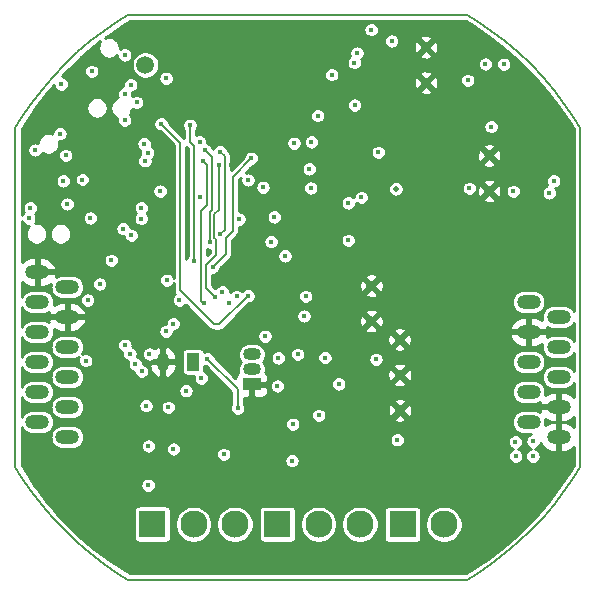
<source format=gbr>
G04 #@! TF.GenerationSoftware,KiCad,Pcbnew,5.1.12*
G04 #@! TF.CreationDate,2022-08-14T20:08:32+02:00*
G04 #@! TF.ProjectId,hec-base,6865632d-6261-4736-952e-6b696361645f,0001*
G04 #@! TF.SameCoordinates,PX4cec620PY8f8c0c0*
G04 #@! TF.FileFunction,Copper,L2,Inr*
G04 #@! TF.FilePolarity,Positive*
%FSLAX46Y46*%
G04 Gerber Fmt 4.6, Leading zero omitted, Abs format (unit mm)*
G04 Created by KiCad (PCBNEW 5.1.12) date 2022-08-14 20:08:32*
%MOMM*%
%LPD*%
G01*
G04 APERTURE LIST*
G04 #@! TA.AperFunction,Profile*
%ADD10C,0.200000*%
G04 #@! TD*
G04 #@! TA.AperFunction,WasherPad*
%ADD11C,1.500000*%
G04 #@! TD*
G04 #@! TA.AperFunction,ComponentPad*
%ADD12C,0.800000*%
G04 #@! TD*
G04 #@! TA.AperFunction,ComponentPad*
%ADD13O,2.000000X1.200000*%
G04 #@! TD*
G04 #@! TA.AperFunction,ComponentPad*
%ADD14R,1.500000X1.050000*%
G04 #@! TD*
G04 #@! TA.AperFunction,ComponentPad*
%ADD15O,1.500000X1.050000*%
G04 #@! TD*
G04 #@! TA.AperFunction,ComponentPad*
%ADD16R,1.050000X1.500000*%
G04 #@! TD*
G04 #@! TA.AperFunction,ComponentPad*
%ADD17O,1.050000X1.500000*%
G04 #@! TD*
G04 #@! TA.AperFunction,ComponentPad*
%ADD18C,2.300000*%
G04 #@! TD*
G04 #@! TA.AperFunction,ComponentPad*
%ADD19R,2.300000X2.300000*%
G04 #@! TD*
G04 #@! TA.AperFunction,ViaPad*
%ADD20C,0.450000*%
G04 #@! TD*
G04 #@! TA.AperFunction,ViaPad*
%ADD21C,0.500000*%
G04 #@! TD*
G04 #@! TA.AperFunction,Conductor*
%ADD22C,0.200000*%
G04 #@! TD*
G04 #@! TA.AperFunction,Conductor*
%ADD23C,0.254000*%
G04 #@! TD*
G04 #@! TA.AperFunction,Conductor*
%ADD24C,0.100000*%
G04 #@! TD*
G04 APERTURE END LIST*
D10*
X47811560Y9541500D02*
X47811560Y38296900D01*
X47310460Y39114620D02*
X46483160Y40318400D01*
X9533860Y19200D02*
X38289260Y19200D01*
X512665Y8723800D02*
X1340000Y7520000D01*
X40310760Y46490760D02*
X39106960Y47318095D01*
X47310460Y8723800D02*
X47811560Y9541500D01*
X47811560Y38296900D02*
X47310460Y39114620D01*
X2229200Y41477230D02*
X1340000Y40318400D01*
X512665Y39114620D02*
X11566Y38296900D01*
X3177830Y42587930D02*
X2229200Y41477230D01*
X8716140Y520300D02*
X9533860Y19200D01*
X7512360Y46490760D02*
X6353530Y45601560D01*
X42580260Y44652930D02*
X41469560Y45601560D01*
X5242830Y3185500D02*
X6353530Y2236800D01*
X46483160Y40318400D02*
X45593960Y41477230D01*
X2229200Y6361200D02*
X3177830Y5250500D01*
X40310760Y1347600D02*
X41469560Y2236800D01*
X6353530Y45601560D02*
X5242830Y44652930D01*
X41469560Y45601560D02*
X40310760Y46490760D01*
X38289260Y19200D02*
X39106960Y520300D01*
X7512360Y1347600D02*
X8716140Y520300D01*
X45593960Y41477230D02*
X44645260Y42587930D01*
X46483160Y7520000D02*
X47310460Y8723800D01*
X3177830Y5250500D02*
X4183290Y4190900D01*
X1340000Y40318400D02*
X512665Y39114620D01*
X4183290Y43647470D02*
X3177830Y42587930D01*
X44645260Y42587930D02*
X43639860Y43647470D01*
X39106960Y520300D02*
X40310760Y1347600D01*
X44645260Y5250500D02*
X45593960Y6361200D01*
X41469560Y2236800D02*
X42580260Y3185500D01*
X4183290Y4190900D02*
X5242830Y3185500D01*
X8716140Y47318095D02*
X7512360Y46490760D01*
X43639860Y4190900D02*
X44645260Y5250500D01*
X42580260Y3185500D02*
X43639860Y4190900D01*
X11566Y9541500D02*
X512665Y8723800D01*
X43639860Y43647470D02*
X42580260Y44652930D01*
X45593960Y6361200D02*
X46483160Y7520000D01*
X5242830Y44652930D02*
X4183290Y43647470D01*
X39106960Y47318095D02*
X38289260Y47819194D01*
X6353530Y2236800D02*
X7512360Y1347600D01*
X38289260Y47819194D02*
X9533860Y47819194D01*
X11566Y38296900D02*
X11566Y9541500D01*
X9533860Y47819194D02*
X8716140Y47318095D01*
X1340000Y7520000D02*
X2229200Y6361200D01*
D11*
G04 #@! TO.N,*
G04 #@! TO.C,J103*
X11023600Y43599100D03*
G04 #@! TD*
D12*
G04 #@! TO.N,GNDD*
G04 #@! TO.C,FL203*
X34762440Y45091480D03*
X34762440Y42091480D03*
G04 #@! TD*
G04 #@! TO.N,GNDD*
G04 #@! TO.C,FL502*
X32562800Y14349600D03*
X32562800Y17349600D03*
G04 #@! TD*
G04 #@! TO.N,GNDD*
G04 #@! TO.C,FL202*
X40132000Y35942400D03*
X40132000Y32942400D03*
G04 #@! TD*
G04 #@! TO.N,GNDD*
G04 #@! TO.C,FL201*
X30149800Y24906100D03*
X30149800Y21906100D03*
G04 #@! TD*
G04 #@! TO.N,GNDD*
G04 #@! TO.C,FL501*
X32550100Y20346800D03*
X32550100Y17346800D03*
G04 #@! TD*
D13*
G04 #@! TO.N,/1WirePower*
G04 #@! TO.C,J102*
X43460000Y23530000D03*
G04 #@! TO.N,/1WireIO*
X46000000Y22260000D03*
G04 #@! TO.N,GNDD*
X43460000Y20990000D03*
G04 #@! TO.N,N/C*
X46000000Y19720000D03*
X43460000Y18450000D03*
X46000000Y17180000D03*
X43460000Y15910000D03*
G04 #@! TO.N,GNDD*
X46000000Y14640000D03*
G04 #@! TO.N,+24V*
X43460000Y13370000D03*
G04 #@! TO.N,GNDD*
X46000000Y12100000D03*
G04 #@! TD*
D14*
G04 #@! TO.N,GNDD*
G04 #@! TO.C,IC502*
X20027900Y16560800D03*
D15*
G04 #@! TO.N,+5V*
X20027900Y19100800D03*
G04 #@! TO.N,/One-Wire-Devices/1Wire_5V*
X20027900Y17830800D03*
G04 #@! TD*
D16*
G04 #@! TO.N,/One-Wire-Devices/1Wire_3V3*
G04 #@! TO.C,IC503*
X15036800Y18453100D03*
D17*
G04 #@! TO.N,GNDD*
X12496800Y18453100D03*
G04 #@! TD*
D13*
G04 #@! TO.N,/Microcontroller/PB12_SPI_~CS~_FT*
G04 #@! TO.C,J101*
X4400000Y12100000D03*
G04 #@! TO.N,/Microcontroller/PB13_SPI_CLK_FT*
X1860000Y13370000D03*
G04 #@! TO.N,/Microcontroller/PB14_SPI_MISO_FT*
X4400000Y14640000D03*
G04 #@! TO.N,/Microcontroller/PB15_SPI_MOSI_FT*
X1860000Y15910000D03*
G04 #@! TO.N,/Microcontroller/PA8_GPIO_MCO_FT*
X4400000Y17180000D03*
G04 #@! TO.N,/Microcontroller/PB5_GPIO_FT*
X1860000Y18450000D03*
G04 #@! TO.N,/SCL*
X4400000Y19720000D03*
G04 #@! TO.N,/SDA*
X1860000Y20990000D03*
G04 #@! TO.N,GNDD*
X4400000Y22260000D03*
G04 #@! TO.N,+3V3*
X1860000Y23530000D03*
G04 #@! TO.N,+5V*
X4400000Y24800000D03*
G04 #@! TO.N,GNDD*
X1860000Y26070000D03*
G04 #@! TD*
D18*
G04 #@! TO.N,Net-(E302-Pad1)*
G04 #@! TO.C,J301*
X29184452Y4714558D03*
G04 #@! TO.N,Net-(E301-Pad1)*
X25684452Y4714558D03*
D19*
G04 #@! TO.N,Net-(E301-Pad2)*
X22184452Y4714558D03*
G04 #@! TD*
D18*
G04 #@! TO.N,Net-(E302-Pad1)*
G04 #@! TO.C,J303*
X18600000Y4718000D03*
G04 #@! TO.N,Net-(E301-Pad1)*
X15100000Y4718000D03*
D19*
G04 #@! TO.N,Net-(E301-Pad2)*
X11600000Y4718000D03*
G04 #@! TD*
D18*
G04 #@! TO.N,Net-(C302-Pad1)*
G04 #@! TO.C,J304*
X36300000Y4700000D03*
D19*
G04 #@! TO.N,Net-(E305-Pad1)*
X32800000Y4700000D03*
G04 #@! TD*
D20*
G04 #@! TO.N,Net-(C201-Pad2)*
X28199080Y31917640D03*
D21*
G04 #@! TO.N,Net-(C201-Pad1)*
X32222440Y33116520D03*
D20*
X29311600Y32379920D03*
G04 #@! TO.N,Net-(C203-Pad1)*
X38455600Y33147000D03*
G04 #@! TO.N,+3V3*
X31866840Y45628560D03*
X12816840Y25369520D03*
X8128000Y27051000D03*
X9271000Y44450000D03*
X12271629Y32914090D03*
X12776200Y42468800D03*
X19707959Y33859768D03*
X3898900Y41973500D03*
X20980400Y33235900D03*
X26797000Y42773600D03*
X21666045Y28644223D03*
X23609300Y36969700D03*
X15752440Y17081289D03*
G04 #@! TO.N,Net-(C208-Pad2)*
X38315900Y42291000D03*
X39814500Y43675300D03*
G04 #@! TO.N,Net-(C211-Pad1)*
X41351200Y43649900D03*
G04 #@! TO.N,/Stromversorgung/Vcc24VSNS_1.25Vref*
X24582120Y24003000D03*
X18741449Y23994051D03*
X25603200Y39306500D03*
G04 #@! TO.N,/Stromversorgung/Vcc5VSNS_1.20Vref*
X17544490Y24402498D03*
G04 #@! TO.N,/Stromversorgung/Vcc3V3SNS_1.20Vref*
X18059400Y23469604D03*
X25082500Y37084000D03*
G04 #@! TO.N,Net-(C302-Pad2)*
X42367198Y10464800D03*
X43827700Y10464800D03*
G04 #@! TO.N,+24V*
X32346900Y11861800D03*
G04 #@! TO.N,Net-(C402-Pad1)*
X22834600Y27432002D03*
G04 #@! TO.N,Net-(C403-Pad1)*
X21932900Y30734000D03*
G04 #@! TO.N,/One-Wire-Devices/1Wire_5V*
X27391360Y16596360D03*
X25700396Y13926904D03*
X14465300Y16014700D03*
G04 #@! TO.N,Net-(D301-Pad2)*
X13400332Y11072622D03*
G04 #@! TO.N,Net-(D302-Pad1)*
X23439120Y10099040D03*
G04 #@! TO.N,Net-(D302-Pad2)*
X23500080Y13172440D03*
G04 #@! TO.N,Net-(D303-Pad1)*
X42351960Y11699240D03*
X43840400Y11722100D03*
G04 #@! TO.N,Net-(D304-Pad1)*
X11252200Y8006080D03*
G04 #@! TO.N,Net-(D401-Pad2)*
X25019000Y33185100D03*
G04 #@! TO.N,Net-(D402-Pad2)*
X24892000Y34798000D03*
G04 #@! TO.N,Net-(IC201-Pad3)*
X28194000Y28737560D03*
G04 #@! TO.N,Net-(IC202-Pad3)*
X40294829Y38383100D03*
G04 #@! TO.N,/Microcontroller/~RESET~*
X4267200Y35941000D03*
X18948400Y30543500D03*
X11203963Y36173910D03*
G04 #@! TO.N,Net-(IC203-Pad1)*
X28727400Y40195500D03*
G04 #@! TO.N,Net-(IC204-Pad6)*
X28702000Y43789600D03*
X30137100Y46583600D03*
G04 #@! TO.N,Net-(IC205-Pad4)*
X15608300Y37084000D03*
G04 #@! TO.N,/Microcontroller/PA0_GPIO_U2CTS_AIN0*
X17348200Y36258500D03*
X17375831Y29288046D03*
G04 #@! TO.N,/Microcontroller/PA1_GPIO_U2RTS_AIN1*
X16103600Y36360100D03*
X16450810Y28598610D03*
G04 #@! TO.N,/Microcontroller/PA2_GPIO_U2TX_AIN2*
X14795500Y38493700D03*
X15108690Y26997665D03*
G04 #@! TO.N,/Microcontroller/PA3_GPIO_U2RX_AIN3*
X12357100Y38608000D03*
X19697700Y24053800D03*
G04 #@! TO.N,/Microcontroller/PB0_GPIO_AIN8*
X19994110Y35699700D03*
X16709227Y26472451D03*
G04 #@! TO.N,/Microcontroller/PB12_SPI_~CS~_FT*
X10693400Y17653000D03*
G04 #@! TO.N,/Microcontroller/PB13_SPI_CLK_FT*
X10168390Y18259460D03*
G04 #@! TO.N,/Microcontroller/PB14_SPI_MISO_FT*
X9702800Y19151600D03*
G04 #@! TO.N,/Microcontroller/PB15_SPI_MOSI_FT*
X9283700Y19862802D03*
G04 #@! TO.N,/Microcontroller/PA8_GPIO_MCO_FT*
X7150100Y25057100D03*
X6134100Y23685020D03*
G04 #@! TO.N,Net-(IC205-Pad30)*
X9779000Y41910000D03*
X9842500Y29159200D03*
G04 #@! TO.N,Net-(IC205-Pad31)*
X9118600Y29743400D03*
X9258300Y38900100D03*
G04 #@! TO.N,Net-(IC205-Pad32)*
X6477000Y43053000D03*
X6362700Y30632400D03*
G04 #@! TO.N,Net-(IC205-Pad33)*
X10278610Y40421349D03*
X10672789Y30591084D03*
X9271000Y41160700D03*
G04 #@! TO.N,/Microcontroller/SWDIO_TMS*
X3797300Y37782500D03*
X10913433Y36930638D03*
X10680698Y31508700D03*
G04 #@! TO.N,/Microcontroller/SWDCLK_TCK*
X1270000Y31496000D03*
G04 #@! TO.N,/Microcontroller/TDI*
X5689600Y33896300D03*
G04 #@! TO.N,/Microcontroller/TDO*
X4394200Y31826200D03*
G04 #@! TO.N,/Microcontroller/PB5_GPIO_FT*
X10972800Y35483800D03*
G04 #@! TO.N,/SCL*
X15925800Y35433000D03*
X12763500Y21031200D03*
X5969000Y18567400D03*
X15951200Y23418800D03*
X21141683Y20627805D03*
G04 #@! TO.N,/SDA*
X17219121Y35160592D03*
X13381490Y21698505D03*
X16918553Y23974342D03*
X24447500Y22339300D03*
G04 #@! TO.N,Net-(IC205-Pad44)*
X15673879Y32432149D03*
G04 #@! TO.N,Net-(IC501-Pad6)*
X26217880Y18826480D03*
G04 #@! TO.N,Net-(IC501-Pad7)*
X23901400Y19090640D03*
G04 #@! TO.N,Net-(IC501-Pad8)*
X22270720Y18796000D03*
G04 #@! TO.N,Net-(J402-Pad1)*
X1689100Y36398200D03*
G04 #@! TO.N,Net-(J402-Pad5)*
X1142996Y30607000D03*
G04 #@! TO.N,Net-(J402-Pad9)*
X4064000Y33782000D03*
G04 #@! TO.N,+5V*
X17653000Y10622280D03*
X11277600Y11333480D03*
X22199600Y16413480D03*
X30540960Y18669000D03*
X30734000Y36195000D03*
X45593000Y33782000D03*
X45212000Y32766000D03*
X42164000Y32893000D03*
X12954000Y14605000D03*
X28930600Y44602400D03*
G04 #@! TO.N,GNDD*
X35041840Y29230320D03*
X37930590Y30088840D03*
X38153340Y39311580D03*
X16997680Y12913360D03*
X13065760Y8046720D03*
X14381480Y13116560D03*
X12938760Y12369800D03*
X12938760Y13512800D03*
X41686480Y23017480D03*
X41422320Y18846800D03*
X24683720Y16774160D03*
X30275174Y14446550D03*
X25303480Y11668760D03*
X13345160Y27594560D03*
X25908000Y28702000D03*
X13462000Y42926000D03*
X18669000Y38227000D03*
X1270000Y32258000D03*
X24919505Y31622516D03*
X14623868Y32255982D03*
X18269132Y35107880D03*
X28609590Y34877298D03*
X7747000Y37871400D03*
X11264900Y38290500D03*
X7048500Y29324300D03*
X11976100Y23558500D03*
X8547100Y23761700D03*
X8648700Y14389100D03*
X6896100Y9893300D03*
X6921500Y4800600D03*
X18999200Y8915400D03*
X23368000Y8013700D03*
X20726400Y14757400D03*
X39916100Y3886200D03*
X44869100Y9093200D03*
X30861000Y2362200D03*
X13957300Y2298700D03*
X35115500Y25565100D03*
X41795700Y28321000D03*
X46570900Y32626300D03*
X28473400Y23304500D03*
X36728400Y37833300D03*
X33007300Y41986200D03*
X33134300Y33451800D03*
X39331900Y45466000D03*
X21907500Y46189900D03*
X21666200Y43014900D03*
X16065500Y42875200D03*
X18669000Y42659300D03*
X9982200Y46151800D03*
X16332200Y27724100D03*
X14541500Y28321000D03*
X22085300Y29718000D03*
X8293100Y33413700D03*
X8331200Y35674300D03*
X7937500Y31254700D03*
X901700Y38290500D03*
X3467100Y18402300D03*
X1460500Y11645900D03*
X4867039Y42199161D03*
X46367700Y38773100D03*
X43180000Y42011600D03*
X36398200Y42151300D03*
X40589200Y39408100D03*
X32842200Y36779200D03*
X18872200Y29133800D03*
X15570200Y21285200D03*
X20398279Y23533100D03*
X21907500Y36957000D03*
X29781500Y10883900D03*
X13309600Y16713200D03*
G04 #@! TO.N,/Microcontroller/HEC-Bitstream-in-FT*
X13906500Y23685500D03*
X16256000Y18732500D03*
X18834100Y14528800D03*
G04 #@! TO.N,/Microcontroller/HEC-Bitstream-out-FT*
X11079480Y14755602D03*
X11366500Y19126200D03*
G04 #@! TD*
D22*
G04 #@! TO.N,/Microcontroller/PA0_GPIO_U2CTS_AIN0*
X17744122Y35862578D02*
X17744122Y29656337D01*
X17348200Y36258500D02*
X17744122Y35862578D01*
X17744122Y29656337D02*
X17375831Y29288046D01*
G04 #@! TO.N,/Microcontroller/PA1_GPIO_U2RTS_AIN1*
X16630611Y31330311D02*
X16450810Y31150510D01*
X16630611Y35833089D02*
X16630611Y31330311D01*
X16450810Y31150510D02*
X16450810Y28598610D01*
X16103600Y36360100D02*
X16630611Y35833089D01*
G04 #@! TO.N,/Microcontroller/PA2_GPIO_U2TX_AIN2*
X14795500Y38493700D02*
X14795500Y37094398D01*
X14795500Y37094398D02*
X15148878Y36741020D01*
X15148878Y36741020D02*
X15148878Y27037853D01*
X15148878Y27037853D02*
X15108690Y26997665D01*
G04 #@! TO.N,/Microcontroller/PA3_GPIO_U2RX_AIN3*
X16834138Y21635380D02*
X17279280Y21635380D01*
X12357100Y38608000D02*
X13957300Y37007800D01*
X13957300Y37007800D02*
X13957300Y24512218D01*
X13957300Y24512218D02*
X16834138Y21635380D01*
X17279280Y21635380D02*
X19697700Y24053800D01*
G04 #@! TO.N,/Microcontroller/PB0_GPIO_AIN8*
X18423399Y34128989D02*
X18423399Y29558610D01*
X18423399Y29558610D02*
X17810416Y28945627D01*
X19994110Y35699700D02*
X18423399Y34128989D01*
X17810416Y28945627D02*
X17810416Y27573640D01*
X17810416Y27573640D02*
X16709227Y26472451D01*
G04 #@! TO.N,/SCL*
X16198880Y35159920D02*
X15925800Y35433000D01*
X15726201Y31271001D02*
X16198880Y31743680D01*
X16198880Y31743680D02*
X16198880Y35159920D01*
X15726201Y23643799D02*
X15726201Y31271001D01*
X15951200Y23418800D02*
X15726201Y23643799D01*
G04 #@! TO.N,/SDA*
X16975812Y28850612D02*
X16975812Y27484512D01*
X17219121Y35160592D02*
X17219121Y31353121D01*
X16975812Y27484512D02*
X16173411Y26682111D01*
X17219121Y31353121D02*
X16850821Y30984821D01*
X16173411Y24719484D02*
X16918553Y23974342D01*
X16850821Y28975603D02*
X16975812Y28850612D01*
X16173411Y26682111D02*
X16173411Y24719484D01*
X16850821Y30984821D02*
X16850821Y28975603D01*
G04 #@! TO.N,/Microcontroller/HEC-Bitstream-in-FT*
X16256000Y18732500D02*
X18834100Y16154400D01*
X18834100Y16154400D02*
X18834100Y14528800D01*
G04 #@! TD*
D23*
G04 #@! TO.N,GNDD*
X38819845Y46875959D02*
X40000902Y46064254D01*
X41137802Y45191857D01*
X42227526Y44261143D01*
X43267095Y43274689D01*
X44253499Y42235167D01*
X45184282Y41145441D01*
X46056669Y40008522D01*
X46868333Y38827491D01*
X47284561Y38148268D01*
X47284560Y22783735D01*
X47258051Y22833331D01*
X47129712Y22989712D01*
X46973331Y23118051D01*
X46794917Y23213415D01*
X46601327Y23272140D01*
X46450451Y23287000D01*
X45549549Y23287000D01*
X45398673Y23272140D01*
X45205083Y23213415D01*
X45026669Y23118051D01*
X44870288Y22989712D01*
X44741949Y22833331D01*
X44646585Y22654917D01*
X44587860Y22461327D01*
X44568031Y22260000D01*
X44587860Y22058673D01*
X44614287Y21971556D01*
X44449946Y22082390D01*
X44225496Y22176493D01*
X43987000Y22225000D01*
X43587000Y22225000D01*
X43587000Y21117000D01*
X44928731Y21117000D01*
X45053462Y21307609D01*
X45049591Y21345282D01*
X45026269Y21402277D01*
X45026669Y21401949D01*
X45205083Y21306585D01*
X45398673Y21247860D01*
X45549549Y21233000D01*
X46450451Y21233000D01*
X46601327Y21247860D01*
X46794917Y21306585D01*
X46973331Y21401949D01*
X47129712Y21530288D01*
X47258051Y21686669D01*
X47284560Y21736265D01*
X47284560Y20243735D01*
X47258051Y20293331D01*
X47129712Y20449712D01*
X46973331Y20578051D01*
X46794917Y20673415D01*
X46601327Y20732140D01*
X46450451Y20747000D01*
X45549549Y20747000D01*
X45398673Y20732140D01*
X45205083Y20673415D01*
X45026669Y20578051D01*
X45026269Y20577723D01*
X45049591Y20634718D01*
X45053462Y20672391D01*
X44928731Y20863000D01*
X43587000Y20863000D01*
X43587000Y19755000D01*
X43987000Y19755000D01*
X44225496Y19803507D01*
X44449946Y19897610D01*
X44614287Y20008444D01*
X44587860Y19921327D01*
X44568031Y19720000D01*
X44587860Y19518673D01*
X44646585Y19325083D01*
X44741949Y19146669D01*
X44870288Y18990288D01*
X45026669Y18861949D01*
X45205083Y18766585D01*
X45398673Y18707860D01*
X45549549Y18693000D01*
X46450451Y18693000D01*
X46601327Y18707860D01*
X46794917Y18766585D01*
X46973331Y18861949D01*
X47129712Y18990288D01*
X47258051Y19146669D01*
X47284560Y19196265D01*
X47284560Y17703735D01*
X47258051Y17753331D01*
X47129712Y17909712D01*
X46973331Y18038051D01*
X46794917Y18133415D01*
X46601327Y18192140D01*
X46450451Y18207000D01*
X45549549Y18207000D01*
X45398673Y18192140D01*
X45205083Y18133415D01*
X45026669Y18038051D01*
X44870288Y17909712D01*
X44741949Y17753331D01*
X44646585Y17574917D01*
X44587860Y17381327D01*
X44568031Y17180000D01*
X44587860Y16978673D01*
X44646585Y16785083D01*
X44741949Y16606669D01*
X44870288Y16450288D01*
X45026669Y16321949D01*
X45205083Y16226585D01*
X45398673Y16167860D01*
X45549549Y16153000D01*
X46450451Y16153000D01*
X46601327Y16167860D01*
X46794917Y16226585D01*
X46973331Y16321949D01*
X47129712Y16450288D01*
X47258051Y16606669D01*
X47284560Y16656264D01*
X47284560Y15502670D01*
X47191725Y15596307D01*
X46989946Y15732390D01*
X46765496Y15826493D01*
X46527000Y15875000D01*
X46127000Y15875000D01*
X46127000Y14767000D01*
X46147000Y14767000D01*
X46147000Y14513000D01*
X46127000Y14513000D01*
X46127000Y13405000D01*
X46527000Y13405000D01*
X46765496Y13453507D01*
X46989946Y13547610D01*
X47191725Y13683693D01*
X47284560Y13777330D01*
X47284560Y12962670D01*
X47191725Y13056307D01*
X46989946Y13192390D01*
X46765496Y13286493D01*
X46527000Y13335000D01*
X46127000Y13335000D01*
X46127000Y12227000D01*
X46147000Y12227000D01*
X46147000Y11973000D01*
X46127000Y11973000D01*
X46127000Y10865000D01*
X46527000Y10865000D01*
X46765496Y10913507D01*
X46989946Y11007610D01*
X47191725Y11143693D01*
X47284560Y11237330D01*
X47284560Y9690133D01*
X46868336Y9010934D01*
X46056668Y7829877D01*
X45184280Y6692987D01*
X44253490Y5603253D01*
X43267095Y4563683D01*
X42227514Y3577276D01*
X41137804Y2646503D01*
X40000912Y1774113D01*
X38819847Y962437D01*
X38140628Y546200D01*
X9682490Y546200D01*
X9003269Y962427D01*
X7822238Y1774091D01*
X6685319Y2646478D01*
X5595593Y3577261D01*
X4556071Y4563665D01*
X3569617Y5603234D01*
X3343486Y5868000D01*
X10020934Y5868000D01*
X10020934Y3568000D01*
X10029178Y3484293D01*
X10053595Y3403804D01*
X10093245Y3329624D01*
X10146605Y3264605D01*
X10211624Y3211245D01*
X10285804Y3171595D01*
X10366293Y3147178D01*
X10450000Y3138934D01*
X12750000Y3138934D01*
X12833707Y3147178D01*
X12914196Y3171595D01*
X12988376Y3211245D01*
X13053395Y3264605D01*
X13106755Y3329624D01*
X13146405Y3403804D01*
X13170822Y3484293D01*
X13179066Y3568000D01*
X13179066Y4873321D01*
X13523000Y4873321D01*
X13523000Y4562679D01*
X13583604Y4258006D01*
X13702481Y3971011D01*
X13875064Y3712721D01*
X14094721Y3493064D01*
X14353011Y3320481D01*
X14640006Y3201604D01*
X14944679Y3141000D01*
X15255321Y3141000D01*
X15559994Y3201604D01*
X15846989Y3320481D01*
X16105279Y3493064D01*
X16324936Y3712721D01*
X16497519Y3971011D01*
X16616396Y4258006D01*
X16677000Y4562679D01*
X16677000Y4873321D01*
X17023000Y4873321D01*
X17023000Y4562679D01*
X17083604Y4258006D01*
X17202481Y3971011D01*
X17375064Y3712721D01*
X17594721Y3493064D01*
X17853011Y3320481D01*
X18140006Y3201604D01*
X18444679Y3141000D01*
X18755321Y3141000D01*
X19059994Y3201604D01*
X19346989Y3320481D01*
X19605279Y3493064D01*
X19824936Y3712721D01*
X19997519Y3971011D01*
X20116396Y4258006D01*
X20177000Y4562679D01*
X20177000Y4873321D01*
X20116396Y5177994D01*
X19997519Y5464989D01*
X19824936Y5723279D01*
X19683657Y5864558D01*
X20605386Y5864558D01*
X20605386Y3564558D01*
X20613630Y3480851D01*
X20638047Y3400362D01*
X20677697Y3326182D01*
X20731057Y3261163D01*
X20796076Y3207803D01*
X20870256Y3168153D01*
X20950745Y3143736D01*
X21034452Y3135492D01*
X23334452Y3135492D01*
X23418159Y3143736D01*
X23498648Y3168153D01*
X23572828Y3207803D01*
X23637847Y3261163D01*
X23691207Y3326182D01*
X23730857Y3400362D01*
X23755274Y3480851D01*
X23763518Y3564558D01*
X23763518Y4869879D01*
X24107452Y4869879D01*
X24107452Y4559237D01*
X24168056Y4254564D01*
X24286933Y3967569D01*
X24459516Y3709279D01*
X24679173Y3489622D01*
X24937463Y3317039D01*
X25224458Y3198162D01*
X25529131Y3137558D01*
X25839773Y3137558D01*
X26144446Y3198162D01*
X26431441Y3317039D01*
X26689731Y3489622D01*
X26909388Y3709279D01*
X27081971Y3967569D01*
X27200848Y4254564D01*
X27261452Y4559237D01*
X27261452Y4869879D01*
X27607452Y4869879D01*
X27607452Y4559237D01*
X27668056Y4254564D01*
X27786933Y3967569D01*
X27959516Y3709279D01*
X28179173Y3489622D01*
X28437463Y3317039D01*
X28724458Y3198162D01*
X29029131Y3137558D01*
X29339773Y3137558D01*
X29644446Y3198162D01*
X29931441Y3317039D01*
X30189731Y3489622D01*
X30409388Y3709279D01*
X30581971Y3967569D01*
X30700848Y4254564D01*
X30761452Y4559237D01*
X30761452Y4869879D01*
X30700848Y5174552D01*
X30581971Y5461547D01*
X30409388Y5719837D01*
X30279225Y5850000D01*
X31220934Y5850000D01*
X31220934Y3550000D01*
X31229178Y3466293D01*
X31253595Y3385804D01*
X31293245Y3311624D01*
X31346605Y3246605D01*
X31411624Y3193245D01*
X31485804Y3153595D01*
X31566293Y3129178D01*
X31650000Y3120934D01*
X33950000Y3120934D01*
X34033707Y3129178D01*
X34114196Y3153595D01*
X34188376Y3193245D01*
X34253395Y3246605D01*
X34306755Y3311624D01*
X34346405Y3385804D01*
X34370822Y3466293D01*
X34379066Y3550000D01*
X34379066Y4855321D01*
X34723000Y4855321D01*
X34723000Y4544679D01*
X34783604Y4240006D01*
X34902481Y3953011D01*
X35075064Y3694721D01*
X35294721Y3475064D01*
X35553011Y3302481D01*
X35840006Y3183604D01*
X36144679Y3123000D01*
X36455321Y3123000D01*
X36759994Y3183604D01*
X37046989Y3302481D01*
X37305279Y3475064D01*
X37524936Y3694721D01*
X37697519Y3953011D01*
X37816396Y4240006D01*
X37877000Y4544679D01*
X37877000Y4855321D01*
X37816396Y5159994D01*
X37697519Y5446989D01*
X37524936Y5705279D01*
X37305279Y5924936D01*
X37046989Y6097519D01*
X36759994Y6216396D01*
X36455321Y6277000D01*
X36144679Y6277000D01*
X35840006Y6216396D01*
X35553011Y6097519D01*
X35294721Y5924936D01*
X35075064Y5705279D01*
X34902481Y5446989D01*
X34783604Y5159994D01*
X34723000Y4855321D01*
X34379066Y4855321D01*
X34379066Y5850000D01*
X34370822Y5933707D01*
X34346405Y6014196D01*
X34306755Y6088376D01*
X34253395Y6153395D01*
X34188376Y6206755D01*
X34114196Y6246405D01*
X34033707Y6270822D01*
X33950000Y6279066D01*
X31650000Y6279066D01*
X31566293Y6270822D01*
X31485804Y6246405D01*
X31411624Y6206755D01*
X31346605Y6153395D01*
X31293245Y6088376D01*
X31253595Y6014196D01*
X31229178Y5933707D01*
X31220934Y5850000D01*
X30279225Y5850000D01*
X30189731Y5939494D01*
X29931441Y6112077D01*
X29644446Y6230954D01*
X29339773Y6291558D01*
X29029131Y6291558D01*
X28724458Y6230954D01*
X28437463Y6112077D01*
X28179173Y5939494D01*
X27959516Y5719837D01*
X27786933Y5461547D01*
X27668056Y5174552D01*
X27607452Y4869879D01*
X27261452Y4869879D01*
X27200848Y5174552D01*
X27081971Y5461547D01*
X26909388Y5719837D01*
X26689731Y5939494D01*
X26431441Y6112077D01*
X26144446Y6230954D01*
X25839773Y6291558D01*
X25529131Y6291558D01*
X25224458Y6230954D01*
X24937463Y6112077D01*
X24679173Y5939494D01*
X24459516Y5719837D01*
X24286933Y5461547D01*
X24168056Y5174552D01*
X24107452Y4869879D01*
X23763518Y4869879D01*
X23763518Y5864558D01*
X23755274Y5948265D01*
X23730857Y6028754D01*
X23691207Y6102934D01*
X23637847Y6167953D01*
X23572828Y6221313D01*
X23498648Y6260963D01*
X23418159Y6285380D01*
X23334452Y6293624D01*
X21034452Y6293624D01*
X20950745Y6285380D01*
X20870256Y6260963D01*
X20796076Y6221313D01*
X20731057Y6167953D01*
X20677697Y6102934D01*
X20638047Y6028754D01*
X20613630Y5948265D01*
X20605386Y5864558D01*
X19683657Y5864558D01*
X19605279Y5942936D01*
X19346989Y6115519D01*
X19059994Y6234396D01*
X18755321Y6295000D01*
X18444679Y6295000D01*
X18140006Y6234396D01*
X17853011Y6115519D01*
X17594721Y5942936D01*
X17375064Y5723279D01*
X17202481Y5464989D01*
X17083604Y5177994D01*
X17023000Y4873321D01*
X16677000Y4873321D01*
X16616396Y5177994D01*
X16497519Y5464989D01*
X16324936Y5723279D01*
X16105279Y5942936D01*
X15846989Y6115519D01*
X15559994Y6234396D01*
X15255321Y6295000D01*
X14944679Y6295000D01*
X14640006Y6234396D01*
X14353011Y6115519D01*
X14094721Y5942936D01*
X13875064Y5723279D01*
X13702481Y5464989D01*
X13583604Y5177994D01*
X13523000Y4873321D01*
X13179066Y4873321D01*
X13179066Y5868000D01*
X13170822Y5951707D01*
X13146405Y6032196D01*
X13106755Y6106376D01*
X13053395Y6171395D01*
X12988376Y6224755D01*
X12914196Y6264405D01*
X12833707Y6288822D01*
X12750000Y6297066D01*
X10450000Y6297066D01*
X10366293Y6288822D01*
X10285804Y6264405D01*
X10211624Y6224755D01*
X10146605Y6171395D01*
X10093245Y6106376D01*
X10053595Y6032196D01*
X10029178Y5951707D01*
X10020934Y5868000D01*
X3343486Y5868000D01*
X2638903Y6692958D01*
X1766506Y7829858D01*
X1601261Y8070296D01*
X10600200Y8070296D01*
X10600200Y7941864D01*
X10625256Y7815899D01*
X10674405Y7697242D01*
X10745758Y7590454D01*
X10836574Y7499638D01*
X10943362Y7428285D01*
X11062019Y7379136D01*
X11187984Y7354080D01*
X11316416Y7354080D01*
X11442381Y7379136D01*
X11561038Y7428285D01*
X11667826Y7499638D01*
X11758642Y7590454D01*
X11829995Y7697242D01*
X11879144Y7815899D01*
X11904200Y7941864D01*
X11904200Y8070296D01*
X11879144Y8196261D01*
X11829995Y8314918D01*
X11758642Y8421706D01*
X11667826Y8512522D01*
X11561038Y8583875D01*
X11442381Y8633024D01*
X11316416Y8658080D01*
X11187984Y8658080D01*
X11062019Y8633024D01*
X10943362Y8583875D01*
X10836574Y8512522D01*
X10745758Y8421706D01*
X10674405Y8314918D01*
X10625256Y8196261D01*
X10600200Y8070296D01*
X1601261Y8070296D01*
X954801Y9010915D01*
X538566Y9690131D01*
X538566Y12100000D01*
X2968031Y12100000D01*
X2987860Y11898673D01*
X3046585Y11705083D01*
X3141949Y11526669D01*
X3270288Y11370288D01*
X3426669Y11241949D01*
X3605083Y11146585D01*
X3798673Y11087860D01*
X3949549Y11073000D01*
X4850451Y11073000D01*
X5001327Y11087860D01*
X5194917Y11146585D01*
X5373331Y11241949D01*
X5529712Y11370288D01*
X5552205Y11397696D01*
X10625600Y11397696D01*
X10625600Y11269264D01*
X10650656Y11143299D01*
X10699805Y11024642D01*
X10771158Y10917854D01*
X10861974Y10827038D01*
X10968762Y10755685D01*
X11087419Y10706536D01*
X11213384Y10681480D01*
X11341816Y10681480D01*
X11467781Y10706536D01*
X11586438Y10755685D01*
X11693226Y10827038D01*
X11784042Y10917854D01*
X11855395Y11024642D01*
X11901867Y11136838D01*
X12748332Y11136838D01*
X12748332Y11008406D01*
X12773388Y10882441D01*
X12822537Y10763784D01*
X12893890Y10656996D01*
X12984706Y10566180D01*
X13091494Y10494827D01*
X13210151Y10445678D01*
X13336116Y10420622D01*
X13464548Y10420622D01*
X13590513Y10445678D01*
X13709170Y10494827D01*
X13815958Y10566180D01*
X13906774Y10656996D01*
X13926485Y10686496D01*
X17001000Y10686496D01*
X17001000Y10558064D01*
X17026056Y10432099D01*
X17075205Y10313442D01*
X17146558Y10206654D01*
X17237374Y10115838D01*
X17344162Y10044485D01*
X17462819Y9995336D01*
X17588784Y9970280D01*
X17717216Y9970280D01*
X17843181Y9995336D01*
X17961838Y10044485D01*
X18068626Y10115838D01*
X18116044Y10163256D01*
X22787120Y10163256D01*
X22787120Y10034824D01*
X22812176Y9908859D01*
X22861325Y9790202D01*
X22932678Y9683414D01*
X23023494Y9592598D01*
X23130282Y9521245D01*
X23248939Y9472096D01*
X23374904Y9447040D01*
X23503336Y9447040D01*
X23629301Y9472096D01*
X23747958Y9521245D01*
X23854746Y9592598D01*
X23945562Y9683414D01*
X24016915Y9790202D01*
X24066064Y9908859D01*
X24091120Y10034824D01*
X24091120Y10163256D01*
X24066064Y10289221D01*
X24016915Y10407878D01*
X23945562Y10514666D01*
X23854746Y10605482D01*
X23747958Y10676835D01*
X23629301Y10725984D01*
X23503336Y10751040D01*
X23374904Y10751040D01*
X23248939Y10725984D01*
X23130282Y10676835D01*
X23023494Y10605482D01*
X22932678Y10514666D01*
X22861325Y10407878D01*
X22812176Y10289221D01*
X22787120Y10163256D01*
X18116044Y10163256D01*
X18159442Y10206654D01*
X18230795Y10313442D01*
X18279944Y10432099D01*
X18305000Y10558064D01*
X18305000Y10686496D01*
X18279944Y10812461D01*
X18230795Y10931118D01*
X18159442Y11037906D01*
X18068626Y11128722D01*
X17961838Y11200075D01*
X17843181Y11249224D01*
X17717216Y11274280D01*
X17588784Y11274280D01*
X17462819Y11249224D01*
X17344162Y11200075D01*
X17237374Y11128722D01*
X17146558Y11037906D01*
X17075205Y10931118D01*
X17026056Y10812461D01*
X17001000Y10686496D01*
X13926485Y10686496D01*
X13978127Y10763784D01*
X14027276Y10882441D01*
X14052332Y11008406D01*
X14052332Y11136838D01*
X14027276Y11262803D01*
X13978127Y11381460D01*
X13906774Y11488248D01*
X13815958Y11579064D01*
X13709170Y11650417D01*
X13590513Y11699566D01*
X13464548Y11724622D01*
X13336116Y11724622D01*
X13210151Y11699566D01*
X13091494Y11650417D01*
X12984706Y11579064D01*
X12893890Y11488248D01*
X12822537Y11381460D01*
X12773388Y11262803D01*
X12748332Y11136838D01*
X11901867Y11136838D01*
X11904544Y11143299D01*
X11929600Y11269264D01*
X11929600Y11397696D01*
X11904544Y11523661D01*
X11855395Y11642318D01*
X11784042Y11749106D01*
X11693226Y11839922D01*
X11586438Y11911275D01*
X11550850Y11926016D01*
X31694900Y11926016D01*
X31694900Y11797584D01*
X31719956Y11671619D01*
X31769105Y11552962D01*
X31840458Y11446174D01*
X31931274Y11355358D01*
X32038062Y11284005D01*
X32156719Y11234856D01*
X32282684Y11209800D01*
X32411116Y11209800D01*
X32537081Y11234856D01*
X32655738Y11284005D01*
X32762526Y11355358D01*
X32853342Y11446174D01*
X32924695Y11552962D01*
X32973844Y11671619D01*
X32992111Y11763456D01*
X41699960Y11763456D01*
X41699960Y11635024D01*
X41725016Y11509059D01*
X41774165Y11390402D01*
X41845518Y11283614D01*
X41936334Y11192798D01*
X42043122Y11121445D01*
X42145922Y11078864D01*
X42058360Y11042595D01*
X41951572Y10971242D01*
X41860756Y10880426D01*
X41789403Y10773638D01*
X41740254Y10654981D01*
X41715198Y10529016D01*
X41715198Y10400584D01*
X41740254Y10274619D01*
X41789403Y10155962D01*
X41860756Y10049174D01*
X41951572Y9958358D01*
X42058360Y9887005D01*
X42177017Y9837856D01*
X42302982Y9812800D01*
X42431414Y9812800D01*
X42557379Y9837856D01*
X42676036Y9887005D01*
X42782824Y9958358D01*
X42873640Y10049174D01*
X42944993Y10155962D01*
X42994142Y10274619D01*
X43019198Y10400584D01*
X43019198Y10529016D01*
X42994142Y10654981D01*
X42944993Y10773638D01*
X42873640Y10880426D01*
X42782824Y10971242D01*
X42676036Y11042595D01*
X42573236Y11085176D01*
X42660798Y11121445D01*
X42767586Y11192798D01*
X42858402Y11283614D01*
X42929755Y11390402D01*
X42978904Y11509059D01*
X43003960Y11635024D01*
X43003960Y11763456D01*
X42978904Y11889421D01*
X42929755Y12008078D01*
X42858402Y12114866D01*
X42767586Y12205682D01*
X42660798Y12277035D01*
X42542141Y12326184D01*
X42416176Y12351240D01*
X42287744Y12351240D01*
X42161779Y12326184D01*
X42043122Y12277035D01*
X41936334Y12205682D01*
X41845518Y12114866D01*
X41774165Y12008078D01*
X41725016Y11889421D01*
X41699960Y11763456D01*
X32992111Y11763456D01*
X32998900Y11797584D01*
X32998900Y11926016D01*
X32973844Y12051981D01*
X32924695Y12170638D01*
X32853342Y12277426D01*
X32762526Y12368242D01*
X32655738Y12439595D01*
X32537081Y12488744D01*
X32411116Y12513800D01*
X32282684Y12513800D01*
X32156719Y12488744D01*
X32038062Y12439595D01*
X31931274Y12368242D01*
X31840458Y12277426D01*
X31769105Y12170638D01*
X31719956Y12051981D01*
X31694900Y11926016D01*
X11550850Y11926016D01*
X11467781Y11960424D01*
X11341816Y11985480D01*
X11213384Y11985480D01*
X11087419Y11960424D01*
X10968762Y11911275D01*
X10861974Y11839922D01*
X10771158Y11749106D01*
X10699805Y11642318D01*
X10650656Y11523661D01*
X10625600Y11397696D01*
X5552205Y11397696D01*
X5658051Y11526669D01*
X5753415Y11705083D01*
X5812140Y11898673D01*
X5831969Y12100000D01*
X5812140Y12301327D01*
X5753415Y12494917D01*
X5658051Y12673331D01*
X5529712Y12829712D01*
X5373331Y12958051D01*
X5194917Y13053415D01*
X5001327Y13112140D01*
X4850451Y13127000D01*
X3949549Y13127000D01*
X3798673Y13112140D01*
X3605083Y13053415D01*
X3426669Y12958051D01*
X3270288Y12829712D01*
X3141949Y12673331D01*
X3046585Y12494917D01*
X2987860Y12301327D01*
X2968031Y12100000D01*
X538566Y12100000D01*
X538566Y12915251D01*
X601949Y12796669D01*
X730288Y12640288D01*
X886669Y12511949D01*
X1065083Y12416585D01*
X1258673Y12357860D01*
X1409549Y12343000D01*
X2310451Y12343000D01*
X2461327Y12357860D01*
X2654917Y12416585D01*
X2833331Y12511949D01*
X2989712Y12640288D01*
X3118051Y12796669D01*
X3213415Y12975083D01*
X3272140Y13168673D01*
X3278835Y13236656D01*
X22848080Y13236656D01*
X22848080Y13108224D01*
X22873136Y12982259D01*
X22922285Y12863602D01*
X22993638Y12756814D01*
X23084454Y12665998D01*
X23191242Y12594645D01*
X23309899Y12545496D01*
X23435864Y12520440D01*
X23564296Y12520440D01*
X23690261Y12545496D01*
X23808918Y12594645D01*
X23915706Y12665998D01*
X24006522Y12756814D01*
X24077875Y12863602D01*
X24127024Y12982259D01*
X24152080Y13108224D01*
X24152080Y13236656D01*
X24127024Y13362621D01*
X24077875Y13481278D01*
X24006522Y13588066D01*
X23915706Y13678882D01*
X23808918Y13750235D01*
X23690261Y13799384D01*
X23564296Y13824440D01*
X23435864Y13824440D01*
X23309899Y13799384D01*
X23191242Y13750235D01*
X23084454Y13678882D01*
X22993638Y13588066D01*
X22922285Y13481278D01*
X22873136Y13362621D01*
X22848080Y13236656D01*
X3278835Y13236656D01*
X3291969Y13370000D01*
X3272140Y13571327D01*
X3213415Y13764917D01*
X3118051Y13943331D01*
X2989712Y14099712D01*
X2833331Y14228051D01*
X2654917Y14323415D01*
X2461327Y14382140D01*
X2310451Y14397000D01*
X1409549Y14397000D01*
X1258673Y14382140D01*
X1065083Y14323415D01*
X886669Y14228051D01*
X730288Y14099712D01*
X601949Y13943331D01*
X538566Y13824749D01*
X538566Y14640000D01*
X2968031Y14640000D01*
X2987860Y14438673D01*
X3046585Y14245083D01*
X3141949Y14066669D01*
X3270288Y13910288D01*
X3426669Y13781949D01*
X3605083Y13686585D01*
X3798673Y13627860D01*
X3949549Y13613000D01*
X4850451Y13613000D01*
X5001327Y13627860D01*
X5194917Y13686585D01*
X5373331Y13781949D01*
X5529712Y13910288D01*
X5658051Y14066669D01*
X5753415Y14245083D01*
X5812140Y14438673D01*
X5831969Y14640000D01*
X5814259Y14819818D01*
X10427480Y14819818D01*
X10427480Y14691386D01*
X10452536Y14565421D01*
X10501685Y14446764D01*
X10573038Y14339976D01*
X10663854Y14249160D01*
X10770642Y14177807D01*
X10889299Y14128658D01*
X11015264Y14103602D01*
X11143696Y14103602D01*
X11269661Y14128658D01*
X11388318Y14177807D01*
X11495106Y14249160D01*
X11585922Y14339976D01*
X11657275Y14446764D01*
X11706424Y14565421D01*
X11727070Y14669216D01*
X12302000Y14669216D01*
X12302000Y14540784D01*
X12327056Y14414819D01*
X12376205Y14296162D01*
X12447558Y14189374D01*
X12538374Y14098558D01*
X12645162Y14027205D01*
X12763819Y13978056D01*
X12889784Y13953000D01*
X13018216Y13953000D01*
X13144181Y13978056D01*
X13262838Y14027205D01*
X13369626Y14098558D01*
X13460442Y14189374D01*
X13531795Y14296162D01*
X13580944Y14414819D01*
X13606000Y14540784D01*
X13606000Y14669216D01*
X13580944Y14795181D01*
X13531795Y14913838D01*
X13460442Y15020626D01*
X13369626Y15111442D01*
X13262838Y15182795D01*
X13144181Y15231944D01*
X13018216Y15257000D01*
X12889784Y15257000D01*
X12763819Y15231944D01*
X12645162Y15182795D01*
X12538374Y15111442D01*
X12447558Y15020626D01*
X12376205Y14913838D01*
X12327056Y14795181D01*
X12302000Y14669216D01*
X11727070Y14669216D01*
X11731480Y14691386D01*
X11731480Y14819818D01*
X11706424Y14945783D01*
X11657275Y15064440D01*
X11585922Y15171228D01*
X11495106Y15262044D01*
X11388318Y15333397D01*
X11269661Y15382546D01*
X11143696Y15407602D01*
X11015264Y15407602D01*
X10889299Y15382546D01*
X10770642Y15333397D01*
X10663854Y15262044D01*
X10573038Y15171228D01*
X10501685Y15064440D01*
X10452536Y14945783D01*
X10427480Y14819818D01*
X5814259Y14819818D01*
X5812140Y14841327D01*
X5753415Y15034917D01*
X5658051Y15213331D01*
X5529712Y15369712D01*
X5373331Y15498051D01*
X5194917Y15593415D01*
X5001327Y15652140D01*
X4850451Y15667000D01*
X3949549Y15667000D01*
X3798673Y15652140D01*
X3605083Y15593415D01*
X3426669Y15498051D01*
X3270288Y15369712D01*
X3141949Y15213331D01*
X3046585Y15034917D01*
X2987860Y14841327D01*
X2968031Y14640000D01*
X538566Y14640000D01*
X538566Y15455251D01*
X601949Y15336669D01*
X730288Y15180288D01*
X886669Y15051949D01*
X1065083Y14956585D01*
X1258673Y14897860D01*
X1409549Y14883000D01*
X2310451Y14883000D01*
X2461327Y14897860D01*
X2654917Y14956585D01*
X2833331Y15051949D01*
X2989712Y15180288D01*
X3118051Y15336669D01*
X3213415Y15515083D01*
X3272140Y15708673D01*
X3291969Y15910000D01*
X3275333Y16078916D01*
X13813300Y16078916D01*
X13813300Y15950484D01*
X13838356Y15824519D01*
X13887505Y15705862D01*
X13958858Y15599074D01*
X14049674Y15508258D01*
X14156462Y15436905D01*
X14275119Y15387756D01*
X14401084Y15362700D01*
X14529516Y15362700D01*
X14655481Y15387756D01*
X14774138Y15436905D01*
X14880926Y15508258D01*
X14971742Y15599074D01*
X15043095Y15705862D01*
X15092244Y15824519D01*
X15117300Y15950484D01*
X15117300Y16078916D01*
X15092244Y16204881D01*
X15043095Y16323538D01*
X14971742Y16430326D01*
X14880926Y16521142D01*
X14774138Y16592495D01*
X14655481Y16641644D01*
X14529516Y16666700D01*
X14401084Y16666700D01*
X14275119Y16641644D01*
X14156462Y16592495D01*
X14049674Y16521142D01*
X13958858Y16430326D01*
X13887505Y16323538D01*
X13838356Y16204881D01*
X13813300Y16078916D01*
X3275333Y16078916D01*
X3272140Y16111327D01*
X3213415Y16304917D01*
X3118051Y16483331D01*
X2989712Y16639712D01*
X2833331Y16768051D01*
X2654917Y16863415D01*
X2461327Y16922140D01*
X2310451Y16937000D01*
X1409549Y16937000D01*
X1258673Y16922140D01*
X1065083Y16863415D01*
X886669Y16768051D01*
X730288Y16639712D01*
X601949Y16483331D01*
X538566Y16364749D01*
X538566Y17180000D01*
X2968031Y17180000D01*
X2987860Y16978673D01*
X3046585Y16785083D01*
X3141949Y16606669D01*
X3270288Y16450288D01*
X3426669Y16321949D01*
X3605083Y16226585D01*
X3798673Y16167860D01*
X3949549Y16153000D01*
X4850451Y16153000D01*
X5001327Y16167860D01*
X5194917Y16226585D01*
X5373331Y16321949D01*
X5529712Y16450288D01*
X5658051Y16606669D01*
X5753415Y16785083D01*
X5812140Y16978673D01*
X5831969Y17180000D01*
X5812140Y17381327D01*
X5753415Y17574917D01*
X5658051Y17753331D01*
X5529712Y17909712D01*
X5373331Y18038051D01*
X5194917Y18133415D01*
X5001327Y18192140D01*
X4850451Y18207000D01*
X3949549Y18207000D01*
X3798673Y18192140D01*
X3605083Y18133415D01*
X3426669Y18038051D01*
X3270288Y17909712D01*
X3141949Y17753331D01*
X3046585Y17574917D01*
X2987860Y17381327D01*
X2968031Y17180000D01*
X538566Y17180000D01*
X538566Y17995251D01*
X601949Y17876669D01*
X730288Y17720288D01*
X886669Y17591949D01*
X1065083Y17496585D01*
X1258673Y17437860D01*
X1409549Y17423000D01*
X2310451Y17423000D01*
X2461327Y17437860D01*
X2654917Y17496585D01*
X2833331Y17591949D01*
X2989712Y17720288D01*
X3118051Y17876669D01*
X3213415Y18055083D01*
X3272140Y18248673D01*
X3291969Y18450000D01*
X3272140Y18651327D01*
X3213415Y18844917D01*
X3118051Y19023331D01*
X2989712Y19179712D01*
X2833331Y19308051D01*
X2654917Y19403415D01*
X2461327Y19462140D01*
X2310451Y19477000D01*
X1409549Y19477000D01*
X1258673Y19462140D01*
X1065083Y19403415D01*
X886669Y19308051D01*
X730288Y19179712D01*
X601949Y19023331D01*
X538566Y18904749D01*
X538566Y19720000D01*
X2968031Y19720000D01*
X2987860Y19518673D01*
X3046585Y19325083D01*
X3141949Y19146669D01*
X3270288Y18990288D01*
X3426669Y18861949D01*
X3605083Y18766585D01*
X3798673Y18707860D01*
X3949549Y18693000D01*
X4850451Y18693000D01*
X5001327Y18707860D01*
X5194917Y18766585D01*
X5373331Y18861949D01*
X5391767Y18877079D01*
X5391205Y18876238D01*
X5342056Y18757581D01*
X5317000Y18631616D01*
X5317000Y18503184D01*
X5342056Y18377219D01*
X5391205Y18258562D01*
X5462558Y18151774D01*
X5553374Y18060958D01*
X5660162Y17989605D01*
X5778819Y17940456D01*
X5904784Y17915400D01*
X6033216Y17915400D01*
X6159181Y17940456D01*
X6277838Y17989605D01*
X6384626Y18060958D01*
X6475442Y18151774D01*
X6546795Y18258562D01*
X6595944Y18377219D01*
X6621000Y18503184D01*
X6621000Y18631616D01*
X6595944Y18757581D01*
X6546795Y18876238D01*
X6475442Y18983026D01*
X6384626Y19073842D01*
X6277838Y19145195D01*
X6159181Y19194344D01*
X6033216Y19219400D01*
X5904784Y19219400D01*
X5778819Y19194344D01*
X5660162Y19145195D01*
X5652810Y19140282D01*
X5658051Y19146669D01*
X5753415Y19325083D01*
X5812140Y19518673D01*
X5831969Y19720000D01*
X5812140Y19921327D01*
X5810414Y19927018D01*
X8631700Y19927018D01*
X8631700Y19798586D01*
X8656756Y19672621D01*
X8705905Y19553964D01*
X8777258Y19447176D01*
X8868074Y19356360D01*
X8974862Y19285007D01*
X9057735Y19250680D01*
X9050800Y19215816D01*
X9050800Y19087384D01*
X9075856Y18961419D01*
X9125005Y18842762D01*
X9196358Y18735974D01*
X9287174Y18645158D01*
X9393962Y18573805D01*
X9512619Y18524656D01*
X9567959Y18513648D01*
X9541446Y18449641D01*
X9516390Y18323676D01*
X9516390Y18195244D01*
X9541446Y18069279D01*
X9590595Y17950622D01*
X9661948Y17843834D01*
X9752764Y17753018D01*
X9859552Y17681665D01*
X9978209Y17632516D01*
X10041400Y17619947D01*
X10041400Y17588784D01*
X10066456Y17462819D01*
X10115605Y17344162D01*
X10186958Y17237374D01*
X10277774Y17146558D01*
X10384562Y17075205D01*
X10503219Y17026056D01*
X10629184Y17001000D01*
X10757616Y17001000D01*
X10883581Y17026056D01*
X11002238Y17075205D01*
X11109026Y17146558D01*
X11199842Y17237374D01*
X11271195Y17344162D01*
X11320344Y17462819D01*
X11345400Y17588784D01*
X11345400Y17717216D01*
X11320344Y17843181D01*
X11271195Y17961838D01*
X11199842Y18068626D01*
X11125875Y18142593D01*
X11330469Y18142593D01*
X11369561Y17916696D01*
X11451972Y17702766D01*
X11574536Y17509024D01*
X11732542Y17342916D01*
X11919918Y17210825D01*
X12129463Y17117828D01*
X12190990Y17109136D01*
X12369800Y17234937D01*
X12369800Y18326100D01*
X12623800Y18326100D01*
X12623800Y17234937D01*
X12802610Y17109136D01*
X12864137Y17117828D01*
X13073682Y17210825D01*
X13261058Y17342916D01*
X13419064Y17509024D01*
X13541628Y17702766D01*
X13624039Y17916696D01*
X13663131Y18142593D01*
X13503398Y18326100D01*
X12623800Y18326100D01*
X12369800Y18326100D01*
X11490202Y18326100D01*
X11330469Y18142593D01*
X11125875Y18142593D01*
X11109026Y18159442D01*
X11002238Y18230795D01*
X10883581Y18279944D01*
X10820390Y18292513D01*
X10820390Y18323676D01*
X10795334Y18449641D01*
X10746185Y18568298D01*
X10674832Y18675086D01*
X10584016Y18765902D01*
X10477228Y18837255D01*
X10358571Y18886404D01*
X10303231Y18897412D01*
X10329744Y18961419D01*
X10354800Y19087384D01*
X10354800Y19190416D01*
X10714500Y19190416D01*
X10714500Y19061984D01*
X10739556Y18936019D01*
X10788705Y18817362D01*
X10860058Y18710574D01*
X10950874Y18619758D01*
X11057662Y18548405D01*
X11176319Y18499256D01*
X11302284Y18474200D01*
X11430716Y18474200D01*
X11556681Y18499256D01*
X11675338Y18548405D01*
X11722773Y18580100D01*
X12369800Y18580100D01*
X12369800Y19671263D01*
X12623800Y19671263D01*
X12623800Y18580100D01*
X13503398Y18580100D01*
X13663131Y18763607D01*
X13624039Y18989504D01*
X13541757Y19203100D01*
X14082734Y19203100D01*
X14082734Y17703100D01*
X14090978Y17619393D01*
X14115395Y17538904D01*
X14155045Y17464724D01*
X14208405Y17399705D01*
X14273424Y17346345D01*
X14347604Y17306695D01*
X14428093Y17282278D01*
X14511800Y17274034D01*
X15126558Y17274034D01*
X15125496Y17271470D01*
X15100440Y17145505D01*
X15100440Y17017073D01*
X15125496Y16891108D01*
X15174645Y16772451D01*
X15245998Y16665663D01*
X15336814Y16574847D01*
X15443602Y16503494D01*
X15562259Y16454345D01*
X15688224Y16429289D01*
X15816656Y16429289D01*
X15942621Y16454345D01*
X16061278Y16503494D01*
X16168066Y16574847D01*
X16258882Y16665663D01*
X16330235Y16772451D01*
X16379384Y16891108D01*
X16404440Y17017073D01*
X16404440Y17145505D01*
X16379384Y17271470D01*
X16330235Y17390127D01*
X16258882Y17496915D01*
X16168066Y17587731D01*
X16061278Y17659084D01*
X15989461Y17688831D01*
X15990866Y17703100D01*
X15990866Y18136602D01*
X16065819Y18105556D01*
X16155492Y18087719D01*
X18307100Y15936110D01*
X18307101Y14913660D01*
X18256305Y14837638D01*
X18207156Y14718981D01*
X18182100Y14593016D01*
X18182100Y14464584D01*
X18207156Y14338619D01*
X18256305Y14219962D01*
X18327658Y14113174D01*
X18418474Y14022358D01*
X18525262Y13951005D01*
X18643919Y13901856D01*
X18769884Y13876800D01*
X18898316Y13876800D01*
X19024281Y13901856D01*
X19142938Y13951005D01*
X19202974Y13991120D01*
X25048396Y13991120D01*
X25048396Y13862688D01*
X25073452Y13736723D01*
X25122601Y13618066D01*
X25193954Y13511278D01*
X25284770Y13420462D01*
X25391558Y13349109D01*
X25510215Y13299960D01*
X25636180Y13274904D01*
X25764612Y13274904D01*
X25890577Y13299960D01*
X26009234Y13349109D01*
X26116022Y13420462D01*
X26206838Y13511278D01*
X26278191Y13618066D01*
X26288584Y13643159D01*
X32035964Y13643159D01*
X32058819Y13439864D01*
X32245984Y13359023D01*
X32445323Y13316249D01*
X32649177Y13313187D01*
X32849712Y13349953D01*
X32900244Y13370000D01*
X42028031Y13370000D01*
X42047860Y13168673D01*
X42106585Y12975083D01*
X42201949Y12796669D01*
X42330288Y12640288D01*
X42486669Y12511949D01*
X42665083Y12416585D01*
X42858673Y12357860D01*
X43009549Y12343000D01*
X43635627Y12343000D01*
X43531562Y12299895D01*
X43424774Y12228542D01*
X43333958Y12137726D01*
X43262605Y12030938D01*
X43213456Y11912281D01*
X43188400Y11786316D01*
X43188400Y11657884D01*
X43213456Y11531919D01*
X43262605Y11413262D01*
X43333958Y11306474D01*
X43424774Y11215658D01*
X43531562Y11144305D01*
X43650219Y11095156D01*
X43652446Y11094713D01*
X43637519Y11091744D01*
X43518862Y11042595D01*
X43412074Y10971242D01*
X43321258Y10880426D01*
X43249905Y10773638D01*
X43200756Y10654981D01*
X43175700Y10529016D01*
X43175700Y10400584D01*
X43200756Y10274619D01*
X43249905Y10155962D01*
X43321258Y10049174D01*
X43412074Y9958358D01*
X43518862Y9887005D01*
X43637519Y9837856D01*
X43763484Y9812800D01*
X43891916Y9812800D01*
X44017881Y9837856D01*
X44136538Y9887005D01*
X44243326Y9958358D01*
X44334142Y10049174D01*
X44405495Y10155962D01*
X44454644Y10274619D01*
X44479700Y10400584D01*
X44479700Y10529016D01*
X44454644Y10654981D01*
X44405495Y10773638D01*
X44334142Y10880426D01*
X44243326Y10971242D01*
X44136538Y11042595D01*
X44017881Y11091744D01*
X44015654Y11092187D01*
X44030581Y11095156D01*
X44149238Y11144305D01*
X44256026Y11215658D01*
X44346842Y11306474D01*
X44418195Y11413262D01*
X44467344Y11531919D01*
X44477203Y11581483D01*
X44502579Y11519467D01*
X44636922Y11316526D01*
X44808275Y11143693D01*
X45010054Y11007610D01*
X45234504Y10913507D01*
X45473000Y10865000D01*
X45873000Y10865000D01*
X45873000Y11973000D01*
X45853000Y11973000D01*
X45853000Y12227000D01*
X45873000Y12227000D01*
X45873000Y13335000D01*
X45473000Y13335000D01*
X45234504Y13286493D01*
X45010054Y13192390D01*
X44845713Y13081556D01*
X44872140Y13168673D01*
X44891969Y13370000D01*
X44872140Y13571327D01*
X44845713Y13658444D01*
X45010054Y13547610D01*
X45234504Y13453507D01*
X45473000Y13405000D01*
X45873000Y13405000D01*
X45873000Y14513000D01*
X44531269Y14513000D01*
X44406538Y14322391D01*
X44410409Y14284718D01*
X44433731Y14227723D01*
X44433331Y14228051D01*
X44254917Y14323415D01*
X44061327Y14382140D01*
X43910451Y14397000D01*
X43009549Y14397000D01*
X42858673Y14382140D01*
X42665083Y14323415D01*
X42486669Y14228051D01*
X42330288Y14099712D01*
X42201949Y13943331D01*
X42106585Y13764917D01*
X42047860Y13571327D01*
X42028031Y13370000D01*
X32900244Y13370000D01*
X33039220Y13425134D01*
X33066781Y13439864D01*
X33089636Y13643159D01*
X32562800Y14169995D01*
X32035964Y13643159D01*
X26288584Y13643159D01*
X26327340Y13736723D01*
X26352396Y13862688D01*
X26352396Y13991120D01*
X26327340Y14117085D01*
X26278191Y14235742D01*
X26259829Y14263223D01*
X31526387Y14263223D01*
X31563153Y14062688D01*
X31638334Y13873180D01*
X31653064Y13845619D01*
X31856359Y13822764D01*
X32383195Y14349600D01*
X32742405Y14349600D01*
X33269241Y13822764D01*
X33472536Y13845619D01*
X33553377Y14032784D01*
X33596151Y14232123D01*
X33599213Y14435977D01*
X33562447Y14636512D01*
X33487266Y14826020D01*
X33472536Y14853581D01*
X33269241Y14876436D01*
X32742405Y14349600D01*
X32383195Y14349600D01*
X31856359Y14876436D01*
X31653064Y14853581D01*
X31572223Y14666416D01*
X31529449Y14467077D01*
X31526387Y14263223D01*
X26259829Y14263223D01*
X26206838Y14342530D01*
X26116022Y14433346D01*
X26009234Y14504699D01*
X25890577Y14553848D01*
X25764612Y14578904D01*
X25636180Y14578904D01*
X25510215Y14553848D01*
X25391558Y14504699D01*
X25284770Y14433346D01*
X25193954Y14342530D01*
X25122601Y14235742D01*
X25073452Y14117085D01*
X25048396Y13991120D01*
X19202974Y13991120D01*
X19249726Y14022358D01*
X19340542Y14113174D01*
X19411895Y14219962D01*
X19461044Y14338619D01*
X19486100Y14464584D01*
X19486100Y14593016D01*
X19461044Y14718981D01*
X19411895Y14837638D01*
X19361100Y14913659D01*
X19361100Y15056041D01*
X32035964Y15056041D01*
X32562800Y14529205D01*
X33089636Y15056041D01*
X33066781Y15259336D01*
X32879616Y15340177D01*
X32680277Y15382951D01*
X32476423Y15386013D01*
X32275888Y15349247D01*
X32086380Y15274066D01*
X32058819Y15259336D01*
X32035964Y15056041D01*
X19361100Y15056041D01*
X19361100Y15398279D01*
X19742150Y15400800D01*
X19900900Y15559550D01*
X19900900Y16433800D01*
X20154900Y16433800D01*
X20154900Y15559550D01*
X20313650Y15400800D01*
X20777900Y15397728D01*
X20902382Y15409988D01*
X21022080Y15446298D01*
X21132394Y15505263D01*
X21229085Y15584615D01*
X21308437Y15681306D01*
X21367402Y15791620D01*
X21403712Y15911318D01*
X21415972Y16035800D01*
X21412900Y16275050D01*
X21254150Y16433800D01*
X20154900Y16433800D01*
X19900900Y16433800D01*
X19880900Y16433800D01*
X19880900Y16477696D01*
X21547600Y16477696D01*
X21547600Y16349264D01*
X21572656Y16223299D01*
X21621805Y16104642D01*
X21693158Y15997854D01*
X21783974Y15907038D01*
X21890762Y15835685D01*
X22009419Y15786536D01*
X22135384Y15761480D01*
X22263816Y15761480D01*
X22389781Y15786536D01*
X22508438Y15835685D01*
X22615226Y15907038D01*
X22618188Y15910000D01*
X42028031Y15910000D01*
X42047860Y15708673D01*
X42106585Y15515083D01*
X42201949Y15336669D01*
X42330288Y15180288D01*
X42486669Y15051949D01*
X42665083Y14956585D01*
X42858673Y14897860D01*
X43009549Y14883000D01*
X43910451Y14883000D01*
X44061327Y14897860D01*
X44254917Y14956585D01*
X44433331Y15051949D01*
X44433731Y15052277D01*
X44410409Y14995282D01*
X44406538Y14957609D01*
X44531269Y14767000D01*
X45873000Y14767000D01*
X45873000Y15875000D01*
X45473000Y15875000D01*
X45234504Y15826493D01*
X45010054Y15732390D01*
X44845713Y15621556D01*
X44872140Y15708673D01*
X44891969Y15910000D01*
X44872140Y16111327D01*
X44813415Y16304917D01*
X44718051Y16483331D01*
X44589712Y16639712D01*
X44433331Y16768051D01*
X44254917Y16863415D01*
X44061327Y16922140D01*
X43910451Y16937000D01*
X43009549Y16937000D01*
X42858673Y16922140D01*
X42665083Y16863415D01*
X42486669Y16768051D01*
X42330288Y16639712D01*
X42201949Y16483331D01*
X42106585Y16304917D01*
X42047860Y16111327D01*
X42028031Y15910000D01*
X22618188Y15910000D01*
X22706042Y15997854D01*
X22777395Y16104642D01*
X22826544Y16223299D01*
X22851600Y16349264D01*
X22851600Y16477696D01*
X22826544Y16603661D01*
X22802970Y16660576D01*
X26739360Y16660576D01*
X26739360Y16532144D01*
X26764416Y16406179D01*
X26813565Y16287522D01*
X26884918Y16180734D01*
X26975734Y16089918D01*
X27082522Y16018565D01*
X27201179Y15969416D01*
X27327144Y15944360D01*
X27455576Y15944360D01*
X27581541Y15969416D01*
X27700198Y16018565D01*
X27806986Y16089918D01*
X27897802Y16180734D01*
X27969155Y16287522D01*
X28018304Y16406179D01*
X28043360Y16532144D01*
X28043360Y16640359D01*
X32023264Y16640359D01*
X32046119Y16437064D01*
X32233284Y16356223D01*
X32432623Y16313449D01*
X32636477Y16310387D01*
X32837012Y16347153D01*
X32839222Y16348030D01*
X32849712Y16349953D01*
X33039220Y16425134D01*
X33066781Y16439864D01*
X33089636Y16643159D01*
X32562800Y17169995D01*
X32555050Y17162245D01*
X32550100Y17167195D01*
X32023264Y16640359D01*
X28043360Y16640359D01*
X28043360Y16660576D01*
X28018304Y16786541D01*
X27969155Y16905198D01*
X27897802Y17011986D01*
X27806986Y17102802D01*
X27700198Y17174155D01*
X27581541Y17223304D01*
X27455576Y17248360D01*
X27327144Y17248360D01*
X27201179Y17223304D01*
X27082522Y17174155D01*
X26975734Y17102802D01*
X26884918Y17011986D01*
X26813565Y16905198D01*
X26764416Y16786541D01*
X26739360Y16660576D01*
X22802970Y16660576D01*
X22777395Y16722318D01*
X22706042Y16829106D01*
X22615226Y16919922D01*
X22508438Y16991275D01*
X22389781Y17040424D01*
X22263816Y17065480D01*
X22135384Y17065480D01*
X22009419Y17040424D01*
X21890762Y16991275D01*
X21783974Y16919922D01*
X21693158Y16829106D01*
X21621805Y16722318D01*
X21572656Y16603661D01*
X21547600Y16477696D01*
X19880900Y16477696D01*
X19880900Y16687800D01*
X19900900Y16687800D01*
X19900900Y16707800D01*
X20154900Y16707800D01*
X20154900Y16687800D01*
X21254150Y16687800D01*
X21412900Y16846550D01*
X21415972Y17085800D01*
X21403712Y17210282D01*
X21388502Y17260423D01*
X31513687Y17260423D01*
X31550453Y17059888D01*
X31625634Y16870380D01*
X31640364Y16842819D01*
X31843659Y16819964D01*
X31847460Y16823765D01*
X31856359Y16822764D01*
X32380395Y17346800D01*
X32729705Y17346800D01*
X33256541Y16819964D01*
X33459836Y16842819D01*
X33460459Y16844261D01*
X33472536Y16845619D01*
X33553377Y17032784D01*
X33596151Y17232123D01*
X33599213Y17435977D01*
X33562447Y17636512D01*
X33487266Y17826020D01*
X33472536Y17853581D01*
X33269241Y17876436D01*
X33265440Y17872635D01*
X33256541Y17873636D01*
X32729705Y17346800D01*
X32380395Y17346800D01*
X32383195Y17349600D01*
X31856359Y17876436D01*
X31653064Y17853581D01*
X31652441Y17852139D01*
X31640364Y17850781D01*
X31559523Y17663616D01*
X31516749Y17464277D01*
X31513687Y17260423D01*
X21388502Y17260423D01*
X21367402Y17329980D01*
X21308437Y17440294D01*
X21229085Y17536985D01*
X21172657Y17583294D01*
X21191125Y17644175D01*
X21209506Y17830800D01*
X21191125Y18017425D01*
X21136689Y18196877D01*
X21048289Y18362262D01*
X20963318Y18465800D01*
X21048289Y18569338D01*
X21136689Y18734723D01*
X21174756Y18860216D01*
X21618720Y18860216D01*
X21618720Y18731784D01*
X21643776Y18605819D01*
X21692925Y18487162D01*
X21764278Y18380374D01*
X21855094Y18289558D01*
X21961882Y18218205D01*
X22080539Y18169056D01*
X22206504Y18144000D01*
X22334936Y18144000D01*
X22460901Y18169056D01*
X22579558Y18218205D01*
X22686346Y18289558D01*
X22777162Y18380374D01*
X22848515Y18487162D01*
X22897664Y18605819D01*
X22922720Y18731784D01*
X22922720Y18860216D01*
X22897664Y18986181D01*
X22848515Y19104838D01*
X22815095Y19154856D01*
X23249400Y19154856D01*
X23249400Y19026424D01*
X23274456Y18900459D01*
X23323605Y18781802D01*
X23394958Y18675014D01*
X23485774Y18584198D01*
X23592562Y18512845D01*
X23711219Y18463696D01*
X23837184Y18438640D01*
X23965616Y18438640D01*
X24091581Y18463696D01*
X24210238Y18512845D01*
X24317026Y18584198D01*
X24407842Y18675014D01*
X24479195Y18781802D01*
X24524300Y18890696D01*
X25565880Y18890696D01*
X25565880Y18762264D01*
X25590936Y18636299D01*
X25640085Y18517642D01*
X25711438Y18410854D01*
X25802254Y18320038D01*
X25909042Y18248685D01*
X26027699Y18199536D01*
X26153664Y18174480D01*
X26282096Y18174480D01*
X26408061Y18199536D01*
X26526718Y18248685D01*
X26633506Y18320038D01*
X26724322Y18410854D01*
X26795675Y18517642D01*
X26844824Y18636299D01*
X26864101Y18733216D01*
X29888960Y18733216D01*
X29888960Y18604784D01*
X29914016Y18478819D01*
X29963165Y18360162D01*
X30034518Y18253374D01*
X30125334Y18162558D01*
X30232122Y18091205D01*
X30350779Y18042056D01*
X30476744Y18017000D01*
X30605176Y18017000D01*
X30731141Y18042056D01*
X30758144Y18053241D01*
X32023264Y18053241D01*
X32550100Y17526405D01*
X32557850Y17534155D01*
X32562800Y17529205D01*
X33089636Y18056041D01*
X33066781Y18259336D01*
X32879616Y18340177D01*
X32680277Y18382951D01*
X32476423Y18386013D01*
X32275888Y18349247D01*
X32273678Y18348370D01*
X32263188Y18346447D01*
X32073680Y18271266D01*
X32046119Y18256536D01*
X32023264Y18053241D01*
X30758144Y18053241D01*
X30849798Y18091205D01*
X30956586Y18162558D01*
X31047402Y18253374D01*
X31118755Y18360162D01*
X31155966Y18450000D01*
X42028031Y18450000D01*
X42047860Y18248673D01*
X42106585Y18055083D01*
X42201949Y17876669D01*
X42330288Y17720288D01*
X42486669Y17591949D01*
X42665083Y17496585D01*
X42858673Y17437860D01*
X43009549Y17423000D01*
X43910451Y17423000D01*
X44061327Y17437860D01*
X44254917Y17496585D01*
X44433331Y17591949D01*
X44589712Y17720288D01*
X44718051Y17876669D01*
X44813415Y18055083D01*
X44872140Y18248673D01*
X44891969Y18450000D01*
X44872140Y18651327D01*
X44813415Y18844917D01*
X44718051Y19023331D01*
X44589712Y19179712D01*
X44433331Y19308051D01*
X44254917Y19403415D01*
X44061327Y19462140D01*
X43910451Y19477000D01*
X43009549Y19477000D01*
X42858673Y19462140D01*
X42665083Y19403415D01*
X42486669Y19308051D01*
X42330288Y19179712D01*
X42201949Y19023331D01*
X42106585Y18844917D01*
X42047860Y18651327D01*
X42028031Y18450000D01*
X31155966Y18450000D01*
X31167904Y18478819D01*
X31192960Y18604784D01*
X31192960Y18733216D01*
X31167904Y18859181D01*
X31118755Y18977838D01*
X31047402Y19084626D01*
X30956586Y19175442D01*
X30849798Y19246795D01*
X30731141Y19295944D01*
X30605176Y19321000D01*
X30476744Y19321000D01*
X30350779Y19295944D01*
X30232122Y19246795D01*
X30125334Y19175442D01*
X30034518Y19084626D01*
X29963165Y18977838D01*
X29914016Y18859181D01*
X29888960Y18733216D01*
X26864101Y18733216D01*
X26869880Y18762264D01*
X26869880Y18890696D01*
X26844824Y19016661D01*
X26795675Y19135318D01*
X26724322Y19242106D01*
X26633506Y19332922D01*
X26526718Y19404275D01*
X26408061Y19453424D01*
X26282096Y19478480D01*
X26153664Y19478480D01*
X26027699Y19453424D01*
X25909042Y19404275D01*
X25802254Y19332922D01*
X25711438Y19242106D01*
X25640085Y19135318D01*
X25590936Y19016661D01*
X25565880Y18890696D01*
X24524300Y18890696D01*
X24528344Y18900459D01*
X24553400Y19026424D01*
X24553400Y19154856D01*
X24528344Y19280821D01*
X24479195Y19399478D01*
X24407842Y19506266D01*
X24317026Y19597082D01*
X24252257Y19640359D01*
X32023264Y19640359D01*
X32046119Y19437064D01*
X32233284Y19356223D01*
X32432623Y19313449D01*
X32636477Y19310387D01*
X32837012Y19347153D01*
X33026520Y19422334D01*
X33054081Y19437064D01*
X33076936Y19640359D01*
X32550100Y20167195D01*
X32023264Y19640359D01*
X24252257Y19640359D01*
X24210238Y19668435D01*
X24091581Y19717584D01*
X23965616Y19742640D01*
X23837184Y19742640D01*
X23711219Y19717584D01*
X23592562Y19668435D01*
X23485774Y19597082D01*
X23394958Y19506266D01*
X23323605Y19399478D01*
X23274456Y19280821D01*
X23249400Y19154856D01*
X22815095Y19154856D01*
X22777162Y19211626D01*
X22686346Y19302442D01*
X22579558Y19373795D01*
X22460901Y19422944D01*
X22334936Y19448000D01*
X22206504Y19448000D01*
X22080539Y19422944D01*
X21961882Y19373795D01*
X21855094Y19302442D01*
X21764278Y19211626D01*
X21692925Y19104838D01*
X21643776Y18986181D01*
X21618720Y18860216D01*
X21174756Y18860216D01*
X21191125Y18914175D01*
X21209506Y19100800D01*
X21191125Y19287425D01*
X21136689Y19466877D01*
X21048289Y19632262D01*
X20929323Y19777223D01*
X20784362Y19896189D01*
X20618977Y19984589D01*
X20439525Y20039025D01*
X20299665Y20052800D01*
X19756135Y20052800D01*
X19616275Y20039025D01*
X19436823Y19984589D01*
X19271438Y19896189D01*
X19126477Y19777223D01*
X19007511Y19632262D01*
X18919111Y19466877D01*
X18864675Y19287425D01*
X18846294Y19100800D01*
X18864675Y18914175D01*
X18919111Y18734723D01*
X19007511Y18569338D01*
X19092482Y18465800D01*
X19007511Y18362262D01*
X18919111Y18196877D01*
X18864675Y18017425D01*
X18846294Y17830800D01*
X18864675Y17644175D01*
X18883143Y17583294D01*
X18826715Y17536985D01*
X18747363Y17440294D01*
X18688398Y17329980D01*
X18652088Y17210282D01*
X18640560Y17093230D01*
X16900781Y18833008D01*
X16882944Y18922681D01*
X16833795Y19041338D01*
X16762442Y19148126D01*
X16671626Y19238942D01*
X16564838Y19310295D01*
X16446181Y19359444D01*
X16320216Y19384500D01*
X16191784Y19384500D01*
X16065819Y19359444D01*
X15972334Y19320721D01*
X15958205Y19367296D01*
X15918555Y19441476D01*
X15865195Y19506495D01*
X15800176Y19559855D01*
X15725996Y19599505D01*
X15645507Y19623922D01*
X15561800Y19632166D01*
X14511800Y19632166D01*
X14428093Y19623922D01*
X14347604Y19599505D01*
X14273424Y19559855D01*
X14208405Y19506495D01*
X14155045Y19441476D01*
X14115395Y19367296D01*
X14090978Y19286807D01*
X14082734Y19203100D01*
X13541757Y19203100D01*
X13541628Y19203434D01*
X13419064Y19397176D01*
X13261058Y19563284D01*
X13073682Y19695375D01*
X12864137Y19788372D01*
X12802610Y19797064D01*
X12623800Y19671263D01*
X12369800Y19671263D01*
X12190990Y19797064D01*
X12129463Y19788372D01*
X11919918Y19695375D01*
X11802305Y19612463D01*
X11782126Y19632642D01*
X11675338Y19703995D01*
X11556681Y19753144D01*
X11430716Y19778200D01*
X11302284Y19778200D01*
X11176319Y19753144D01*
X11057662Y19703995D01*
X10950874Y19632642D01*
X10860058Y19541826D01*
X10788705Y19435038D01*
X10739556Y19316381D01*
X10714500Y19190416D01*
X10354800Y19190416D01*
X10354800Y19215816D01*
X10329744Y19341781D01*
X10280595Y19460438D01*
X10209242Y19567226D01*
X10118426Y19658042D01*
X10011638Y19729395D01*
X9928765Y19763722D01*
X9935700Y19798586D01*
X9935700Y19927018D01*
X9910644Y20052983D01*
X9861495Y20171640D01*
X9790142Y20278428D01*
X9699326Y20369244D01*
X9592538Y20440597D01*
X9473881Y20489746D01*
X9347916Y20514802D01*
X9219484Y20514802D01*
X9093519Y20489746D01*
X8974862Y20440597D01*
X8868074Y20369244D01*
X8777258Y20278428D01*
X8705905Y20171640D01*
X8656756Y20052983D01*
X8631700Y19927018D01*
X5810414Y19927018D01*
X5753415Y20114917D01*
X5658051Y20293331D01*
X5529712Y20449712D01*
X5373331Y20578051D01*
X5194917Y20673415D01*
X5001327Y20732140D01*
X4850451Y20747000D01*
X3949549Y20747000D01*
X3798673Y20732140D01*
X3605083Y20673415D01*
X3426669Y20578051D01*
X3270288Y20449712D01*
X3141949Y20293331D01*
X3046585Y20114917D01*
X2987860Y19921327D01*
X2968031Y19720000D01*
X538566Y19720000D01*
X538566Y20535251D01*
X601949Y20416669D01*
X730288Y20260288D01*
X886669Y20131949D01*
X1065083Y20036585D01*
X1258673Y19977860D01*
X1409549Y19963000D01*
X2310451Y19963000D01*
X2461327Y19977860D01*
X2654917Y20036585D01*
X2833331Y20131949D01*
X2989712Y20260288D01*
X3118051Y20416669D01*
X3213415Y20595083D01*
X3272140Y20788673D01*
X3291969Y20990000D01*
X3272140Y21191327D01*
X3245713Y21278444D01*
X3410054Y21167610D01*
X3634504Y21073507D01*
X3873000Y21025000D01*
X4273000Y21025000D01*
X4273000Y22133000D01*
X4527000Y22133000D01*
X4527000Y21025000D01*
X4927000Y21025000D01*
X5165496Y21073507D01*
X5217752Y21095416D01*
X12111500Y21095416D01*
X12111500Y20966984D01*
X12136556Y20841019D01*
X12185705Y20722362D01*
X12257058Y20615574D01*
X12347874Y20524758D01*
X12454662Y20453405D01*
X12573319Y20404256D01*
X12699284Y20379200D01*
X12827716Y20379200D01*
X12953681Y20404256D01*
X13072338Y20453405D01*
X13179126Y20524758D01*
X13269942Y20615574D01*
X13321021Y20692021D01*
X20489683Y20692021D01*
X20489683Y20563589D01*
X20514739Y20437624D01*
X20563888Y20318967D01*
X20635241Y20212179D01*
X20726057Y20121363D01*
X20832845Y20050010D01*
X20951502Y20000861D01*
X21077467Y19975805D01*
X21205899Y19975805D01*
X21331864Y20000861D01*
X21450521Y20050010D01*
X21557309Y20121363D01*
X21648125Y20212179D01*
X21680360Y20260423D01*
X31513687Y20260423D01*
X31550453Y20059888D01*
X31625634Y19870380D01*
X31640364Y19842819D01*
X31843659Y19819964D01*
X32370495Y20346800D01*
X32729705Y20346800D01*
X33256541Y19819964D01*
X33459836Y19842819D01*
X33540677Y20029984D01*
X33583451Y20229323D01*
X33586513Y20433177D01*
X33549747Y20633712D01*
X33534403Y20672391D01*
X41866538Y20672391D01*
X41870409Y20634718D01*
X41962579Y20409467D01*
X42096922Y20206526D01*
X42268275Y20033693D01*
X42470054Y19897610D01*
X42694504Y19803507D01*
X42933000Y19755000D01*
X43333000Y19755000D01*
X43333000Y20863000D01*
X41991269Y20863000D01*
X41866538Y20672391D01*
X33534403Y20672391D01*
X33474566Y20823220D01*
X33459836Y20850781D01*
X33256541Y20873636D01*
X32729705Y20346800D01*
X32370495Y20346800D01*
X31843659Y20873636D01*
X31640364Y20850781D01*
X31559523Y20663616D01*
X31516749Y20464277D01*
X31513687Y20260423D01*
X21680360Y20260423D01*
X21719478Y20318967D01*
X21768627Y20437624D01*
X21793683Y20563589D01*
X21793683Y20692021D01*
X21768627Y20817986D01*
X21719478Y20936643D01*
X21648125Y21043431D01*
X21557309Y21134247D01*
X21459413Y21199659D01*
X29622964Y21199659D01*
X29645819Y20996364D01*
X29832984Y20915523D01*
X30032323Y20872749D01*
X30236177Y20869687D01*
X30436712Y20906453D01*
X30626220Y20981634D01*
X30653781Y20996364D01*
X30660175Y21053241D01*
X32023264Y21053241D01*
X32550100Y20526405D01*
X33076936Y21053241D01*
X33054081Y21256536D01*
X32935836Y21307609D01*
X41866538Y21307609D01*
X41991269Y21117000D01*
X43333000Y21117000D01*
X43333000Y22225000D01*
X42933000Y22225000D01*
X42694504Y22176493D01*
X42470054Y22082390D01*
X42268275Y21946307D01*
X42096922Y21773474D01*
X41962579Y21570533D01*
X41870409Y21345282D01*
X41866538Y21307609D01*
X32935836Y21307609D01*
X32866916Y21337377D01*
X32667577Y21380151D01*
X32463723Y21383213D01*
X32263188Y21346447D01*
X32073680Y21271266D01*
X32046119Y21256536D01*
X32023264Y21053241D01*
X30660175Y21053241D01*
X30676636Y21199659D01*
X30149800Y21726495D01*
X29622964Y21199659D01*
X21459413Y21199659D01*
X21450521Y21205600D01*
X21331864Y21254749D01*
X21205899Y21279805D01*
X21077467Y21279805D01*
X20951502Y21254749D01*
X20832845Y21205600D01*
X20726057Y21134247D01*
X20635241Y21043431D01*
X20563888Y20936643D01*
X20514739Y20817986D01*
X20489683Y20692021D01*
X13321021Y20692021D01*
X13341295Y20722362D01*
X13390444Y20841019D01*
X13415500Y20966984D01*
X13415500Y21046505D01*
X13445706Y21046505D01*
X13571671Y21071561D01*
X13690328Y21120710D01*
X13797116Y21192063D01*
X13887932Y21282879D01*
X13959285Y21389667D01*
X14008434Y21508324D01*
X14033490Y21634289D01*
X14033490Y21762721D01*
X14008434Y21888686D01*
X13959285Y22007343D01*
X13887932Y22114131D01*
X13797116Y22204947D01*
X13690328Y22276300D01*
X13571671Y22325449D01*
X13445706Y22350505D01*
X13317274Y22350505D01*
X13191309Y22325449D01*
X13072652Y22276300D01*
X12965864Y22204947D01*
X12875048Y22114131D01*
X12803695Y22007343D01*
X12754546Y21888686D01*
X12729490Y21762721D01*
X12729490Y21683200D01*
X12699284Y21683200D01*
X12573319Y21658144D01*
X12454662Y21608995D01*
X12347874Y21537642D01*
X12257058Y21446826D01*
X12185705Y21340038D01*
X12136556Y21221381D01*
X12111500Y21095416D01*
X5217752Y21095416D01*
X5389946Y21167610D01*
X5591725Y21303693D01*
X5763078Y21476526D01*
X5897421Y21679467D01*
X5989591Y21904718D01*
X5993462Y21942391D01*
X5868731Y22133000D01*
X4527000Y22133000D01*
X4273000Y22133000D01*
X2931269Y22133000D01*
X2806538Y21942391D01*
X2810409Y21904718D01*
X2833731Y21847723D01*
X2833331Y21848051D01*
X2654917Y21943415D01*
X2461327Y22002140D01*
X2310451Y22017000D01*
X1409549Y22017000D01*
X1258673Y22002140D01*
X1065083Y21943415D01*
X886669Y21848051D01*
X730288Y21719712D01*
X601949Y21563331D01*
X538566Y21444749D01*
X538566Y23075251D01*
X601949Y22956669D01*
X730288Y22800288D01*
X886669Y22671949D01*
X1065083Y22576585D01*
X1258673Y22517860D01*
X1409549Y22503000D01*
X2310451Y22503000D01*
X2461327Y22517860D01*
X2654917Y22576585D01*
X2833331Y22671949D01*
X2833731Y22672277D01*
X2810409Y22615282D01*
X2806538Y22577609D01*
X2931269Y22387000D01*
X4273000Y22387000D01*
X4273000Y23495000D01*
X4527000Y23495000D01*
X4527000Y22387000D01*
X5868731Y22387000D01*
X5993462Y22577609D01*
X5989591Y22615282D01*
X5897421Y22840533D01*
X5763078Y23043474D01*
X5591725Y23216307D01*
X5389946Y23352390D01*
X5165496Y23446493D01*
X4927000Y23495000D01*
X4527000Y23495000D01*
X4273000Y23495000D01*
X3873000Y23495000D01*
X3634504Y23446493D01*
X3410054Y23352390D01*
X3245713Y23241556D01*
X3272140Y23328673D01*
X3291969Y23530000D01*
X3272140Y23731327D01*
X3266708Y23749236D01*
X5482100Y23749236D01*
X5482100Y23620804D01*
X5507156Y23494839D01*
X5556305Y23376182D01*
X5627658Y23269394D01*
X5718474Y23178578D01*
X5825262Y23107225D01*
X5943919Y23058076D01*
X6069884Y23033020D01*
X6198316Y23033020D01*
X6324281Y23058076D01*
X6442938Y23107225D01*
X6549726Y23178578D01*
X6640542Y23269394D01*
X6711895Y23376182D01*
X6761044Y23494839D01*
X6786100Y23620804D01*
X6786100Y23749236D01*
X6761044Y23875201D01*
X6711895Y23993858D01*
X6640542Y24100646D01*
X6549726Y24191462D01*
X6442938Y24262815D01*
X6324281Y24311964D01*
X6198316Y24337020D01*
X6069884Y24337020D01*
X5943919Y24311964D01*
X5825262Y24262815D01*
X5718474Y24191462D01*
X5627658Y24100646D01*
X5556305Y23993858D01*
X5507156Y23875201D01*
X5482100Y23749236D01*
X3266708Y23749236D01*
X3213415Y23924917D01*
X3118051Y24103331D01*
X2989712Y24259712D01*
X2833331Y24388051D01*
X2654917Y24483415D01*
X2461327Y24542140D01*
X2310451Y24557000D01*
X1409549Y24557000D01*
X1258673Y24542140D01*
X1065083Y24483415D01*
X886669Y24388051D01*
X730288Y24259712D01*
X601949Y24103331D01*
X538566Y23984749D01*
X538566Y25244522D01*
X668275Y25113693D01*
X870054Y24977610D01*
X1094504Y24883507D01*
X1333000Y24835000D01*
X1733000Y24835000D01*
X1733000Y25943000D01*
X1987000Y25943000D01*
X1987000Y24835000D01*
X2387000Y24835000D01*
X2625496Y24883507D01*
X2849946Y24977610D01*
X3014287Y25088444D01*
X2987860Y25001327D01*
X2968031Y24800000D01*
X2987860Y24598673D01*
X3046585Y24405083D01*
X3141949Y24226669D01*
X3270288Y24070288D01*
X3426669Y23941949D01*
X3605083Y23846585D01*
X3798673Y23787860D01*
X3949549Y23773000D01*
X4850451Y23773000D01*
X5001327Y23787860D01*
X5194917Y23846585D01*
X5373331Y23941949D01*
X5529712Y24070288D01*
X5658051Y24226669D01*
X5753415Y24405083D01*
X5812140Y24598673D01*
X5831969Y24800000D01*
X5812140Y25001327D01*
X5775742Y25121316D01*
X6498100Y25121316D01*
X6498100Y24992884D01*
X6523156Y24866919D01*
X6572305Y24748262D01*
X6643658Y24641474D01*
X6734474Y24550658D01*
X6841262Y24479305D01*
X6959919Y24430156D01*
X7085884Y24405100D01*
X7214316Y24405100D01*
X7340281Y24430156D01*
X7458938Y24479305D01*
X7565726Y24550658D01*
X7656542Y24641474D01*
X7727895Y24748262D01*
X7777044Y24866919D01*
X7802100Y24992884D01*
X7802100Y25121316D01*
X7777044Y25247281D01*
X7727895Y25365938D01*
X7656542Y25472726D01*
X7565726Y25563542D01*
X7458938Y25634895D01*
X7340281Y25684044D01*
X7214316Y25709100D01*
X7085884Y25709100D01*
X6959919Y25684044D01*
X6841262Y25634895D01*
X6734474Y25563542D01*
X6643658Y25472726D01*
X6572305Y25365938D01*
X6523156Y25247281D01*
X6498100Y25121316D01*
X5775742Y25121316D01*
X5753415Y25194917D01*
X5658051Y25373331D01*
X5529712Y25529712D01*
X5373331Y25658051D01*
X5194917Y25753415D01*
X5001327Y25812140D01*
X4850451Y25827000D01*
X3949549Y25827000D01*
X3798673Y25812140D01*
X3605083Y25753415D01*
X3426669Y25658051D01*
X3426269Y25657723D01*
X3449591Y25714718D01*
X3453462Y25752391D01*
X3328731Y25943000D01*
X1987000Y25943000D01*
X1733000Y25943000D01*
X1713000Y25943000D01*
X1713000Y26197000D01*
X1733000Y26197000D01*
X1733000Y27305000D01*
X1987000Y27305000D01*
X1987000Y26197000D01*
X3328731Y26197000D01*
X3453462Y26387609D01*
X3449591Y26425282D01*
X3357421Y26650533D01*
X3223078Y26853474D01*
X3051725Y27026307D01*
X2919894Y27115216D01*
X7476000Y27115216D01*
X7476000Y26986784D01*
X7501056Y26860819D01*
X7550205Y26742162D01*
X7621558Y26635374D01*
X7712374Y26544558D01*
X7819162Y26473205D01*
X7937819Y26424056D01*
X8063784Y26399000D01*
X8192216Y26399000D01*
X8318181Y26424056D01*
X8436838Y26473205D01*
X8543626Y26544558D01*
X8634442Y26635374D01*
X8705795Y26742162D01*
X8754944Y26860819D01*
X8780000Y26986784D01*
X8780000Y27115216D01*
X8754944Y27241181D01*
X8705795Y27359838D01*
X8634442Y27466626D01*
X8543626Y27557442D01*
X8436838Y27628795D01*
X8318181Y27677944D01*
X8192216Y27703000D01*
X8063784Y27703000D01*
X7937819Y27677944D01*
X7819162Y27628795D01*
X7712374Y27557442D01*
X7621558Y27466626D01*
X7550205Y27359838D01*
X7501056Y27241181D01*
X7476000Y27115216D01*
X2919894Y27115216D01*
X2849946Y27162390D01*
X2625496Y27256493D01*
X2387000Y27305000D01*
X1987000Y27305000D01*
X1733000Y27305000D01*
X1333000Y27305000D01*
X1094504Y27256493D01*
X870054Y27162390D01*
X668275Y27026307D01*
X538566Y26895478D01*
X538566Y30362465D01*
X565201Y30298162D01*
X636554Y30191374D01*
X727370Y30100558D01*
X834158Y30029205D01*
X952815Y29980056D01*
X1078780Y29955000D01*
X1150671Y29955000D01*
X1083603Y29887932D01*
X982668Y29736873D01*
X913143Y29569025D01*
X877700Y29390839D01*
X877700Y29209161D01*
X913143Y29030975D01*
X982668Y28863127D01*
X1083603Y28712068D01*
X1212068Y28583603D01*
X1363127Y28482668D01*
X1530975Y28413143D01*
X1709161Y28377700D01*
X1890839Y28377700D01*
X2069025Y28413143D01*
X2236873Y28482668D01*
X2387932Y28583603D01*
X2516397Y28712068D01*
X2617332Y28863127D01*
X2686857Y29030975D01*
X2722300Y29209161D01*
X2722300Y29390839D01*
X2909700Y29390839D01*
X2909700Y29209161D01*
X2945143Y29030975D01*
X3014668Y28863127D01*
X3115603Y28712068D01*
X3244068Y28583603D01*
X3395127Y28482668D01*
X3562975Y28413143D01*
X3741161Y28377700D01*
X3922839Y28377700D01*
X4101025Y28413143D01*
X4268873Y28482668D01*
X4419932Y28583603D01*
X4548397Y28712068D01*
X4649332Y28863127D01*
X4718857Y29030975D01*
X4754300Y29209161D01*
X4754300Y29390839D01*
X4718857Y29569025D01*
X4649332Y29736873D01*
X4602063Y29807616D01*
X8466600Y29807616D01*
X8466600Y29679184D01*
X8491656Y29553219D01*
X8540805Y29434562D01*
X8612158Y29327774D01*
X8702974Y29236958D01*
X8809762Y29165605D01*
X8928419Y29116456D01*
X9054384Y29091400D01*
X9182816Y29091400D01*
X9190893Y29093007D01*
X9215556Y28969019D01*
X9264705Y28850362D01*
X9336058Y28743574D01*
X9426874Y28652758D01*
X9533662Y28581405D01*
X9652319Y28532256D01*
X9778284Y28507200D01*
X9906716Y28507200D01*
X10032681Y28532256D01*
X10151338Y28581405D01*
X10258126Y28652758D01*
X10348942Y28743574D01*
X10420295Y28850362D01*
X10469444Y28969019D01*
X10494500Y29094984D01*
X10494500Y29223416D01*
X10469444Y29349381D01*
X10420295Y29468038D01*
X10348942Y29574826D01*
X10258126Y29665642D01*
X10151338Y29736995D01*
X10032681Y29786144D01*
X9906716Y29811200D01*
X9778284Y29811200D01*
X9770207Y29809593D01*
X9745544Y29933581D01*
X9696395Y30052238D01*
X9625042Y30159026D01*
X9534226Y30249842D01*
X9427438Y30321195D01*
X9308781Y30370344D01*
X9182816Y30395400D01*
X9054384Y30395400D01*
X8928419Y30370344D01*
X8809762Y30321195D01*
X8702974Y30249842D01*
X8612158Y30159026D01*
X8540805Y30052238D01*
X8491656Y29933581D01*
X8466600Y29807616D01*
X4602063Y29807616D01*
X4548397Y29887932D01*
X4419932Y30016397D01*
X4268873Y30117332D01*
X4101025Y30186857D01*
X3922839Y30222300D01*
X3741161Y30222300D01*
X3562975Y30186857D01*
X3395127Y30117332D01*
X3244068Y30016397D01*
X3115603Y29887932D01*
X3014668Y29736873D01*
X2945143Y29569025D01*
X2909700Y29390839D01*
X2722300Y29390839D01*
X2686857Y29569025D01*
X2617332Y29736873D01*
X2516397Y29887932D01*
X2387932Y30016397D01*
X2236873Y30117332D01*
X2069025Y30186857D01*
X1890839Y30222300D01*
X1709161Y30222300D01*
X1664115Y30213340D01*
X1720791Y30298162D01*
X1769940Y30416819D01*
X1794996Y30542784D01*
X1794996Y30671216D01*
X1789944Y30696616D01*
X5710700Y30696616D01*
X5710700Y30568184D01*
X5735756Y30442219D01*
X5784905Y30323562D01*
X5856258Y30216774D01*
X5947074Y30125958D01*
X6053862Y30054605D01*
X6172519Y30005456D01*
X6298484Y29980400D01*
X6426916Y29980400D01*
X6552881Y30005456D01*
X6671538Y30054605D01*
X6778326Y30125958D01*
X6869142Y30216774D01*
X6940495Y30323562D01*
X6989644Y30442219D01*
X7014700Y30568184D01*
X7014700Y30655300D01*
X10020789Y30655300D01*
X10020789Y30526868D01*
X10045845Y30400903D01*
X10094994Y30282246D01*
X10166347Y30175458D01*
X10257163Y30084642D01*
X10363951Y30013289D01*
X10482608Y29964140D01*
X10608573Y29939084D01*
X10737005Y29939084D01*
X10862970Y29964140D01*
X10981627Y30013289D01*
X11088415Y30084642D01*
X11179231Y30175458D01*
X11250584Y30282246D01*
X11299733Y30400903D01*
X11324789Y30526868D01*
X11324789Y30655300D01*
X11299733Y30781265D01*
X11250584Y30899922D01*
X11179231Y31006710D01*
X11140004Y31045937D01*
X11187140Y31093074D01*
X11258493Y31199862D01*
X11307642Y31318519D01*
X11332698Y31444484D01*
X11332698Y31572916D01*
X11307642Y31698881D01*
X11258493Y31817538D01*
X11187140Y31924326D01*
X11096324Y32015142D01*
X10989536Y32086495D01*
X10870879Y32135644D01*
X10744914Y32160700D01*
X10616482Y32160700D01*
X10490517Y32135644D01*
X10371860Y32086495D01*
X10265072Y32015142D01*
X10174256Y31924326D01*
X10102903Y31817538D01*
X10053754Y31698881D01*
X10028698Y31572916D01*
X10028698Y31444484D01*
X10053754Y31318519D01*
X10102903Y31199862D01*
X10174256Y31093074D01*
X10213484Y31053846D01*
X10166347Y31006710D01*
X10094994Y30899922D01*
X10045845Y30781265D01*
X10020789Y30655300D01*
X7014700Y30655300D01*
X7014700Y30696616D01*
X6989644Y30822581D01*
X6940495Y30941238D01*
X6869142Y31048026D01*
X6778326Y31138842D01*
X6671538Y31210195D01*
X6552881Y31259344D01*
X6426916Y31284400D01*
X6298484Y31284400D01*
X6172519Y31259344D01*
X6053862Y31210195D01*
X5947074Y31138842D01*
X5856258Y31048026D01*
X5784905Y30941238D01*
X5735756Y30822581D01*
X5710700Y30696616D01*
X1789944Y30696616D01*
X1769940Y30797181D01*
X1720791Y30915838D01*
X1675883Y30983048D01*
X1685626Y30989558D01*
X1776442Y31080374D01*
X1847795Y31187162D01*
X1896944Y31305819D01*
X1922000Y31431784D01*
X1922000Y31560216D01*
X1896944Y31686181D01*
X1847795Y31804838D01*
X1790614Y31890416D01*
X3742200Y31890416D01*
X3742200Y31761984D01*
X3767256Y31636019D01*
X3816405Y31517362D01*
X3887758Y31410574D01*
X3978574Y31319758D01*
X4085362Y31248405D01*
X4204019Y31199256D01*
X4329984Y31174200D01*
X4458416Y31174200D01*
X4584381Y31199256D01*
X4703038Y31248405D01*
X4809826Y31319758D01*
X4900642Y31410574D01*
X4971995Y31517362D01*
X5021144Y31636019D01*
X5046200Y31761984D01*
X5046200Y31890416D01*
X5021144Y32016381D01*
X4971995Y32135038D01*
X4900642Y32241826D01*
X4809826Y32332642D01*
X4703038Y32403995D01*
X4584381Y32453144D01*
X4458416Y32478200D01*
X4329984Y32478200D01*
X4204019Y32453144D01*
X4085362Y32403995D01*
X3978574Y32332642D01*
X3887758Y32241826D01*
X3816405Y32135038D01*
X3767256Y32016381D01*
X3742200Y31890416D01*
X1790614Y31890416D01*
X1776442Y31911626D01*
X1685626Y32002442D01*
X1578838Y32073795D01*
X1460181Y32122944D01*
X1334216Y32148000D01*
X1205784Y32148000D01*
X1079819Y32122944D01*
X961162Y32073795D01*
X854374Y32002442D01*
X763558Y31911626D01*
X692205Y31804838D01*
X643056Y31686181D01*
X618000Y31560216D01*
X618000Y31431784D01*
X643056Y31305819D01*
X692205Y31187162D01*
X737113Y31119952D01*
X727370Y31113442D01*
X636554Y31022626D01*
X565201Y30915838D01*
X538566Y30851535D01*
X538566Y32978306D01*
X11619629Y32978306D01*
X11619629Y32849874D01*
X11644685Y32723909D01*
X11693834Y32605252D01*
X11765187Y32498464D01*
X11856003Y32407648D01*
X11962791Y32336295D01*
X12081448Y32287146D01*
X12207413Y32262090D01*
X12335845Y32262090D01*
X12461810Y32287146D01*
X12580467Y32336295D01*
X12687255Y32407648D01*
X12778071Y32498464D01*
X12849424Y32605252D01*
X12898573Y32723909D01*
X12923629Y32849874D01*
X12923629Y32978306D01*
X12898573Y33104271D01*
X12849424Y33222928D01*
X12778071Y33329716D01*
X12687255Y33420532D01*
X12580467Y33491885D01*
X12461810Y33541034D01*
X12335845Y33566090D01*
X12207413Y33566090D01*
X12081448Y33541034D01*
X11962791Y33491885D01*
X11856003Y33420532D01*
X11765187Y33329716D01*
X11693834Y33222928D01*
X11644685Y33104271D01*
X11619629Y32978306D01*
X538566Y32978306D01*
X538566Y33846216D01*
X3412000Y33846216D01*
X3412000Y33717784D01*
X3437056Y33591819D01*
X3486205Y33473162D01*
X3557558Y33366374D01*
X3648374Y33275558D01*
X3755162Y33204205D01*
X3873819Y33155056D01*
X3999784Y33130000D01*
X4128216Y33130000D01*
X4254181Y33155056D01*
X4372838Y33204205D01*
X4479626Y33275558D01*
X4570442Y33366374D01*
X4641795Y33473162D01*
X4690944Y33591819D01*
X4716000Y33717784D01*
X4716000Y33846216D01*
X4693265Y33960516D01*
X5037600Y33960516D01*
X5037600Y33832084D01*
X5062656Y33706119D01*
X5111805Y33587462D01*
X5183158Y33480674D01*
X5273974Y33389858D01*
X5380762Y33318505D01*
X5499419Y33269356D01*
X5625384Y33244300D01*
X5753816Y33244300D01*
X5879781Y33269356D01*
X5998438Y33318505D01*
X6105226Y33389858D01*
X6196042Y33480674D01*
X6267395Y33587462D01*
X6316544Y33706119D01*
X6341600Y33832084D01*
X6341600Y33960516D01*
X6316544Y34086481D01*
X6267395Y34205138D01*
X6196042Y34311926D01*
X6105226Y34402742D01*
X5998438Y34474095D01*
X5879781Y34523244D01*
X5753816Y34548300D01*
X5625384Y34548300D01*
X5499419Y34523244D01*
X5380762Y34474095D01*
X5273974Y34402742D01*
X5183158Y34311926D01*
X5111805Y34205138D01*
X5062656Y34086481D01*
X5037600Y33960516D01*
X4693265Y33960516D01*
X4690944Y33972181D01*
X4641795Y34090838D01*
X4570442Y34197626D01*
X4479626Y34288442D01*
X4372838Y34359795D01*
X4254181Y34408944D01*
X4128216Y34434000D01*
X3999784Y34434000D01*
X3873819Y34408944D01*
X3755162Y34359795D01*
X3648374Y34288442D01*
X3557558Y34197626D01*
X3486205Y34090838D01*
X3437056Y33972181D01*
X3412000Y33846216D01*
X538566Y33846216D01*
X538566Y36462416D01*
X1037100Y36462416D01*
X1037100Y36333984D01*
X1062156Y36208019D01*
X1111305Y36089362D01*
X1182658Y35982574D01*
X1273474Y35891758D01*
X1380262Y35820405D01*
X1498919Y35771256D01*
X1624884Y35746200D01*
X1753316Y35746200D01*
X1879281Y35771256D01*
X1997938Y35820405D01*
X2104726Y35891758D01*
X2195542Y35982574D01*
X2266895Y36089362D01*
X2295541Y36158519D01*
X2379127Y36102668D01*
X2546975Y36033143D01*
X2725161Y35997700D01*
X2906839Y35997700D01*
X2944624Y36005216D01*
X3615200Y36005216D01*
X3615200Y35876784D01*
X3640256Y35750819D01*
X3689405Y35632162D01*
X3760758Y35525374D01*
X3851574Y35434558D01*
X3958362Y35363205D01*
X4077019Y35314056D01*
X4202984Y35289000D01*
X4331416Y35289000D01*
X4457381Y35314056D01*
X4576038Y35363205D01*
X4682826Y35434558D01*
X4773642Y35525374D01*
X4844995Y35632162D01*
X4894144Y35750819D01*
X4919200Y35876784D01*
X4919200Y36005216D01*
X4894144Y36131181D01*
X4844995Y36249838D01*
X4773642Y36356626D01*
X4682826Y36447442D01*
X4576038Y36518795D01*
X4457381Y36567944D01*
X4331416Y36593000D01*
X4202984Y36593000D01*
X4077019Y36567944D01*
X3958362Y36518795D01*
X3851574Y36447442D01*
X3760758Y36356626D01*
X3689405Y36249838D01*
X3640256Y36131181D01*
X3615200Y36005216D01*
X2944624Y36005216D01*
X3085025Y36033143D01*
X3252873Y36102668D01*
X3403932Y36203603D01*
X3532397Y36332068D01*
X3633332Y36483127D01*
X3702857Y36650975D01*
X3738300Y36829161D01*
X3738300Y36994854D01*
X10261433Y36994854D01*
X10261433Y36866422D01*
X10286489Y36740457D01*
X10335638Y36621800D01*
X10406991Y36515012D01*
X10497807Y36424196D01*
X10579348Y36369713D01*
X10577019Y36364091D01*
X10551963Y36238126D01*
X10551963Y36109694D01*
X10573547Y36001182D01*
X10557174Y35990242D01*
X10466358Y35899426D01*
X10395005Y35792638D01*
X10345856Y35673981D01*
X10320800Y35548016D01*
X10320800Y35419584D01*
X10345856Y35293619D01*
X10395005Y35174962D01*
X10466358Y35068174D01*
X10557174Y34977358D01*
X10663962Y34906005D01*
X10782619Y34856856D01*
X10908584Y34831800D01*
X11037016Y34831800D01*
X11162981Y34856856D01*
X11281638Y34906005D01*
X11388426Y34977358D01*
X11479242Y35068174D01*
X11550595Y35174962D01*
X11599744Y35293619D01*
X11624800Y35419584D01*
X11624800Y35548016D01*
X11603216Y35656528D01*
X11619589Y35667468D01*
X11710405Y35758284D01*
X11781758Y35865072D01*
X11830907Y35983729D01*
X11855963Y36109694D01*
X11855963Y36238126D01*
X11830907Y36364091D01*
X11781758Y36482748D01*
X11710405Y36589536D01*
X11619589Y36680352D01*
X11538048Y36734835D01*
X11540377Y36740457D01*
X11565433Y36866422D01*
X11565433Y36994854D01*
X11540377Y37120819D01*
X11491228Y37239476D01*
X11419875Y37346264D01*
X11329059Y37437080D01*
X11222271Y37508433D01*
X11103614Y37557582D01*
X10977649Y37582638D01*
X10849217Y37582638D01*
X10723252Y37557582D01*
X10604595Y37508433D01*
X10497807Y37437080D01*
X10406991Y37346264D01*
X10335638Y37239476D01*
X10286489Y37120819D01*
X10261433Y36994854D01*
X3738300Y36994854D01*
X3738300Y37010839D01*
X3713733Y37134349D01*
X3733084Y37130500D01*
X3861516Y37130500D01*
X3987481Y37155556D01*
X4106138Y37204705D01*
X4212926Y37276058D01*
X4303742Y37366874D01*
X4375095Y37473662D01*
X4424244Y37592319D01*
X4449300Y37718284D01*
X4449300Y37846716D01*
X4424244Y37972681D01*
X4375095Y38091338D01*
X4303742Y38198126D01*
X4212926Y38288942D01*
X4106138Y38360295D01*
X3987481Y38409444D01*
X3861516Y38434500D01*
X3733084Y38434500D01*
X3607119Y38409444D01*
X3488462Y38360295D01*
X3381674Y38288942D01*
X3290858Y38198126D01*
X3219505Y38091338D01*
X3170356Y37972681D01*
X3145300Y37846716D01*
X3145300Y37781890D01*
X3085025Y37806857D01*
X2906839Y37842300D01*
X2725161Y37842300D01*
X2546975Y37806857D01*
X2379127Y37737332D01*
X2228068Y37636397D01*
X2099603Y37507932D01*
X1998668Y37356873D01*
X1929143Y37189025D01*
X1895231Y37018537D01*
X1879281Y37025144D01*
X1753316Y37050200D01*
X1624884Y37050200D01*
X1498919Y37025144D01*
X1380262Y36975995D01*
X1273474Y36904642D01*
X1182658Y36813826D01*
X1111305Y36707038D01*
X1062156Y36588381D01*
X1037100Y36462416D01*
X538566Y36462416D01*
X538566Y38148272D01*
X954801Y38827505D01*
X1766505Y40008541D01*
X1794510Y40045039D01*
X5999200Y40045039D01*
X5999200Y39863361D01*
X6034643Y39685175D01*
X6104168Y39517327D01*
X6205103Y39366268D01*
X6333568Y39237803D01*
X6484627Y39136868D01*
X6652475Y39067343D01*
X6830661Y39031900D01*
X7012339Y39031900D01*
X7190525Y39067343D01*
X7358373Y39136868D01*
X7509432Y39237803D01*
X7637897Y39366268D01*
X7738832Y39517327D01*
X7808357Y39685175D01*
X7843800Y39863361D01*
X7843800Y40045039D01*
X8031200Y40045039D01*
X8031200Y39863361D01*
X8066643Y39685175D01*
X8136168Y39517327D01*
X8237103Y39366268D01*
X8365568Y39237803D01*
X8516627Y39136868D01*
X8631184Y39089417D01*
X8606300Y38964316D01*
X8606300Y38835884D01*
X8631356Y38709919D01*
X8680505Y38591262D01*
X8751858Y38484474D01*
X8842674Y38393658D01*
X8949462Y38322305D01*
X9068119Y38273156D01*
X9194084Y38248100D01*
X9322516Y38248100D01*
X9448481Y38273156D01*
X9567138Y38322305D01*
X9673926Y38393658D01*
X9764742Y38484474D01*
X9836095Y38591262D01*
X9869627Y38672216D01*
X11705100Y38672216D01*
X11705100Y38543784D01*
X11730156Y38417819D01*
X11779305Y38299162D01*
X11850658Y38192374D01*
X11941474Y38101558D01*
X12048262Y38030205D01*
X12166919Y37981056D01*
X12256592Y37963219D01*
X13430300Y36789509D01*
X13430301Y25592252D01*
X13394635Y25678358D01*
X13323282Y25785146D01*
X13232466Y25875962D01*
X13125678Y25947315D01*
X13007021Y25996464D01*
X12881056Y26021520D01*
X12752624Y26021520D01*
X12626659Y25996464D01*
X12508002Y25947315D01*
X12401214Y25875962D01*
X12310398Y25785146D01*
X12239045Y25678358D01*
X12189896Y25559701D01*
X12164840Y25433736D01*
X12164840Y25305304D01*
X12189896Y25179339D01*
X12239045Y25060682D01*
X12310398Y24953894D01*
X12401214Y24863078D01*
X12508002Y24791725D01*
X12626659Y24742576D01*
X12752624Y24717520D01*
X12881056Y24717520D01*
X13007021Y24742576D01*
X13125678Y24791725D01*
X13232466Y24863078D01*
X13323282Y24953894D01*
X13394635Y25060682D01*
X13430301Y25146788D01*
X13430301Y24538109D01*
X13427751Y24512218D01*
X13437926Y24408909D01*
X13468061Y24309569D01*
X13516996Y24218017D01*
X13516997Y24218016D01*
X13521565Y24212449D01*
X13490874Y24191942D01*
X13400058Y24101126D01*
X13328705Y23994338D01*
X13279556Y23875681D01*
X13254500Y23749716D01*
X13254500Y23621284D01*
X13279556Y23495319D01*
X13328705Y23376662D01*
X13400058Y23269874D01*
X13490874Y23179058D01*
X13597662Y23107705D01*
X13716319Y23058556D01*
X13842284Y23033500D01*
X13970716Y23033500D01*
X14096681Y23058556D01*
X14215338Y23107705D01*
X14322126Y23179058D01*
X14412942Y23269874D01*
X14429530Y23294699D01*
X16443187Y21281041D01*
X16459690Y21260932D01*
X16539936Y21195076D01*
X16631488Y21146141D01*
X16730828Y21116006D01*
X16808257Y21108380D01*
X16808259Y21108380D01*
X16834137Y21105831D01*
X16860015Y21108380D01*
X17253399Y21108380D01*
X17279280Y21105831D01*
X17305161Y21108380D01*
X17382590Y21116006D01*
X17481930Y21146141D01*
X17573482Y21195076D01*
X17653728Y21260932D01*
X17670235Y21281046D01*
X18792705Y22403516D01*
X23795500Y22403516D01*
X23795500Y22275084D01*
X23820556Y22149119D01*
X23869705Y22030462D01*
X23941058Y21923674D01*
X24031874Y21832858D01*
X24138662Y21761505D01*
X24257319Y21712356D01*
X24383284Y21687300D01*
X24511716Y21687300D01*
X24637681Y21712356D01*
X24756338Y21761505D01*
X24843467Y21819723D01*
X29113387Y21819723D01*
X29150153Y21619188D01*
X29225334Y21429680D01*
X29240064Y21402119D01*
X29443359Y21379264D01*
X29970195Y21906100D01*
X30329405Y21906100D01*
X30856241Y21379264D01*
X31059536Y21402119D01*
X31140377Y21589284D01*
X31183151Y21788623D01*
X31186213Y21992477D01*
X31149447Y22193012D01*
X31074266Y22382520D01*
X31059536Y22410081D01*
X30856241Y22432936D01*
X30329405Y21906100D01*
X29970195Y21906100D01*
X29443359Y22432936D01*
X29240064Y22410081D01*
X29159223Y22222916D01*
X29116449Y22023577D01*
X29113387Y21819723D01*
X24843467Y21819723D01*
X24863126Y21832858D01*
X24953942Y21923674D01*
X25025295Y22030462D01*
X25074444Y22149119D01*
X25099500Y22275084D01*
X25099500Y22403516D01*
X25074444Y22529481D01*
X25040040Y22612541D01*
X29622964Y22612541D01*
X30149800Y22085705D01*
X30676636Y22612541D01*
X30653781Y22815836D01*
X30466616Y22896677D01*
X30267277Y22939451D01*
X30063423Y22942513D01*
X29862888Y22905747D01*
X29673380Y22830566D01*
X29645819Y22815836D01*
X29622964Y22612541D01*
X25040040Y22612541D01*
X25025295Y22648138D01*
X24953942Y22754926D01*
X24863126Y22845742D01*
X24756338Y22917095D01*
X24637681Y22966244D01*
X24511716Y22991300D01*
X24383284Y22991300D01*
X24257319Y22966244D01*
X24138662Y22917095D01*
X24031874Y22845742D01*
X23941058Y22754926D01*
X23869705Y22648138D01*
X23820556Y22529481D01*
X23795500Y22403516D01*
X18792705Y22403516D01*
X19798209Y23409019D01*
X19887881Y23426856D01*
X20006538Y23476005D01*
X20113326Y23547358D01*
X20204142Y23638174D01*
X20275495Y23744962D01*
X20324644Y23863619D01*
X20349700Y23989584D01*
X20349700Y24067216D01*
X23930120Y24067216D01*
X23930120Y23938784D01*
X23955176Y23812819D01*
X24004325Y23694162D01*
X24075678Y23587374D01*
X24166494Y23496558D01*
X24273282Y23425205D01*
X24391939Y23376056D01*
X24517904Y23351000D01*
X24646336Y23351000D01*
X24772301Y23376056D01*
X24890958Y23425205D01*
X24997746Y23496558D01*
X25031188Y23530000D01*
X42028031Y23530000D01*
X42047860Y23328673D01*
X42106585Y23135083D01*
X42201949Y22956669D01*
X42330288Y22800288D01*
X42486669Y22671949D01*
X42665083Y22576585D01*
X42858673Y22517860D01*
X43009549Y22503000D01*
X43910451Y22503000D01*
X44061327Y22517860D01*
X44254917Y22576585D01*
X44433331Y22671949D01*
X44589712Y22800288D01*
X44718051Y22956669D01*
X44813415Y23135083D01*
X44872140Y23328673D01*
X44891969Y23530000D01*
X44872140Y23731327D01*
X44813415Y23924917D01*
X44718051Y24103331D01*
X44589712Y24259712D01*
X44433331Y24388051D01*
X44254917Y24483415D01*
X44061327Y24542140D01*
X43910451Y24557000D01*
X43009549Y24557000D01*
X42858673Y24542140D01*
X42665083Y24483415D01*
X42486669Y24388051D01*
X42330288Y24259712D01*
X42201949Y24103331D01*
X42106585Y23924917D01*
X42047860Y23731327D01*
X42028031Y23530000D01*
X25031188Y23530000D01*
X25088562Y23587374D01*
X25159915Y23694162D01*
X25209064Y23812819D01*
X25234120Y23938784D01*
X25234120Y24067216D01*
X25209064Y24193181D01*
X25206381Y24199659D01*
X29622964Y24199659D01*
X29645819Y23996364D01*
X29832984Y23915523D01*
X30032323Y23872749D01*
X30236177Y23869687D01*
X30436712Y23906453D01*
X30626220Y23981634D01*
X30653781Y23996364D01*
X30676636Y24199659D01*
X30149800Y24726495D01*
X29622964Y24199659D01*
X25206381Y24199659D01*
X25159915Y24311838D01*
X25088562Y24418626D01*
X24997746Y24509442D01*
X24890958Y24580795D01*
X24772301Y24629944D01*
X24646336Y24655000D01*
X24517904Y24655000D01*
X24391939Y24629944D01*
X24273282Y24580795D01*
X24166494Y24509442D01*
X24075678Y24418626D01*
X24004325Y24311838D01*
X23955176Y24193181D01*
X23930120Y24067216D01*
X20349700Y24067216D01*
X20349700Y24118016D01*
X20324644Y24243981D01*
X20275495Y24362638D01*
X20204142Y24469426D01*
X20113326Y24560242D01*
X20006538Y24631595D01*
X19887881Y24680744D01*
X19761916Y24705800D01*
X19633484Y24705800D01*
X19507519Y24680744D01*
X19388862Y24631595D01*
X19282074Y24560242D01*
X19191258Y24469426D01*
X19190010Y24467558D01*
X19157075Y24500493D01*
X19050287Y24571846D01*
X18931630Y24620995D01*
X18805665Y24646051D01*
X18677233Y24646051D01*
X18551268Y24620995D01*
X18432611Y24571846D01*
X18325823Y24500493D01*
X18235007Y24409677D01*
X18196490Y24352032D01*
X18196490Y24466714D01*
X18171434Y24592679D01*
X18122285Y24711336D01*
X18050932Y24818124D01*
X18049333Y24819723D01*
X29113387Y24819723D01*
X29150153Y24619188D01*
X29225334Y24429680D01*
X29240064Y24402119D01*
X29443359Y24379264D01*
X29970195Y24906100D01*
X30329405Y24906100D01*
X30856241Y24379264D01*
X31059536Y24402119D01*
X31140377Y24589284D01*
X31183151Y24788623D01*
X31186213Y24992477D01*
X31149447Y25193012D01*
X31074266Y25382520D01*
X31059536Y25410081D01*
X30856241Y25432936D01*
X30329405Y24906100D01*
X29970195Y24906100D01*
X29443359Y25432936D01*
X29240064Y25410081D01*
X29159223Y25222916D01*
X29116449Y25023577D01*
X29113387Y24819723D01*
X18049333Y24819723D01*
X17960116Y24908940D01*
X17853328Y24980293D01*
X17734671Y25029442D01*
X17608706Y25054498D01*
X17480274Y25054498D01*
X17354309Y25029442D01*
X17235652Y24980293D01*
X17128864Y24908940D01*
X17038048Y24818124D01*
X16966695Y24711336D01*
X16955024Y24683160D01*
X16700411Y24937773D01*
X16700411Y25612541D01*
X29622964Y25612541D01*
X30149800Y25085705D01*
X30676636Y25612541D01*
X30653781Y25815836D01*
X30466616Y25896677D01*
X30267277Y25939451D01*
X30063423Y25942513D01*
X29862888Y25905747D01*
X29673380Y25830566D01*
X29645819Y25815836D01*
X29622964Y25612541D01*
X16700411Y25612541D01*
X16700411Y25820451D01*
X16773443Y25820451D01*
X16899408Y25845507D01*
X17018065Y25894656D01*
X17124853Y25966009D01*
X17215669Y26056825D01*
X17287022Y26163613D01*
X17336171Y26282270D01*
X17354008Y26371943D01*
X18164755Y27182689D01*
X18184864Y27199192D01*
X18250720Y27279438D01*
X18299655Y27370990D01*
X18329790Y27470330D01*
X18332339Y27496218D01*
X22182600Y27496218D01*
X22182600Y27367786D01*
X22207656Y27241821D01*
X22256805Y27123164D01*
X22328158Y27016376D01*
X22418974Y26925560D01*
X22525762Y26854207D01*
X22644419Y26805058D01*
X22770384Y26780002D01*
X22898816Y26780002D01*
X23024781Y26805058D01*
X23143438Y26854207D01*
X23250226Y26925560D01*
X23341042Y27016376D01*
X23412395Y27123164D01*
X23461544Y27241821D01*
X23486600Y27367786D01*
X23486600Y27496218D01*
X23461544Y27622183D01*
X23412395Y27740840D01*
X23341042Y27847628D01*
X23250226Y27938444D01*
X23143438Y28009797D01*
X23024781Y28058946D01*
X22898816Y28084002D01*
X22770384Y28084002D01*
X22644419Y28058946D01*
X22525762Y28009797D01*
X22418974Y27938444D01*
X22328158Y27847628D01*
X22256805Y27740840D01*
X22207656Y27622183D01*
X22182600Y27496218D01*
X18332339Y27496218D01*
X18337416Y27547759D01*
X18337416Y27547761D01*
X18339965Y27573639D01*
X18337416Y27599517D01*
X18337416Y28708439D01*
X21014045Y28708439D01*
X21014045Y28580007D01*
X21039101Y28454042D01*
X21088250Y28335385D01*
X21159603Y28228597D01*
X21250419Y28137781D01*
X21357207Y28066428D01*
X21475864Y28017279D01*
X21601829Y27992223D01*
X21730261Y27992223D01*
X21856226Y28017279D01*
X21974883Y28066428D01*
X22081671Y28137781D01*
X22172487Y28228597D01*
X22243840Y28335385D01*
X22292989Y28454042D01*
X22318045Y28580007D01*
X22318045Y28708439D01*
X22299480Y28801776D01*
X27542000Y28801776D01*
X27542000Y28673344D01*
X27567056Y28547379D01*
X27616205Y28428722D01*
X27687558Y28321934D01*
X27778374Y28231118D01*
X27885162Y28159765D01*
X28003819Y28110616D01*
X28129784Y28085560D01*
X28258216Y28085560D01*
X28384181Y28110616D01*
X28502838Y28159765D01*
X28609626Y28231118D01*
X28700442Y28321934D01*
X28771795Y28428722D01*
X28820944Y28547379D01*
X28846000Y28673344D01*
X28846000Y28801776D01*
X28820944Y28927741D01*
X28771795Y29046398D01*
X28700442Y29153186D01*
X28609626Y29244002D01*
X28502838Y29315355D01*
X28384181Y29364504D01*
X28258216Y29389560D01*
X28129784Y29389560D01*
X28003819Y29364504D01*
X27885162Y29315355D01*
X27778374Y29244002D01*
X27687558Y29153186D01*
X27616205Y29046398D01*
X27567056Y28927741D01*
X27542000Y28801776D01*
X22299480Y28801776D01*
X22292989Y28834404D01*
X22243840Y28953061D01*
X22172487Y29059849D01*
X22081671Y29150665D01*
X21974883Y29222018D01*
X21856226Y29271167D01*
X21730261Y29296223D01*
X21601829Y29296223D01*
X21475864Y29271167D01*
X21357207Y29222018D01*
X21250419Y29150665D01*
X21159603Y29059849D01*
X21088250Y28953061D01*
X21039101Y28834404D01*
X21014045Y28708439D01*
X18337416Y28708439D01*
X18337416Y28727338D01*
X18777738Y29167659D01*
X18797847Y29184162D01*
X18863703Y29264408D01*
X18912638Y29355960D01*
X18942773Y29455300D01*
X18950399Y29532729D01*
X18952948Y29558610D01*
X18950399Y29584491D01*
X18950399Y29891500D01*
X19012616Y29891500D01*
X19138581Y29916556D01*
X19257238Y29965705D01*
X19364026Y30037058D01*
X19454842Y30127874D01*
X19526195Y30234662D01*
X19575344Y30353319D01*
X19600400Y30479284D01*
X19600400Y30607716D01*
X19575344Y30733681D01*
X19548613Y30798216D01*
X21280900Y30798216D01*
X21280900Y30669784D01*
X21305956Y30543819D01*
X21355105Y30425162D01*
X21426458Y30318374D01*
X21517274Y30227558D01*
X21624062Y30156205D01*
X21742719Y30107056D01*
X21868684Y30082000D01*
X21997116Y30082000D01*
X22123081Y30107056D01*
X22241738Y30156205D01*
X22348526Y30227558D01*
X22439342Y30318374D01*
X22510695Y30425162D01*
X22559844Y30543819D01*
X22584900Y30669784D01*
X22584900Y30798216D01*
X22559844Y30924181D01*
X22510695Y31042838D01*
X22439342Y31149626D01*
X22348526Y31240442D01*
X22241738Y31311795D01*
X22123081Y31360944D01*
X21997116Y31386000D01*
X21868684Y31386000D01*
X21742719Y31360944D01*
X21624062Y31311795D01*
X21517274Y31240442D01*
X21426458Y31149626D01*
X21355105Y31042838D01*
X21305956Y30924181D01*
X21280900Y30798216D01*
X19548613Y30798216D01*
X19526195Y30852338D01*
X19454842Y30959126D01*
X19364026Y31049942D01*
X19257238Y31121295D01*
X19138581Y31170444D01*
X19012616Y31195500D01*
X18950399Y31195500D01*
X18950399Y31981856D01*
X27547080Y31981856D01*
X27547080Y31853424D01*
X27572136Y31727459D01*
X27621285Y31608802D01*
X27692638Y31502014D01*
X27783454Y31411198D01*
X27890242Y31339845D01*
X28008899Y31290696D01*
X28134864Y31265640D01*
X28263296Y31265640D01*
X28389261Y31290696D01*
X28507918Y31339845D01*
X28614706Y31411198D01*
X28705522Y31502014D01*
X28776875Y31608802D01*
X28826024Y31727459D01*
X28851080Y31853424D01*
X28851080Y31918372D01*
X28895974Y31873478D01*
X29002762Y31802125D01*
X29121419Y31752976D01*
X29247384Y31727920D01*
X29375816Y31727920D01*
X29501781Y31752976D01*
X29620438Y31802125D01*
X29727226Y31873478D01*
X29818042Y31964294D01*
X29889395Y32071082D01*
X29938544Y32189739D01*
X29947737Y32235959D01*
X39605164Y32235959D01*
X39628019Y32032664D01*
X39815184Y31951823D01*
X40014523Y31909049D01*
X40218377Y31905987D01*
X40418912Y31942753D01*
X40608420Y32017934D01*
X40635981Y32032664D01*
X40658836Y32235959D01*
X40132000Y32762795D01*
X39605164Y32235959D01*
X29947737Y32235959D01*
X29963600Y32315704D01*
X29963600Y32444136D01*
X29938544Y32570101D01*
X29889395Y32688758D01*
X29818042Y32795546D01*
X29727226Y32886362D01*
X29620438Y32957715D01*
X29501781Y33006864D01*
X29375816Y33031920D01*
X29247384Y33031920D01*
X29121419Y33006864D01*
X29002762Y32957715D01*
X28895974Y32886362D01*
X28805158Y32795546D01*
X28733805Y32688758D01*
X28684656Y32570101D01*
X28659600Y32444136D01*
X28659600Y32379188D01*
X28614706Y32424082D01*
X28507918Y32495435D01*
X28389261Y32544584D01*
X28263296Y32569640D01*
X28134864Y32569640D01*
X28008899Y32544584D01*
X27890242Y32495435D01*
X27783454Y32424082D01*
X27692638Y32333266D01*
X27621285Y32226478D01*
X27572136Y32107821D01*
X27547080Y31981856D01*
X18950399Y31981856D01*
X18950399Y33910700D01*
X19078871Y34039172D01*
X19055959Y33923984D01*
X19055959Y33795552D01*
X19081015Y33669587D01*
X19130164Y33550930D01*
X19201517Y33444142D01*
X19292333Y33353326D01*
X19399121Y33281973D01*
X19517778Y33232824D01*
X19643743Y33207768D01*
X19772175Y33207768D01*
X19898140Y33232824D01*
X20016797Y33281973D01*
X20043950Y33300116D01*
X20328400Y33300116D01*
X20328400Y33171684D01*
X20353456Y33045719D01*
X20402605Y32927062D01*
X20473958Y32820274D01*
X20564774Y32729458D01*
X20671562Y32658105D01*
X20790219Y32608956D01*
X20916184Y32583900D01*
X21044616Y32583900D01*
X21170581Y32608956D01*
X21289238Y32658105D01*
X21396026Y32729458D01*
X21486842Y32820274D01*
X21558195Y32927062D01*
X21607344Y33045719D01*
X21632400Y33171684D01*
X21632400Y33249316D01*
X24367000Y33249316D01*
X24367000Y33120884D01*
X24392056Y32994919D01*
X24441205Y32876262D01*
X24512558Y32769474D01*
X24603374Y32678658D01*
X24710162Y32607305D01*
X24828819Y32558156D01*
X24954784Y32533100D01*
X25083216Y32533100D01*
X25209181Y32558156D01*
X25327838Y32607305D01*
X25434626Y32678658D01*
X25525442Y32769474D01*
X25596795Y32876262D01*
X25645944Y32994919D01*
X25671000Y33120884D01*
X25671000Y33183199D01*
X31545440Y33183199D01*
X31545440Y33049841D01*
X31571456Y32919046D01*
X31622490Y32795840D01*
X31696580Y32684957D01*
X31790877Y32590660D01*
X31901760Y32516570D01*
X32024966Y32465536D01*
X32155761Y32439520D01*
X32289119Y32439520D01*
X32419914Y32465536D01*
X32543120Y32516570D01*
X32654003Y32590660D01*
X32748300Y32684957D01*
X32822390Y32795840D01*
X32873424Y32919046D01*
X32899440Y33049841D01*
X32899440Y33183199D01*
X32893868Y33211216D01*
X37803600Y33211216D01*
X37803600Y33082784D01*
X37828656Y32956819D01*
X37877805Y32838162D01*
X37949158Y32731374D01*
X38039974Y32640558D01*
X38146762Y32569205D01*
X38265419Y32520056D01*
X38391384Y32495000D01*
X38519816Y32495000D01*
X38645781Y32520056D01*
X38764438Y32569205D01*
X38871226Y32640558D01*
X38962042Y32731374D01*
X39033395Y32838162D01*
X39082544Y32956819D01*
X39098290Y33035980D01*
X39095587Y32856023D01*
X39132353Y32655488D01*
X39207534Y32465980D01*
X39222264Y32438419D01*
X39425559Y32415564D01*
X39952395Y32942400D01*
X40311605Y32942400D01*
X40838441Y32415564D01*
X41041736Y32438419D01*
X41122577Y32625584D01*
X41165351Y32824923D01*
X41167338Y32957216D01*
X41512000Y32957216D01*
X41512000Y32828784D01*
X41537056Y32702819D01*
X41586205Y32584162D01*
X41657558Y32477374D01*
X41748374Y32386558D01*
X41855162Y32315205D01*
X41973819Y32266056D01*
X42099784Y32241000D01*
X42228216Y32241000D01*
X42354181Y32266056D01*
X42472838Y32315205D01*
X42579626Y32386558D01*
X42670442Y32477374D01*
X42741795Y32584162D01*
X42790944Y32702819D01*
X42816000Y32828784D01*
X42816000Y32830216D01*
X44560000Y32830216D01*
X44560000Y32701784D01*
X44585056Y32575819D01*
X44634205Y32457162D01*
X44705558Y32350374D01*
X44796374Y32259558D01*
X44903162Y32188205D01*
X45021819Y32139056D01*
X45147784Y32114000D01*
X45276216Y32114000D01*
X45402181Y32139056D01*
X45520838Y32188205D01*
X45627626Y32259558D01*
X45718442Y32350374D01*
X45789795Y32457162D01*
X45838944Y32575819D01*
X45864000Y32701784D01*
X45864000Y32830216D01*
X45838944Y32956181D01*
X45789795Y33074838D01*
X45741708Y33146806D01*
X45783181Y33155056D01*
X45901838Y33204205D01*
X46008626Y33275558D01*
X46099442Y33366374D01*
X46170795Y33473162D01*
X46219944Y33591819D01*
X46245000Y33717784D01*
X46245000Y33846216D01*
X46219944Y33972181D01*
X46170795Y34090838D01*
X46099442Y34197626D01*
X46008626Y34288442D01*
X45901838Y34359795D01*
X45783181Y34408944D01*
X45657216Y34434000D01*
X45528784Y34434000D01*
X45402819Y34408944D01*
X45284162Y34359795D01*
X45177374Y34288442D01*
X45086558Y34197626D01*
X45015205Y34090838D01*
X44966056Y33972181D01*
X44941000Y33846216D01*
X44941000Y33717784D01*
X44966056Y33591819D01*
X45015205Y33473162D01*
X45063292Y33401194D01*
X45021819Y33392944D01*
X44903162Y33343795D01*
X44796374Y33272442D01*
X44705558Y33181626D01*
X44634205Y33074838D01*
X44585056Y32956181D01*
X44560000Y32830216D01*
X42816000Y32830216D01*
X42816000Y32957216D01*
X42790944Y33083181D01*
X42741795Y33201838D01*
X42670442Y33308626D01*
X42579626Y33399442D01*
X42472838Y33470795D01*
X42354181Y33519944D01*
X42228216Y33545000D01*
X42099784Y33545000D01*
X41973819Y33519944D01*
X41855162Y33470795D01*
X41748374Y33399442D01*
X41657558Y33308626D01*
X41586205Y33201838D01*
X41537056Y33083181D01*
X41512000Y32957216D01*
X41167338Y32957216D01*
X41168413Y33028777D01*
X41131647Y33229312D01*
X41056466Y33418820D01*
X41041736Y33446381D01*
X40838441Y33469236D01*
X40311605Y32942400D01*
X39952395Y32942400D01*
X39425559Y33469236D01*
X39222264Y33446381D01*
X39141423Y33259216D01*
X39107600Y33101591D01*
X39107600Y33211216D01*
X39082544Y33337181D01*
X39033395Y33455838D01*
X38962042Y33562626D01*
X38875827Y33648841D01*
X39605164Y33648841D01*
X40132000Y33122005D01*
X40658836Y33648841D01*
X40635981Y33852136D01*
X40448816Y33932977D01*
X40249477Y33975751D01*
X40045623Y33978813D01*
X39845088Y33942047D01*
X39655580Y33866866D01*
X39628019Y33852136D01*
X39605164Y33648841D01*
X38875827Y33648841D01*
X38871226Y33653442D01*
X38764438Y33724795D01*
X38645781Y33773944D01*
X38519816Y33799000D01*
X38391384Y33799000D01*
X38265419Y33773944D01*
X38146762Y33724795D01*
X38039974Y33653442D01*
X37949158Y33562626D01*
X37877805Y33455838D01*
X37828656Y33337181D01*
X37803600Y33211216D01*
X32893868Y33211216D01*
X32873424Y33313994D01*
X32822390Y33437200D01*
X32748300Y33548083D01*
X32654003Y33642380D01*
X32543120Y33716470D01*
X32419914Y33767504D01*
X32289119Y33793520D01*
X32155761Y33793520D01*
X32024966Y33767504D01*
X31901760Y33716470D01*
X31790877Y33642380D01*
X31696580Y33548083D01*
X31622490Y33437200D01*
X31571456Y33313994D01*
X31545440Y33183199D01*
X25671000Y33183199D01*
X25671000Y33249316D01*
X25645944Y33375281D01*
X25596795Y33493938D01*
X25525442Y33600726D01*
X25434626Y33691542D01*
X25327838Y33762895D01*
X25209181Y33812044D01*
X25083216Y33837100D01*
X24954784Y33837100D01*
X24828819Y33812044D01*
X24710162Y33762895D01*
X24603374Y33691542D01*
X24512558Y33600726D01*
X24441205Y33493938D01*
X24392056Y33375281D01*
X24367000Y33249316D01*
X21632400Y33249316D01*
X21632400Y33300116D01*
X21607344Y33426081D01*
X21558195Y33544738D01*
X21486842Y33651526D01*
X21396026Y33742342D01*
X21289238Y33813695D01*
X21170581Y33862844D01*
X21044616Y33887900D01*
X20916184Y33887900D01*
X20790219Y33862844D01*
X20671562Y33813695D01*
X20564774Y33742342D01*
X20473958Y33651526D01*
X20402605Y33544738D01*
X20353456Y33426081D01*
X20328400Y33300116D01*
X20043950Y33300116D01*
X20123585Y33353326D01*
X20214401Y33444142D01*
X20285754Y33550930D01*
X20334903Y33669587D01*
X20359959Y33795552D01*
X20359959Y33923984D01*
X20334903Y34049949D01*
X20285754Y34168606D01*
X20214401Y34275394D01*
X20123585Y34366210D01*
X20016797Y34437563D01*
X19898140Y34486712D01*
X19772175Y34511768D01*
X19643743Y34511768D01*
X19528556Y34488856D01*
X19901916Y34862216D01*
X24240000Y34862216D01*
X24240000Y34733784D01*
X24265056Y34607819D01*
X24314205Y34489162D01*
X24385558Y34382374D01*
X24476374Y34291558D01*
X24583162Y34220205D01*
X24701819Y34171056D01*
X24827784Y34146000D01*
X24956216Y34146000D01*
X25082181Y34171056D01*
X25200838Y34220205D01*
X25307626Y34291558D01*
X25398442Y34382374D01*
X25469795Y34489162D01*
X25518944Y34607819D01*
X25544000Y34733784D01*
X25544000Y34862216D01*
X25518944Y34988181D01*
X25469795Y35106838D01*
X25398442Y35213626D01*
X25376109Y35235959D01*
X39605164Y35235959D01*
X39628019Y35032664D01*
X39815184Y34951823D01*
X40014523Y34909049D01*
X40218377Y34905987D01*
X40418912Y34942753D01*
X40608420Y35017934D01*
X40635981Y35032664D01*
X40658836Y35235959D01*
X40132000Y35762795D01*
X39605164Y35235959D01*
X25376109Y35235959D01*
X25307626Y35304442D01*
X25200838Y35375795D01*
X25082181Y35424944D01*
X24956216Y35450000D01*
X24827784Y35450000D01*
X24701819Y35424944D01*
X24583162Y35375795D01*
X24476374Y35304442D01*
X24385558Y35213626D01*
X24314205Y35106838D01*
X24265056Y34988181D01*
X24240000Y34862216D01*
X19901916Y34862216D01*
X20094620Y35054919D01*
X20184291Y35072756D01*
X20302948Y35121905D01*
X20409736Y35193258D01*
X20500552Y35284074D01*
X20571905Y35390862D01*
X20621054Y35509519D01*
X20646110Y35635484D01*
X20646110Y35763916D01*
X20621054Y35889881D01*
X20571905Y36008538D01*
X20500552Y36115326D01*
X20409736Y36206142D01*
X20330305Y36259216D01*
X30082000Y36259216D01*
X30082000Y36130784D01*
X30107056Y36004819D01*
X30156205Y35886162D01*
X30227558Y35779374D01*
X30318374Y35688558D01*
X30425162Y35617205D01*
X30543819Y35568056D01*
X30669784Y35543000D01*
X30798216Y35543000D01*
X30924181Y35568056D01*
X31042838Y35617205D01*
X31149626Y35688558D01*
X31240442Y35779374D01*
X31291656Y35856023D01*
X39095587Y35856023D01*
X39132353Y35655488D01*
X39207534Y35465980D01*
X39222264Y35438419D01*
X39425559Y35415564D01*
X39952395Y35942400D01*
X40311605Y35942400D01*
X40838441Y35415564D01*
X41041736Y35438419D01*
X41122577Y35625584D01*
X41165351Y35824923D01*
X41168413Y36028777D01*
X41131647Y36229312D01*
X41056466Y36418820D01*
X41041736Y36446381D01*
X40838441Y36469236D01*
X40311605Y35942400D01*
X39952395Y35942400D01*
X39425559Y36469236D01*
X39222264Y36446381D01*
X39141423Y36259216D01*
X39098649Y36059877D01*
X39095587Y35856023D01*
X31291656Y35856023D01*
X31311795Y35886162D01*
X31360944Y36004819D01*
X31386000Y36130784D01*
X31386000Y36259216D01*
X31360944Y36385181D01*
X31311795Y36503838D01*
X31240442Y36610626D01*
X31202227Y36648841D01*
X39605164Y36648841D01*
X40132000Y36122005D01*
X40658836Y36648841D01*
X40635981Y36852136D01*
X40448816Y36932977D01*
X40249477Y36975751D01*
X40045623Y36978813D01*
X39845088Y36942047D01*
X39655580Y36866866D01*
X39628019Y36852136D01*
X39605164Y36648841D01*
X31202227Y36648841D01*
X31149626Y36701442D01*
X31042838Y36772795D01*
X30924181Y36821944D01*
X30798216Y36847000D01*
X30669784Y36847000D01*
X30543819Y36821944D01*
X30425162Y36772795D01*
X30318374Y36701442D01*
X30227558Y36610626D01*
X30156205Y36503838D01*
X30107056Y36385181D01*
X30082000Y36259216D01*
X20330305Y36259216D01*
X20302948Y36277495D01*
X20184291Y36326644D01*
X20058326Y36351700D01*
X19929894Y36351700D01*
X19803929Y36326644D01*
X19685272Y36277495D01*
X19578484Y36206142D01*
X19487668Y36115326D01*
X19416315Y36008538D01*
X19367166Y35889881D01*
X19349329Y35800210D01*
X18271122Y34722001D01*
X18271122Y35836701D01*
X18273671Y35862579D01*
X18269576Y35904156D01*
X18263496Y35965888D01*
X18233361Y36065228D01*
X18184426Y36156780D01*
X18118570Y36237026D01*
X18098461Y36253529D01*
X17992981Y36359009D01*
X17975144Y36448681D01*
X17925995Y36567338D01*
X17854642Y36674126D01*
X17763826Y36764942D01*
X17657038Y36836295D01*
X17538381Y36885444D01*
X17412416Y36910500D01*
X17283984Y36910500D01*
X17158019Y36885444D01*
X17039362Y36836295D01*
X16932574Y36764942D01*
X16841758Y36674126D01*
X16770405Y36567338D01*
X16741184Y36496791D01*
X16730544Y36550281D01*
X16681395Y36668938D01*
X16610042Y36775726D01*
X16519226Y36866542D01*
X16412438Y36937895D01*
X16293781Y36987044D01*
X16255310Y36994696D01*
X16260300Y37019784D01*
X16260300Y37033916D01*
X22957300Y37033916D01*
X22957300Y36905484D01*
X22982356Y36779519D01*
X23031505Y36660862D01*
X23102858Y36554074D01*
X23193674Y36463258D01*
X23300462Y36391905D01*
X23419119Y36342756D01*
X23545084Y36317700D01*
X23673516Y36317700D01*
X23799481Y36342756D01*
X23918138Y36391905D01*
X24024926Y36463258D01*
X24115742Y36554074D01*
X24187095Y36660862D01*
X24236244Y36779519D01*
X24261300Y36905484D01*
X24261300Y37033916D01*
X24238565Y37148216D01*
X24430500Y37148216D01*
X24430500Y37019784D01*
X24455556Y36893819D01*
X24504705Y36775162D01*
X24576058Y36668374D01*
X24666874Y36577558D01*
X24773662Y36506205D01*
X24892319Y36457056D01*
X25018284Y36432000D01*
X25146716Y36432000D01*
X25272681Y36457056D01*
X25391338Y36506205D01*
X25498126Y36577558D01*
X25588942Y36668374D01*
X25660295Y36775162D01*
X25709444Y36893819D01*
X25734500Y37019784D01*
X25734500Y37148216D01*
X25709444Y37274181D01*
X25660295Y37392838D01*
X25588942Y37499626D01*
X25498126Y37590442D01*
X25391338Y37661795D01*
X25272681Y37710944D01*
X25146716Y37736000D01*
X25018284Y37736000D01*
X24892319Y37710944D01*
X24773662Y37661795D01*
X24666874Y37590442D01*
X24576058Y37499626D01*
X24504705Y37392838D01*
X24455556Y37274181D01*
X24430500Y37148216D01*
X24238565Y37148216D01*
X24236244Y37159881D01*
X24187095Y37278538D01*
X24115742Y37385326D01*
X24024926Y37476142D01*
X23918138Y37547495D01*
X23799481Y37596644D01*
X23673516Y37621700D01*
X23545084Y37621700D01*
X23419119Y37596644D01*
X23300462Y37547495D01*
X23193674Y37476142D01*
X23102858Y37385326D01*
X23031505Y37278538D01*
X22982356Y37159881D01*
X22957300Y37033916D01*
X16260300Y37033916D01*
X16260300Y37148216D01*
X16235244Y37274181D01*
X16186095Y37392838D01*
X16114742Y37499626D01*
X16023926Y37590442D01*
X15917138Y37661795D01*
X15798481Y37710944D01*
X15672516Y37736000D01*
X15544084Y37736000D01*
X15418119Y37710944D01*
X15322500Y37671338D01*
X15322500Y38108841D01*
X15373295Y38184862D01*
X15422444Y38303519D01*
X15447500Y38429484D01*
X15447500Y38447316D01*
X39642829Y38447316D01*
X39642829Y38318884D01*
X39667885Y38192919D01*
X39717034Y38074262D01*
X39788387Y37967474D01*
X39879203Y37876658D01*
X39985991Y37805305D01*
X40104648Y37756156D01*
X40230613Y37731100D01*
X40359045Y37731100D01*
X40485010Y37756156D01*
X40603667Y37805305D01*
X40710455Y37876658D01*
X40801271Y37967474D01*
X40872624Y38074262D01*
X40921773Y38192919D01*
X40946829Y38318884D01*
X40946829Y38447316D01*
X40921773Y38573281D01*
X40872624Y38691938D01*
X40801271Y38798726D01*
X40710455Y38889542D01*
X40603667Y38960895D01*
X40485010Y39010044D01*
X40359045Y39035100D01*
X40230613Y39035100D01*
X40104648Y39010044D01*
X39985991Y38960895D01*
X39879203Y38889542D01*
X39788387Y38798726D01*
X39717034Y38691938D01*
X39667885Y38573281D01*
X39642829Y38447316D01*
X15447500Y38447316D01*
X15447500Y38557916D01*
X15422444Y38683881D01*
X15373295Y38802538D01*
X15301942Y38909326D01*
X15211126Y39000142D01*
X15104338Y39071495D01*
X14985681Y39120644D01*
X14859716Y39145700D01*
X14731284Y39145700D01*
X14605319Y39120644D01*
X14486662Y39071495D01*
X14379874Y39000142D01*
X14289058Y38909326D01*
X14217705Y38802538D01*
X14168556Y38683881D01*
X14143500Y38557916D01*
X14143500Y38429484D01*
X14168556Y38303519D01*
X14217705Y38184862D01*
X14268500Y38108841D01*
X14268501Y37441890D01*
X13001881Y38708508D01*
X12984044Y38798181D01*
X12934895Y38916838D01*
X12863542Y39023626D01*
X12772726Y39114442D01*
X12665938Y39185795D01*
X12547281Y39234944D01*
X12421316Y39260000D01*
X12292884Y39260000D01*
X12166919Y39234944D01*
X12048262Y39185795D01*
X11941474Y39114442D01*
X11850658Y39023626D01*
X11779305Y38916838D01*
X11730156Y38798181D01*
X11705100Y38672216D01*
X9869627Y38672216D01*
X9885244Y38709919D01*
X9910300Y38835884D01*
X9910300Y38964316D01*
X9885244Y39090281D01*
X9836095Y39208938D01*
X9764742Y39315726D01*
X9709752Y39370716D01*
X24951200Y39370716D01*
X24951200Y39242284D01*
X24976256Y39116319D01*
X25025405Y38997662D01*
X25096758Y38890874D01*
X25187574Y38800058D01*
X25294362Y38728705D01*
X25413019Y38679556D01*
X25538984Y38654500D01*
X25667416Y38654500D01*
X25793381Y38679556D01*
X25912038Y38728705D01*
X26018826Y38800058D01*
X26109642Y38890874D01*
X26180995Y38997662D01*
X26230144Y39116319D01*
X26255200Y39242284D01*
X26255200Y39370716D01*
X26230144Y39496681D01*
X26180995Y39615338D01*
X26109642Y39722126D01*
X26018826Y39812942D01*
X25912038Y39884295D01*
X25793381Y39933444D01*
X25667416Y39958500D01*
X25538984Y39958500D01*
X25413019Y39933444D01*
X25294362Y39884295D01*
X25187574Y39812942D01*
X25096758Y39722126D01*
X25025405Y39615338D01*
X24976256Y39496681D01*
X24951200Y39370716D01*
X9709752Y39370716D01*
X9687642Y39392826D01*
X9770832Y39517327D01*
X9840357Y39685175D01*
X9875800Y39863361D01*
X9875800Y39906344D01*
X9969772Y39843554D01*
X10088429Y39794405D01*
X10214394Y39769349D01*
X10342826Y39769349D01*
X10468791Y39794405D01*
X10587448Y39843554D01*
X10694236Y39914907D01*
X10785052Y40005723D01*
X10856405Y40112511D01*
X10905554Y40231168D01*
X10911232Y40259716D01*
X28075400Y40259716D01*
X28075400Y40131284D01*
X28100456Y40005319D01*
X28149605Y39886662D01*
X28220958Y39779874D01*
X28311774Y39689058D01*
X28418562Y39617705D01*
X28537219Y39568556D01*
X28663184Y39543500D01*
X28791616Y39543500D01*
X28917581Y39568556D01*
X29036238Y39617705D01*
X29143026Y39689058D01*
X29233842Y39779874D01*
X29305195Y39886662D01*
X29354344Y40005319D01*
X29379400Y40131284D01*
X29379400Y40259716D01*
X29354344Y40385681D01*
X29305195Y40504338D01*
X29233842Y40611126D01*
X29143026Y40701942D01*
X29036238Y40773295D01*
X28917581Y40822444D01*
X28791616Y40847500D01*
X28663184Y40847500D01*
X28537219Y40822444D01*
X28418562Y40773295D01*
X28311774Y40701942D01*
X28220958Y40611126D01*
X28149605Y40504338D01*
X28100456Y40385681D01*
X28075400Y40259716D01*
X10911232Y40259716D01*
X10930610Y40357133D01*
X10930610Y40485565D01*
X10905554Y40611530D01*
X10856405Y40730187D01*
X10785052Y40836975D01*
X10694236Y40927791D01*
X10587448Y40999144D01*
X10468791Y41048293D01*
X10342826Y41073349D01*
X10214394Y41073349D01*
X10088429Y41048293D01*
X9969772Y40999144D01*
X9886851Y40943738D01*
X9897944Y40970519D01*
X9923000Y41096484D01*
X9923000Y41224916D01*
X9913633Y41272007D01*
X9969181Y41283056D01*
X10087838Y41332205D01*
X10166910Y41385039D01*
X34235604Y41385039D01*
X34258459Y41181744D01*
X34445624Y41100903D01*
X34644963Y41058129D01*
X34848817Y41055067D01*
X35049352Y41091833D01*
X35238860Y41167014D01*
X35266421Y41181744D01*
X35289276Y41385039D01*
X34762440Y41911875D01*
X34235604Y41385039D01*
X10166910Y41385039D01*
X10194626Y41403558D01*
X10285442Y41494374D01*
X10356795Y41601162D01*
X10405944Y41719819D01*
X10431000Y41845784D01*
X10431000Y41974216D01*
X10405944Y42100181D01*
X10356795Y42218838D01*
X10285442Y42325626D01*
X10194626Y42416442D01*
X10087838Y42487795D01*
X9969181Y42536944D01*
X9843216Y42562000D01*
X9714784Y42562000D01*
X9588819Y42536944D01*
X9470162Y42487795D01*
X9363374Y42416442D01*
X9272558Y42325626D01*
X9201205Y42218838D01*
X9152056Y42100181D01*
X9127000Y41974216D01*
X9127000Y41845784D01*
X9136367Y41798693D01*
X9080819Y41787644D01*
X8962162Y41738495D01*
X8855374Y41667142D01*
X8764558Y41576326D01*
X8693205Y41469538D01*
X8644056Y41350881D01*
X8619000Y41224916D01*
X8619000Y41096484D01*
X8644056Y40970519D01*
X8693205Y40851862D01*
X8698553Y40843857D01*
X8684475Y40841057D01*
X8516627Y40771532D01*
X8365568Y40670597D01*
X8237103Y40542132D01*
X8136168Y40391073D01*
X8066643Y40223225D01*
X8031200Y40045039D01*
X7843800Y40045039D01*
X7808357Y40223225D01*
X7738832Y40391073D01*
X7637897Y40542132D01*
X7509432Y40670597D01*
X7358373Y40771532D01*
X7190525Y40841057D01*
X7012339Y40876500D01*
X6830661Y40876500D01*
X6652475Y40841057D01*
X6484627Y40771532D01*
X6333568Y40670597D01*
X6205103Y40542132D01*
X6104168Y40391073D01*
X6034643Y40223225D01*
X5999200Y40045039D01*
X1794510Y40045039D01*
X2638901Y41145470D01*
X3255280Y41867156D01*
X3271956Y41783319D01*
X3321105Y41664662D01*
X3392458Y41557874D01*
X3483274Y41467058D01*
X3590062Y41395705D01*
X3708719Y41346556D01*
X3834684Y41321500D01*
X3963116Y41321500D01*
X4089081Y41346556D01*
X4207738Y41395705D01*
X4314526Y41467058D01*
X4405342Y41557874D01*
X4476695Y41664662D01*
X4525844Y41783319D01*
X4550900Y41909284D01*
X4550900Y42037716D01*
X4525844Y42163681D01*
X4476695Y42282338D01*
X4405342Y42389126D01*
X4314526Y42479942D01*
X4207738Y42551295D01*
X4089081Y42600444D01*
X3963116Y42625500D01*
X3940002Y42625500D01*
X4406620Y43117216D01*
X5825000Y43117216D01*
X5825000Y42988784D01*
X5850056Y42862819D01*
X5899205Y42744162D01*
X5970558Y42637374D01*
X6061374Y42546558D01*
X6168162Y42475205D01*
X6286819Y42426056D01*
X6412784Y42401000D01*
X6541216Y42401000D01*
X6667181Y42426056D01*
X6785838Y42475205D01*
X6892626Y42546558D01*
X6983442Y42637374D01*
X7054795Y42744162D01*
X7103944Y42862819D01*
X7129000Y42988784D01*
X7129000Y43117216D01*
X7103944Y43243181D01*
X7054795Y43361838D01*
X6983442Y43468626D01*
X6892626Y43559442D01*
X6785838Y43630795D01*
X6667181Y43679944D01*
X6541216Y43705000D01*
X6412784Y43705000D01*
X6286819Y43679944D01*
X6168162Y43630795D01*
X6061374Y43559442D01*
X5970558Y43468626D01*
X5899205Y43361838D01*
X5850056Y43243181D01*
X5825000Y43117216D01*
X4406620Y43117216D01*
X4556072Y43274706D01*
X5020073Y43715024D01*
X9846600Y43715024D01*
X9846600Y43483176D01*
X9891831Y43255782D01*
X9980556Y43041581D01*
X10109364Y42848806D01*
X10273306Y42684864D01*
X10466081Y42556056D01*
X10680282Y42467331D01*
X10907676Y42422100D01*
X11139524Y42422100D01*
X11366918Y42467331D01*
X11525495Y42533016D01*
X12124200Y42533016D01*
X12124200Y42404584D01*
X12149256Y42278619D01*
X12198405Y42159962D01*
X12269758Y42053174D01*
X12360574Y41962358D01*
X12467362Y41891005D01*
X12586019Y41841856D01*
X12711984Y41816800D01*
X12840416Y41816800D01*
X12966381Y41841856D01*
X13085038Y41891005D01*
X13191826Y41962358D01*
X13234571Y42005103D01*
X33726027Y42005103D01*
X33762793Y41804568D01*
X33837974Y41615060D01*
X33852704Y41587499D01*
X34055999Y41564644D01*
X34582835Y42091480D01*
X34942045Y42091480D01*
X35468881Y41564644D01*
X35672176Y41587499D01*
X35753017Y41774664D01*
X35795791Y41974003D01*
X35798853Y42177857D01*
X35766337Y42355216D01*
X37663900Y42355216D01*
X37663900Y42226784D01*
X37688956Y42100819D01*
X37738105Y41982162D01*
X37809458Y41875374D01*
X37900274Y41784558D01*
X38007062Y41713205D01*
X38125719Y41664056D01*
X38251684Y41639000D01*
X38380116Y41639000D01*
X38506081Y41664056D01*
X38624738Y41713205D01*
X38731526Y41784558D01*
X38822342Y41875374D01*
X38893695Y41982162D01*
X38942844Y42100819D01*
X38967900Y42226784D01*
X38967900Y42355216D01*
X38942844Y42481181D01*
X38893695Y42599838D01*
X38822342Y42706626D01*
X38731526Y42797442D01*
X38624738Y42868795D01*
X38506081Y42917944D01*
X38380116Y42943000D01*
X38251684Y42943000D01*
X38125719Y42917944D01*
X38007062Y42868795D01*
X37900274Y42797442D01*
X37809458Y42706626D01*
X37738105Y42599838D01*
X37688956Y42481181D01*
X37663900Y42355216D01*
X35766337Y42355216D01*
X35762087Y42378392D01*
X35686906Y42567900D01*
X35672176Y42595461D01*
X35468881Y42618316D01*
X34942045Y42091480D01*
X34582835Y42091480D01*
X34055999Y42618316D01*
X33852704Y42595461D01*
X33771863Y42408296D01*
X33729089Y42208957D01*
X33726027Y42005103D01*
X13234571Y42005103D01*
X13282642Y42053174D01*
X13353995Y42159962D01*
X13403144Y42278619D01*
X13428200Y42404584D01*
X13428200Y42533016D01*
X13403144Y42658981D01*
X13353995Y42777638D01*
X13313786Y42837816D01*
X26145000Y42837816D01*
X26145000Y42709384D01*
X26170056Y42583419D01*
X26219205Y42464762D01*
X26290558Y42357974D01*
X26381374Y42267158D01*
X26488162Y42195805D01*
X26606819Y42146656D01*
X26732784Y42121600D01*
X26861216Y42121600D01*
X26987181Y42146656D01*
X27105838Y42195805D01*
X27212626Y42267158D01*
X27303442Y42357974D01*
X27374795Y42464762D01*
X27423944Y42583419D01*
X27449000Y42709384D01*
X27449000Y42797921D01*
X34235604Y42797921D01*
X34762440Y42271085D01*
X35289276Y42797921D01*
X35266421Y43001216D01*
X35079256Y43082057D01*
X34879917Y43124831D01*
X34676063Y43127893D01*
X34475528Y43091127D01*
X34286020Y43015946D01*
X34258459Y43001216D01*
X34235604Y42797921D01*
X27449000Y42797921D01*
X27449000Y42837816D01*
X27423944Y42963781D01*
X27374795Y43082438D01*
X27303442Y43189226D01*
X27212626Y43280042D01*
X27105838Y43351395D01*
X26987181Y43400544D01*
X26861216Y43425600D01*
X26732784Y43425600D01*
X26606819Y43400544D01*
X26488162Y43351395D01*
X26381374Y43280042D01*
X26290558Y43189226D01*
X26219205Y43082438D01*
X26170056Y42963781D01*
X26145000Y42837816D01*
X13313786Y42837816D01*
X13282642Y42884426D01*
X13191826Y42975242D01*
X13085038Y43046595D01*
X12966381Y43095744D01*
X12840416Y43120800D01*
X12711984Y43120800D01*
X12586019Y43095744D01*
X12467362Y43046595D01*
X12360574Y42975242D01*
X12269758Y42884426D01*
X12198405Y42777638D01*
X12149256Y42658981D01*
X12124200Y42533016D01*
X11525495Y42533016D01*
X11581119Y42556056D01*
X11773894Y42684864D01*
X11937836Y42848806D01*
X12066644Y43041581D01*
X12155369Y43255782D01*
X12200600Y43483176D01*
X12200600Y43715024D01*
X12172993Y43853816D01*
X28050000Y43853816D01*
X28050000Y43725384D01*
X28075056Y43599419D01*
X28124205Y43480762D01*
X28195558Y43373974D01*
X28286374Y43283158D01*
X28393162Y43211805D01*
X28511819Y43162656D01*
X28637784Y43137600D01*
X28766216Y43137600D01*
X28892181Y43162656D01*
X29010838Y43211805D01*
X29117626Y43283158D01*
X29208442Y43373974D01*
X29279795Y43480762D01*
X29328944Y43599419D01*
X29354000Y43725384D01*
X29354000Y43739516D01*
X39162500Y43739516D01*
X39162500Y43611084D01*
X39187556Y43485119D01*
X39236705Y43366462D01*
X39308058Y43259674D01*
X39398874Y43168858D01*
X39505662Y43097505D01*
X39624319Y43048356D01*
X39750284Y43023300D01*
X39878716Y43023300D01*
X40004681Y43048356D01*
X40123338Y43097505D01*
X40230126Y43168858D01*
X40320942Y43259674D01*
X40392295Y43366462D01*
X40441444Y43485119D01*
X40466500Y43611084D01*
X40466500Y43714116D01*
X40699200Y43714116D01*
X40699200Y43585684D01*
X40724256Y43459719D01*
X40773405Y43341062D01*
X40844758Y43234274D01*
X40935574Y43143458D01*
X41042362Y43072105D01*
X41161019Y43022956D01*
X41286984Y42997900D01*
X41415416Y42997900D01*
X41541381Y43022956D01*
X41660038Y43072105D01*
X41766826Y43143458D01*
X41857642Y43234274D01*
X41928995Y43341062D01*
X41978144Y43459719D01*
X42003200Y43585684D01*
X42003200Y43714116D01*
X41978144Y43840081D01*
X41928995Y43958738D01*
X41857642Y44065526D01*
X41766826Y44156342D01*
X41660038Y44227695D01*
X41541381Y44276844D01*
X41415416Y44301900D01*
X41286984Y44301900D01*
X41161019Y44276844D01*
X41042362Y44227695D01*
X40935574Y44156342D01*
X40844758Y44065526D01*
X40773405Y43958738D01*
X40724256Y43840081D01*
X40699200Y43714116D01*
X40466500Y43714116D01*
X40466500Y43739516D01*
X40441444Y43865481D01*
X40392295Y43984138D01*
X40320942Y44090926D01*
X40230126Y44181742D01*
X40123338Y44253095D01*
X40004681Y44302244D01*
X39878716Y44327300D01*
X39750284Y44327300D01*
X39624319Y44302244D01*
X39505662Y44253095D01*
X39398874Y44181742D01*
X39308058Y44090926D01*
X39236705Y43984138D01*
X39187556Y43865481D01*
X39162500Y43739516D01*
X29354000Y43739516D01*
X29354000Y43853816D01*
X29328944Y43979781D01*
X29295000Y44061730D01*
X29346226Y44095958D01*
X29437042Y44186774D01*
X29508395Y44293562D01*
X29546285Y44385039D01*
X34235604Y44385039D01*
X34258459Y44181744D01*
X34445624Y44100903D01*
X34644963Y44058129D01*
X34848817Y44055067D01*
X35049352Y44091833D01*
X35238860Y44167014D01*
X35266421Y44181744D01*
X35289276Y44385039D01*
X34762440Y44911875D01*
X34235604Y44385039D01*
X29546285Y44385039D01*
X29557544Y44412219D01*
X29582600Y44538184D01*
X29582600Y44666616D01*
X29557544Y44792581D01*
X29508395Y44911238D01*
X29437042Y45018026D01*
X29346226Y45108842D01*
X29239438Y45180195D01*
X29120781Y45229344D01*
X28994816Y45254400D01*
X28866384Y45254400D01*
X28740419Y45229344D01*
X28621762Y45180195D01*
X28514974Y45108842D01*
X28424158Y45018026D01*
X28352805Y44911238D01*
X28303656Y44792581D01*
X28278600Y44666616D01*
X28278600Y44538184D01*
X28303656Y44412219D01*
X28337600Y44330270D01*
X28286374Y44296042D01*
X28195558Y44205226D01*
X28124205Y44098438D01*
X28075056Y43979781D01*
X28050000Y43853816D01*
X12172993Y43853816D01*
X12155369Y43942418D01*
X12066644Y44156619D01*
X11937836Y44349394D01*
X11773894Y44513336D01*
X11581119Y44642144D01*
X11366918Y44730869D01*
X11139524Y44776100D01*
X10907676Y44776100D01*
X10680282Y44730869D01*
X10466081Y44642144D01*
X10273306Y44513336D01*
X10109364Y44349394D01*
X9980556Y44156619D01*
X9891831Y43942418D01*
X9846600Y43715024D01*
X5020073Y43715024D01*
X5595604Y44261178D01*
X6685298Y45191866D01*
X7194873Y45582876D01*
X7120168Y45471073D01*
X7050643Y45303225D01*
X7015200Y45125039D01*
X7015200Y44943361D01*
X7050643Y44765175D01*
X7120168Y44597327D01*
X7221103Y44446268D01*
X7349568Y44317803D01*
X7500627Y44216868D01*
X7668475Y44147343D01*
X7846661Y44111900D01*
X8028339Y44111900D01*
X8206525Y44147343D01*
X8374373Y44216868D01*
X8525432Y44317803D01*
X8619000Y44411371D01*
X8619000Y44385784D01*
X8644056Y44259819D01*
X8693205Y44141162D01*
X8764558Y44034374D01*
X8855374Y43943558D01*
X8962162Y43872205D01*
X9080819Y43823056D01*
X9206784Y43798000D01*
X9335216Y43798000D01*
X9461181Y43823056D01*
X9579838Y43872205D01*
X9686626Y43943558D01*
X9777442Y44034374D01*
X9848795Y44141162D01*
X9897944Y44259819D01*
X9923000Y44385784D01*
X9923000Y44514216D01*
X9897944Y44640181D01*
X9848795Y44758838D01*
X9777442Y44865626D01*
X9686626Y44956442D01*
X9579838Y45027795D01*
X9461181Y45076944D01*
X9335216Y45102000D01*
X9206784Y45102000D01*
X9080819Y45076944D01*
X8962162Y45027795D01*
X8859800Y44959399D01*
X8859800Y45125039D01*
X8824357Y45303225D01*
X8754832Y45471073D01*
X8653897Y45622132D01*
X8583253Y45692776D01*
X31214840Y45692776D01*
X31214840Y45564344D01*
X31239896Y45438379D01*
X31289045Y45319722D01*
X31360398Y45212934D01*
X31451214Y45122118D01*
X31558002Y45050765D01*
X31676659Y45001616D01*
X31802624Y44976560D01*
X31931056Y44976560D01*
X32057021Y45001616D01*
X32065439Y45005103D01*
X33726027Y45005103D01*
X33762793Y44804568D01*
X33837974Y44615060D01*
X33852704Y44587499D01*
X34055999Y44564644D01*
X34582835Y45091480D01*
X34942045Y45091480D01*
X35468881Y44564644D01*
X35672176Y44587499D01*
X35753017Y44774664D01*
X35795791Y44974003D01*
X35798853Y45177857D01*
X35762087Y45378392D01*
X35686906Y45567900D01*
X35672176Y45595461D01*
X35468881Y45618316D01*
X34942045Y45091480D01*
X34582835Y45091480D01*
X34055999Y45618316D01*
X33852704Y45595461D01*
X33771863Y45408296D01*
X33729089Y45208957D01*
X33726027Y45005103D01*
X32065439Y45005103D01*
X32175678Y45050765D01*
X32282466Y45122118D01*
X32373282Y45212934D01*
X32444635Y45319722D01*
X32493784Y45438379D01*
X32518840Y45564344D01*
X32518840Y45692776D01*
X32497926Y45797921D01*
X34235604Y45797921D01*
X34762440Y45271085D01*
X35289276Y45797921D01*
X35266421Y46001216D01*
X35079256Y46082057D01*
X34879917Y46124831D01*
X34676063Y46127893D01*
X34475528Y46091127D01*
X34286020Y46015946D01*
X34258459Y46001216D01*
X34235604Y45797921D01*
X32497926Y45797921D01*
X32493784Y45818741D01*
X32444635Y45937398D01*
X32373282Y46044186D01*
X32282466Y46135002D01*
X32175678Y46206355D01*
X32057021Y46255504D01*
X31931056Y46280560D01*
X31802624Y46280560D01*
X31676659Y46255504D01*
X31558002Y46206355D01*
X31451214Y46135002D01*
X31360398Y46044186D01*
X31289045Y45937398D01*
X31239896Y45818741D01*
X31214840Y45692776D01*
X8583253Y45692776D01*
X8525432Y45750597D01*
X8374373Y45851532D01*
X8206525Y45921057D01*
X8028339Y45956500D01*
X7846661Y45956500D01*
X7668475Y45921057D01*
X7597037Y45891467D01*
X7822248Y46064276D01*
X8671305Y46647816D01*
X29485100Y46647816D01*
X29485100Y46519384D01*
X29510156Y46393419D01*
X29559305Y46274762D01*
X29630658Y46167974D01*
X29721474Y46077158D01*
X29828262Y46005805D01*
X29946919Y45956656D01*
X30072884Y45931600D01*
X30201316Y45931600D01*
X30327281Y45956656D01*
X30445938Y46005805D01*
X30552726Y46077158D01*
X30643542Y46167974D01*
X30714895Y46274762D01*
X30764044Y46393419D01*
X30789100Y46519384D01*
X30789100Y46647816D01*
X30764044Y46773781D01*
X30714895Y46892438D01*
X30643542Y46999226D01*
X30552726Y47090042D01*
X30445938Y47161395D01*
X30327281Y47210544D01*
X30201316Y47235600D01*
X30072884Y47235600D01*
X29946919Y47210544D01*
X29828262Y47161395D01*
X29721474Y47090042D01*
X29630658Y46999226D01*
X29559305Y46892438D01*
X29510156Y46773781D01*
X29485100Y46647816D01*
X8671305Y46647816D01*
X9003275Y46875972D01*
X9682489Y47292194D01*
X38140629Y47292194D01*
X38819845Y46875959D01*
G04 #@! TA.AperFunction,Conductor*
D24*
G36*
X38819845Y46875959D02*
G01*
X40000902Y46064254D01*
X41137802Y45191857D01*
X42227526Y44261143D01*
X43267095Y43274689D01*
X44253499Y42235167D01*
X45184282Y41145441D01*
X46056669Y40008522D01*
X46868333Y38827491D01*
X47284561Y38148268D01*
X47284560Y22783735D01*
X47258051Y22833331D01*
X47129712Y22989712D01*
X46973331Y23118051D01*
X46794917Y23213415D01*
X46601327Y23272140D01*
X46450451Y23287000D01*
X45549549Y23287000D01*
X45398673Y23272140D01*
X45205083Y23213415D01*
X45026669Y23118051D01*
X44870288Y22989712D01*
X44741949Y22833331D01*
X44646585Y22654917D01*
X44587860Y22461327D01*
X44568031Y22260000D01*
X44587860Y22058673D01*
X44614287Y21971556D01*
X44449946Y22082390D01*
X44225496Y22176493D01*
X43987000Y22225000D01*
X43587000Y22225000D01*
X43587000Y21117000D01*
X44928731Y21117000D01*
X45053462Y21307609D01*
X45049591Y21345282D01*
X45026269Y21402277D01*
X45026669Y21401949D01*
X45205083Y21306585D01*
X45398673Y21247860D01*
X45549549Y21233000D01*
X46450451Y21233000D01*
X46601327Y21247860D01*
X46794917Y21306585D01*
X46973331Y21401949D01*
X47129712Y21530288D01*
X47258051Y21686669D01*
X47284560Y21736265D01*
X47284560Y20243735D01*
X47258051Y20293331D01*
X47129712Y20449712D01*
X46973331Y20578051D01*
X46794917Y20673415D01*
X46601327Y20732140D01*
X46450451Y20747000D01*
X45549549Y20747000D01*
X45398673Y20732140D01*
X45205083Y20673415D01*
X45026669Y20578051D01*
X45026269Y20577723D01*
X45049591Y20634718D01*
X45053462Y20672391D01*
X44928731Y20863000D01*
X43587000Y20863000D01*
X43587000Y19755000D01*
X43987000Y19755000D01*
X44225496Y19803507D01*
X44449946Y19897610D01*
X44614287Y20008444D01*
X44587860Y19921327D01*
X44568031Y19720000D01*
X44587860Y19518673D01*
X44646585Y19325083D01*
X44741949Y19146669D01*
X44870288Y18990288D01*
X45026669Y18861949D01*
X45205083Y18766585D01*
X45398673Y18707860D01*
X45549549Y18693000D01*
X46450451Y18693000D01*
X46601327Y18707860D01*
X46794917Y18766585D01*
X46973331Y18861949D01*
X47129712Y18990288D01*
X47258051Y19146669D01*
X47284560Y19196265D01*
X47284560Y17703735D01*
X47258051Y17753331D01*
X47129712Y17909712D01*
X46973331Y18038051D01*
X46794917Y18133415D01*
X46601327Y18192140D01*
X46450451Y18207000D01*
X45549549Y18207000D01*
X45398673Y18192140D01*
X45205083Y18133415D01*
X45026669Y18038051D01*
X44870288Y17909712D01*
X44741949Y17753331D01*
X44646585Y17574917D01*
X44587860Y17381327D01*
X44568031Y17180000D01*
X44587860Y16978673D01*
X44646585Y16785083D01*
X44741949Y16606669D01*
X44870288Y16450288D01*
X45026669Y16321949D01*
X45205083Y16226585D01*
X45398673Y16167860D01*
X45549549Y16153000D01*
X46450451Y16153000D01*
X46601327Y16167860D01*
X46794917Y16226585D01*
X46973331Y16321949D01*
X47129712Y16450288D01*
X47258051Y16606669D01*
X47284560Y16656264D01*
X47284560Y15502670D01*
X47191725Y15596307D01*
X46989946Y15732390D01*
X46765496Y15826493D01*
X46527000Y15875000D01*
X46127000Y15875000D01*
X46127000Y14767000D01*
X46147000Y14767000D01*
X46147000Y14513000D01*
X46127000Y14513000D01*
X46127000Y13405000D01*
X46527000Y13405000D01*
X46765496Y13453507D01*
X46989946Y13547610D01*
X47191725Y13683693D01*
X47284560Y13777330D01*
X47284560Y12962670D01*
X47191725Y13056307D01*
X46989946Y13192390D01*
X46765496Y13286493D01*
X46527000Y13335000D01*
X46127000Y13335000D01*
X46127000Y12227000D01*
X46147000Y12227000D01*
X46147000Y11973000D01*
X46127000Y11973000D01*
X46127000Y10865000D01*
X46527000Y10865000D01*
X46765496Y10913507D01*
X46989946Y11007610D01*
X47191725Y11143693D01*
X47284560Y11237330D01*
X47284560Y9690133D01*
X46868336Y9010934D01*
X46056668Y7829877D01*
X45184280Y6692987D01*
X44253490Y5603253D01*
X43267095Y4563683D01*
X42227514Y3577276D01*
X41137804Y2646503D01*
X40000912Y1774113D01*
X38819847Y962437D01*
X38140628Y546200D01*
X9682490Y546200D01*
X9003269Y962427D01*
X7822238Y1774091D01*
X6685319Y2646478D01*
X5595593Y3577261D01*
X4556071Y4563665D01*
X3569617Y5603234D01*
X3343486Y5868000D01*
X10020934Y5868000D01*
X10020934Y3568000D01*
X10029178Y3484293D01*
X10053595Y3403804D01*
X10093245Y3329624D01*
X10146605Y3264605D01*
X10211624Y3211245D01*
X10285804Y3171595D01*
X10366293Y3147178D01*
X10450000Y3138934D01*
X12750000Y3138934D01*
X12833707Y3147178D01*
X12914196Y3171595D01*
X12988376Y3211245D01*
X13053395Y3264605D01*
X13106755Y3329624D01*
X13146405Y3403804D01*
X13170822Y3484293D01*
X13179066Y3568000D01*
X13179066Y4873321D01*
X13523000Y4873321D01*
X13523000Y4562679D01*
X13583604Y4258006D01*
X13702481Y3971011D01*
X13875064Y3712721D01*
X14094721Y3493064D01*
X14353011Y3320481D01*
X14640006Y3201604D01*
X14944679Y3141000D01*
X15255321Y3141000D01*
X15559994Y3201604D01*
X15846989Y3320481D01*
X16105279Y3493064D01*
X16324936Y3712721D01*
X16497519Y3971011D01*
X16616396Y4258006D01*
X16677000Y4562679D01*
X16677000Y4873321D01*
X17023000Y4873321D01*
X17023000Y4562679D01*
X17083604Y4258006D01*
X17202481Y3971011D01*
X17375064Y3712721D01*
X17594721Y3493064D01*
X17853011Y3320481D01*
X18140006Y3201604D01*
X18444679Y3141000D01*
X18755321Y3141000D01*
X19059994Y3201604D01*
X19346989Y3320481D01*
X19605279Y3493064D01*
X19824936Y3712721D01*
X19997519Y3971011D01*
X20116396Y4258006D01*
X20177000Y4562679D01*
X20177000Y4873321D01*
X20116396Y5177994D01*
X19997519Y5464989D01*
X19824936Y5723279D01*
X19683657Y5864558D01*
X20605386Y5864558D01*
X20605386Y3564558D01*
X20613630Y3480851D01*
X20638047Y3400362D01*
X20677697Y3326182D01*
X20731057Y3261163D01*
X20796076Y3207803D01*
X20870256Y3168153D01*
X20950745Y3143736D01*
X21034452Y3135492D01*
X23334452Y3135492D01*
X23418159Y3143736D01*
X23498648Y3168153D01*
X23572828Y3207803D01*
X23637847Y3261163D01*
X23691207Y3326182D01*
X23730857Y3400362D01*
X23755274Y3480851D01*
X23763518Y3564558D01*
X23763518Y4869879D01*
X24107452Y4869879D01*
X24107452Y4559237D01*
X24168056Y4254564D01*
X24286933Y3967569D01*
X24459516Y3709279D01*
X24679173Y3489622D01*
X24937463Y3317039D01*
X25224458Y3198162D01*
X25529131Y3137558D01*
X25839773Y3137558D01*
X26144446Y3198162D01*
X26431441Y3317039D01*
X26689731Y3489622D01*
X26909388Y3709279D01*
X27081971Y3967569D01*
X27200848Y4254564D01*
X27261452Y4559237D01*
X27261452Y4869879D01*
X27607452Y4869879D01*
X27607452Y4559237D01*
X27668056Y4254564D01*
X27786933Y3967569D01*
X27959516Y3709279D01*
X28179173Y3489622D01*
X28437463Y3317039D01*
X28724458Y3198162D01*
X29029131Y3137558D01*
X29339773Y3137558D01*
X29644446Y3198162D01*
X29931441Y3317039D01*
X30189731Y3489622D01*
X30409388Y3709279D01*
X30581971Y3967569D01*
X30700848Y4254564D01*
X30761452Y4559237D01*
X30761452Y4869879D01*
X30700848Y5174552D01*
X30581971Y5461547D01*
X30409388Y5719837D01*
X30279225Y5850000D01*
X31220934Y5850000D01*
X31220934Y3550000D01*
X31229178Y3466293D01*
X31253595Y3385804D01*
X31293245Y3311624D01*
X31346605Y3246605D01*
X31411624Y3193245D01*
X31485804Y3153595D01*
X31566293Y3129178D01*
X31650000Y3120934D01*
X33950000Y3120934D01*
X34033707Y3129178D01*
X34114196Y3153595D01*
X34188376Y3193245D01*
X34253395Y3246605D01*
X34306755Y3311624D01*
X34346405Y3385804D01*
X34370822Y3466293D01*
X34379066Y3550000D01*
X34379066Y4855321D01*
X34723000Y4855321D01*
X34723000Y4544679D01*
X34783604Y4240006D01*
X34902481Y3953011D01*
X35075064Y3694721D01*
X35294721Y3475064D01*
X35553011Y3302481D01*
X35840006Y3183604D01*
X36144679Y3123000D01*
X36455321Y3123000D01*
X36759994Y3183604D01*
X37046989Y3302481D01*
X37305279Y3475064D01*
X37524936Y3694721D01*
X37697519Y3953011D01*
X37816396Y4240006D01*
X37877000Y4544679D01*
X37877000Y4855321D01*
X37816396Y5159994D01*
X37697519Y5446989D01*
X37524936Y5705279D01*
X37305279Y5924936D01*
X37046989Y6097519D01*
X36759994Y6216396D01*
X36455321Y6277000D01*
X36144679Y6277000D01*
X35840006Y6216396D01*
X35553011Y6097519D01*
X35294721Y5924936D01*
X35075064Y5705279D01*
X34902481Y5446989D01*
X34783604Y5159994D01*
X34723000Y4855321D01*
X34379066Y4855321D01*
X34379066Y5850000D01*
X34370822Y5933707D01*
X34346405Y6014196D01*
X34306755Y6088376D01*
X34253395Y6153395D01*
X34188376Y6206755D01*
X34114196Y6246405D01*
X34033707Y6270822D01*
X33950000Y6279066D01*
X31650000Y6279066D01*
X31566293Y6270822D01*
X31485804Y6246405D01*
X31411624Y6206755D01*
X31346605Y6153395D01*
X31293245Y6088376D01*
X31253595Y6014196D01*
X31229178Y5933707D01*
X31220934Y5850000D01*
X30279225Y5850000D01*
X30189731Y5939494D01*
X29931441Y6112077D01*
X29644446Y6230954D01*
X29339773Y6291558D01*
X29029131Y6291558D01*
X28724458Y6230954D01*
X28437463Y6112077D01*
X28179173Y5939494D01*
X27959516Y5719837D01*
X27786933Y5461547D01*
X27668056Y5174552D01*
X27607452Y4869879D01*
X27261452Y4869879D01*
X27200848Y5174552D01*
X27081971Y5461547D01*
X26909388Y5719837D01*
X26689731Y5939494D01*
X26431441Y6112077D01*
X26144446Y6230954D01*
X25839773Y6291558D01*
X25529131Y6291558D01*
X25224458Y6230954D01*
X24937463Y6112077D01*
X24679173Y5939494D01*
X24459516Y5719837D01*
X24286933Y5461547D01*
X24168056Y5174552D01*
X24107452Y4869879D01*
X23763518Y4869879D01*
X23763518Y5864558D01*
X23755274Y5948265D01*
X23730857Y6028754D01*
X23691207Y6102934D01*
X23637847Y6167953D01*
X23572828Y6221313D01*
X23498648Y6260963D01*
X23418159Y6285380D01*
X23334452Y6293624D01*
X21034452Y6293624D01*
X20950745Y6285380D01*
X20870256Y6260963D01*
X20796076Y6221313D01*
X20731057Y6167953D01*
X20677697Y6102934D01*
X20638047Y6028754D01*
X20613630Y5948265D01*
X20605386Y5864558D01*
X19683657Y5864558D01*
X19605279Y5942936D01*
X19346989Y6115519D01*
X19059994Y6234396D01*
X18755321Y6295000D01*
X18444679Y6295000D01*
X18140006Y6234396D01*
X17853011Y6115519D01*
X17594721Y5942936D01*
X17375064Y5723279D01*
X17202481Y5464989D01*
X17083604Y5177994D01*
X17023000Y4873321D01*
X16677000Y4873321D01*
X16616396Y5177994D01*
X16497519Y5464989D01*
X16324936Y5723279D01*
X16105279Y5942936D01*
X15846989Y6115519D01*
X15559994Y6234396D01*
X15255321Y6295000D01*
X14944679Y6295000D01*
X14640006Y6234396D01*
X14353011Y6115519D01*
X14094721Y5942936D01*
X13875064Y5723279D01*
X13702481Y5464989D01*
X13583604Y5177994D01*
X13523000Y4873321D01*
X13179066Y4873321D01*
X13179066Y5868000D01*
X13170822Y5951707D01*
X13146405Y6032196D01*
X13106755Y6106376D01*
X13053395Y6171395D01*
X12988376Y6224755D01*
X12914196Y6264405D01*
X12833707Y6288822D01*
X12750000Y6297066D01*
X10450000Y6297066D01*
X10366293Y6288822D01*
X10285804Y6264405D01*
X10211624Y6224755D01*
X10146605Y6171395D01*
X10093245Y6106376D01*
X10053595Y6032196D01*
X10029178Y5951707D01*
X10020934Y5868000D01*
X3343486Y5868000D01*
X2638903Y6692958D01*
X1766506Y7829858D01*
X1601261Y8070296D01*
X10600200Y8070296D01*
X10600200Y7941864D01*
X10625256Y7815899D01*
X10674405Y7697242D01*
X10745758Y7590454D01*
X10836574Y7499638D01*
X10943362Y7428285D01*
X11062019Y7379136D01*
X11187984Y7354080D01*
X11316416Y7354080D01*
X11442381Y7379136D01*
X11561038Y7428285D01*
X11667826Y7499638D01*
X11758642Y7590454D01*
X11829995Y7697242D01*
X11879144Y7815899D01*
X11904200Y7941864D01*
X11904200Y8070296D01*
X11879144Y8196261D01*
X11829995Y8314918D01*
X11758642Y8421706D01*
X11667826Y8512522D01*
X11561038Y8583875D01*
X11442381Y8633024D01*
X11316416Y8658080D01*
X11187984Y8658080D01*
X11062019Y8633024D01*
X10943362Y8583875D01*
X10836574Y8512522D01*
X10745758Y8421706D01*
X10674405Y8314918D01*
X10625256Y8196261D01*
X10600200Y8070296D01*
X1601261Y8070296D01*
X954801Y9010915D01*
X538566Y9690131D01*
X538566Y12100000D01*
X2968031Y12100000D01*
X2987860Y11898673D01*
X3046585Y11705083D01*
X3141949Y11526669D01*
X3270288Y11370288D01*
X3426669Y11241949D01*
X3605083Y11146585D01*
X3798673Y11087860D01*
X3949549Y11073000D01*
X4850451Y11073000D01*
X5001327Y11087860D01*
X5194917Y11146585D01*
X5373331Y11241949D01*
X5529712Y11370288D01*
X5552205Y11397696D01*
X10625600Y11397696D01*
X10625600Y11269264D01*
X10650656Y11143299D01*
X10699805Y11024642D01*
X10771158Y10917854D01*
X10861974Y10827038D01*
X10968762Y10755685D01*
X11087419Y10706536D01*
X11213384Y10681480D01*
X11341816Y10681480D01*
X11467781Y10706536D01*
X11586438Y10755685D01*
X11693226Y10827038D01*
X11784042Y10917854D01*
X11855395Y11024642D01*
X11901867Y11136838D01*
X12748332Y11136838D01*
X12748332Y11008406D01*
X12773388Y10882441D01*
X12822537Y10763784D01*
X12893890Y10656996D01*
X12984706Y10566180D01*
X13091494Y10494827D01*
X13210151Y10445678D01*
X13336116Y10420622D01*
X13464548Y10420622D01*
X13590513Y10445678D01*
X13709170Y10494827D01*
X13815958Y10566180D01*
X13906774Y10656996D01*
X13926485Y10686496D01*
X17001000Y10686496D01*
X17001000Y10558064D01*
X17026056Y10432099D01*
X17075205Y10313442D01*
X17146558Y10206654D01*
X17237374Y10115838D01*
X17344162Y10044485D01*
X17462819Y9995336D01*
X17588784Y9970280D01*
X17717216Y9970280D01*
X17843181Y9995336D01*
X17961838Y10044485D01*
X18068626Y10115838D01*
X18116044Y10163256D01*
X22787120Y10163256D01*
X22787120Y10034824D01*
X22812176Y9908859D01*
X22861325Y9790202D01*
X22932678Y9683414D01*
X23023494Y9592598D01*
X23130282Y9521245D01*
X23248939Y9472096D01*
X23374904Y9447040D01*
X23503336Y9447040D01*
X23629301Y9472096D01*
X23747958Y9521245D01*
X23854746Y9592598D01*
X23945562Y9683414D01*
X24016915Y9790202D01*
X24066064Y9908859D01*
X24091120Y10034824D01*
X24091120Y10163256D01*
X24066064Y10289221D01*
X24016915Y10407878D01*
X23945562Y10514666D01*
X23854746Y10605482D01*
X23747958Y10676835D01*
X23629301Y10725984D01*
X23503336Y10751040D01*
X23374904Y10751040D01*
X23248939Y10725984D01*
X23130282Y10676835D01*
X23023494Y10605482D01*
X22932678Y10514666D01*
X22861325Y10407878D01*
X22812176Y10289221D01*
X22787120Y10163256D01*
X18116044Y10163256D01*
X18159442Y10206654D01*
X18230795Y10313442D01*
X18279944Y10432099D01*
X18305000Y10558064D01*
X18305000Y10686496D01*
X18279944Y10812461D01*
X18230795Y10931118D01*
X18159442Y11037906D01*
X18068626Y11128722D01*
X17961838Y11200075D01*
X17843181Y11249224D01*
X17717216Y11274280D01*
X17588784Y11274280D01*
X17462819Y11249224D01*
X17344162Y11200075D01*
X17237374Y11128722D01*
X17146558Y11037906D01*
X17075205Y10931118D01*
X17026056Y10812461D01*
X17001000Y10686496D01*
X13926485Y10686496D01*
X13978127Y10763784D01*
X14027276Y10882441D01*
X14052332Y11008406D01*
X14052332Y11136838D01*
X14027276Y11262803D01*
X13978127Y11381460D01*
X13906774Y11488248D01*
X13815958Y11579064D01*
X13709170Y11650417D01*
X13590513Y11699566D01*
X13464548Y11724622D01*
X13336116Y11724622D01*
X13210151Y11699566D01*
X13091494Y11650417D01*
X12984706Y11579064D01*
X12893890Y11488248D01*
X12822537Y11381460D01*
X12773388Y11262803D01*
X12748332Y11136838D01*
X11901867Y11136838D01*
X11904544Y11143299D01*
X11929600Y11269264D01*
X11929600Y11397696D01*
X11904544Y11523661D01*
X11855395Y11642318D01*
X11784042Y11749106D01*
X11693226Y11839922D01*
X11586438Y11911275D01*
X11550850Y11926016D01*
X31694900Y11926016D01*
X31694900Y11797584D01*
X31719956Y11671619D01*
X31769105Y11552962D01*
X31840458Y11446174D01*
X31931274Y11355358D01*
X32038062Y11284005D01*
X32156719Y11234856D01*
X32282684Y11209800D01*
X32411116Y11209800D01*
X32537081Y11234856D01*
X32655738Y11284005D01*
X32762526Y11355358D01*
X32853342Y11446174D01*
X32924695Y11552962D01*
X32973844Y11671619D01*
X32992111Y11763456D01*
X41699960Y11763456D01*
X41699960Y11635024D01*
X41725016Y11509059D01*
X41774165Y11390402D01*
X41845518Y11283614D01*
X41936334Y11192798D01*
X42043122Y11121445D01*
X42145922Y11078864D01*
X42058360Y11042595D01*
X41951572Y10971242D01*
X41860756Y10880426D01*
X41789403Y10773638D01*
X41740254Y10654981D01*
X41715198Y10529016D01*
X41715198Y10400584D01*
X41740254Y10274619D01*
X41789403Y10155962D01*
X41860756Y10049174D01*
X41951572Y9958358D01*
X42058360Y9887005D01*
X42177017Y9837856D01*
X42302982Y9812800D01*
X42431414Y9812800D01*
X42557379Y9837856D01*
X42676036Y9887005D01*
X42782824Y9958358D01*
X42873640Y10049174D01*
X42944993Y10155962D01*
X42994142Y10274619D01*
X43019198Y10400584D01*
X43019198Y10529016D01*
X42994142Y10654981D01*
X42944993Y10773638D01*
X42873640Y10880426D01*
X42782824Y10971242D01*
X42676036Y11042595D01*
X42573236Y11085176D01*
X42660798Y11121445D01*
X42767586Y11192798D01*
X42858402Y11283614D01*
X42929755Y11390402D01*
X42978904Y11509059D01*
X43003960Y11635024D01*
X43003960Y11763456D01*
X42978904Y11889421D01*
X42929755Y12008078D01*
X42858402Y12114866D01*
X42767586Y12205682D01*
X42660798Y12277035D01*
X42542141Y12326184D01*
X42416176Y12351240D01*
X42287744Y12351240D01*
X42161779Y12326184D01*
X42043122Y12277035D01*
X41936334Y12205682D01*
X41845518Y12114866D01*
X41774165Y12008078D01*
X41725016Y11889421D01*
X41699960Y11763456D01*
X32992111Y11763456D01*
X32998900Y11797584D01*
X32998900Y11926016D01*
X32973844Y12051981D01*
X32924695Y12170638D01*
X32853342Y12277426D01*
X32762526Y12368242D01*
X32655738Y12439595D01*
X32537081Y12488744D01*
X32411116Y12513800D01*
X32282684Y12513800D01*
X32156719Y12488744D01*
X32038062Y12439595D01*
X31931274Y12368242D01*
X31840458Y12277426D01*
X31769105Y12170638D01*
X31719956Y12051981D01*
X31694900Y11926016D01*
X11550850Y11926016D01*
X11467781Y11960424D01*
X11341816Y11985480D01*
X11213384Y11985480D01*
X11087419Y11960424D01*
X10968762Y11911275D01*
X10861974Y11839922D01*
X10771158Y11749106D01*
X10699805Y11642318D01*
X10650656Y11523661D01*
X10625600Y11397696D01*
X5552205Y11397696D01*
X5658051Y11526669D01*
X5753415Y11705083D01*
X5812140Y11898673D01*
X5831969Y12100000D01*
X5812140Y12301327D01*
X5753415Y12494917D01*
X5658051Y12673331D01*
X5529712Y12829712D01*
X5373331Y12958051D01*
X5194917Y13053415D01*
X5001327Y13112140D01*
X4850451Y13127000D01*
X3949549Y13127000D01*
X3798673Y13112140D01*
X3605083Y13053415D01*
X3426669Y12958051D01*
X3270288Y12829712D01*
X3141949Y12673331D01*
X3046585Y12494917D01*
X2987860Y12301327D01*
X2968031Y12100000D01*
X538566Y12100000D01*
X538566Y12915251D01*
X601949Y12796669D01*
X730288Y12640288D01*
X886669Y12511949D01*
X1065083Y12416585D01*
X1258673Y12357860D01*
X1409549Y12343000D01*
X2310451Y12343000D01*
X2461327Y12357860D01*
X2654917Y12416585D01*
X2833331Y12511949D01*
X2989712Y12640288D01*
X3118051Y12796669D01*
X3213415Y12975083D01*
X3272140Y13168673D01*
X3278835Y13236656D01*
X22848080Y13236656D01*
X22848080Y13108224D01*
X22873136Y12982259D01*
X22922285Y12863602D01*
X22993638Y12756814D01*
X23084454Y12665998D01*
X23191242Y12594645D01*
X23309899Y12545496D01*
X23435864Y12520440D01*
X23564296Y12520440D01*
X23690261Y12545496D01*
X23808918Y12594645D01*
X23915706Y12665998D01*
X24006522Y12756814D01*
X24077875Y12863602D01*
X24127024Y12982259D01*
X24152080Y13108224D01*
X24152080Y13236656D01*
X24127024Y13362621D01*
X24077875Y13481278D01*
X24006522Y13588066D01*
X23915706Y13678882D01*
X23808918Y13750235D01*
X23690261Y13799384D01*
X23564296Y13824440D01*
X23435864Y13824440D01*
X23309899Y13799384D01*
X23191242Y13750235D01*
X23084454Y13678882D01*
X22993638Y13588066D01*
X22922285Y13481278D01*
X22873136Y13362621D01*
X22848080Y13236656D01*
X3278835Y13236656D01*
X3291969Y13370000D01*
X3272140Y13571327D01*
X3213415Y13764917D01*
X3118051Y13943331D01*
X2989712Y14099712D01*
X2833331Y14228051D01*
X2654917Y14323415D01*
X2461327Y14382140D01*
X2310451Y14397000D01*
X1409549Y14397000D01*
X1258673Y14382140D01*
X1065083Y14323415D01*
X886669Y14228051D01*
X730288Y14099712D01*
X601949Y13943331D01*
X538566Y13824749D01*
X538566Y14640000D01*
X2968031Y14640000D01*
X2987860Y14438673D01*
X3046585Y14245083D01*
X3141949Y14066669D01*
X3270288Y13910288D01*
X3426669Y13781949D01*
X3605083Y13686585D01*
X3798673Y13627860D01*
X3949549Y13613000D01*
X4850451Y13613000D01*
X5001327Y13627860D01*
X5194917Y13686585D01*
X5373331Y13781949D01*
X5529712Y13910288D01*
X5658051Y14066669D01*
X5753415Y14245083D01*
X5812140Y14438673D01*
X5831969Y14640000D01*
X5814259Y14819818D01*
X10427480Y14819818D01*
X10427480Y14691386D01*
X10452536Y14565421D01*
X10501685Y14446764D01*
X10573038Y14339976D01*
X10663854Y14249160D01*
X10770642Y14177807D01*
X10889299Y14128658D01*
X11015264Y14103602D01*
X11143696Y14103602D01*
X11269661Y14128658D01*
X11388318Y14177807D01*
X11495106Y14249160D01*
X11585922Y14339976D01*
X11657275Y14446764D01*
X11706424Y14565421D01*
X11727070Y14669216D01*
X12302000Y14669216D01*
X12302000Y14540784D01*
X12327056Y14414819D01*
X12376205Y14296162D01*
X12447558Y14189374D01*
X12538374Y14098558D01*
X12645162Y14027205D01*
X12763819Y13978056D01*
X12889784Y13953000D01*
X13018216Y13953000D01*
X13144181Y13978056D01*
X13262838Y14027205D01*
X13369626Y14098558D01*
X13460442Y14189374D01*
X13531795Y14296162D01*
X13580944Y14414819D01*
X13606000Y14540784D01*
X13606000Y14669216D01*
X13580944Y14795181D01*
X13531795Y14913838D01*
X13460442Y15020626D01*
X13369626Y15111442D01*
X13262838Y15182795D01*
X13144181Y15231944D01*
X13018216Y15257000D01*
X12889784Y15257000D01*
X12763819Y15231944D01*
X12645162Y15182795D01*
X12538374Y15111442D01*
X12447558Y15020626D01*
X12376205Y14913838D01*
X12327056Y14795181D01*
X12302000Y14669216D01*
X11727070Y14669216D01*
X11731480Y14691386D01*
X11731480Y14819818D01*
X11706424Y14945783D01*
X11657275Y15064440D01*
X11585922Y15171228D01*
X11495106Y15262044D01*
X11388318Y15333397D01*
X11269661Y15382546D01*
X11143696Y15407602D01*
X11015264Y15407602D01*
X10889299Y15382546D01*
X10770642Y15333397D01*
X10663854Y15262044D01*
X10573038Y15171228D01*
X10501685Y15064440D01*
X10452536Y14945783D01*
X10427480Y14819818D01*
X5814259Y14819818D01*
X5812140Y14841327D01*
X5753415Y15034917D01*
X5658051Y15213331D01*
X5529712Y15369712D01*
X5373331Y15498051D01*
X5194917Y15593415D01*
X5001327Y15652140D01*
X4850451Y15667000D01*
X3949549Y15667000D01*
X3798673Y15652140D01*
X3605083Y15593415D01*
X3426669Y15498051D01*
X3270288Y15369712D01*
X3141949Y15213331D01*
X3046585Y15034917D01*
X2987860Y14841327D01*
X2968031Y14640000D01*
X538566Y14640000D01*
X538566Y15455251D01*
X601949Y15336669D01*
X730288Y15180288D01*
X886669Y15051949D01*
X1065083Y14956585D01*
X1258673Y14897860D01*
X1409549Y14883000D01*
X2310451Y14883000D01*
X2461327Y14897860D01*
X2654917Y14956585D01*
X2833331Y15051949D01*
X2989712Y15180288D01*
X3118051Y15336669D01*
X3213415Y15515083D01*
X3272140Y15708673D01*
X3291969Y15910000D01*
X3275333Y16078916D01*
X13813300Y16078916D01*
X13813300Y15950484D01*
X13838356Y15824519D01*
X13887505Y15705862D01*
X13958858Y15599074D01*
X14049674Y15508258D01*
X14156462Y15436905D01*
X14275119Y15387756D01*
X14401084Y15362700D01*
X14529516Y15362700D01*
X14655481Y15387756D01*
X14774138Y15436905D01*
X14880926Y15508258D01*
X14971742Y15599074D01*
X15043095Y15705862D01*
X15092244Y15824519D01*
X15117300Y15950484D01*
X15117300Y16078916D01*
X15092244Y16204881D01*
X15043095Y16323538D01*
X14971742Y16430326D01*
X14880926Y16521142D01*
X14774138Y16592495D01*
X14655481Y16641644D01*
X14529516Y16666700D01*
X14401084Y16666700D01*
X14275119Y16641644D01*
X14156462Y16592495D01*
X14049674Y16521142D01*
X13958858Y16430326D01*
X13887505Y16323538D01*
X13838356Y16204881D01*
X13813300Y16078916D01*
X3275333Y16078916D01*
X3272140Y16111327D01*
X3213415Y16304917D01*
X3118051Y16483331D01*
X2989712Y16639712D01*
X2833331Y16768051D01*
X2654917Y16863415D01*
X2461327Y16922140D01*
X2310451Y16937000D01*
X1409549Y16937000D01*
X1258673Y16922140D01*
X1065083Y16863415D01*
X886669Y16768051D01*
X730288Y16639712D01*
X601949Y16483331D01*
X538566Y16364749D01*
X538566Y17180000D01*
X2968031Y17180000D01*
X2987860Y16978673D01*
X3046585Y16785083D01*
X3141949Y16606669D01*
X3270288Y16450288D01*
X3426669Y16321949D01*
X3605083Y16226585D01*
X3798673Y16167860D01*
X3949549Y16153000D01*
X4850451Y16153000D01*
X5001327Y16167860D01*
X5194917Y16226585D01*
X5373331Y16321949D01*
X5529712Y16450288D01*
X5658051Y16606669D01*
X5753415Y16785083D01*
X5812140Y16978673D01*
X5831969Y17180000D01*
X5812140Y17381327D01*
X5753415Y17574917D01*
X5658051Y17753331D01*
X5529712Y17909712D01*
X5373331Y18038051D01*
X5194917Y18133415D01*
X5001327Y18192140D01*
X4850451Y18207000D01*
X3949549Y18207000D01*
X3798673Y18192140D01*
X3605083Y18133415D01*
X3426669Y18038051D01*
X3270288Y17909712D01*
X3141949Y17753331D01*
X3046585Y17574917D01*
X2987860Y17381327D01*
X2968031Y17180000D01*
X538566Y17180000D01*
X538566Y17995251D01*
X601949Y17876669D01*
X730288Y17720288D01*
X886669Y17591949D01*
X1065083Y17496585D01*
X1258673Y17437860D01*
X1409549Y17423000D01*
X2310451Y17423000D01*
X2461327Y17437860D01*
X2654917Y17496585D01*
X2833331Y17591949D01*
X2989712Y17720288D01*
X3118051Y17876669D01*
X3213415Y18055083D01*
X3272140Y18248673D01*
X3291969Y18450000D01*
X3272140Y18651327D01*
X3213415Y18844917D01*
X3118051Y19023331D01*
X2989712Y19179712D01*
X2833331Y19308051D01*
X2654917Y19403415D01*
X2461327Y19462140D01*
X2310451Y19477000D01*
X1409549Y19477000D01*
X1258673Y19462140D01*
X1065083Y19403415D01*
X886669Y19308051D01*
X730288Y19179712D01*
X601949Y19023331D01*
X538566Y18904749D01*
X538566Y19720000D01*
X2968031Y19720000D01*
X2987860Y19518673D01*
X3046585Y19325083D01*
X3141949Y19146669D01*
X3270288Y18990288D01*
X3426669Y18861949D01*
X3605083Y18766585D01*
X3798673Y18707860D01*
X3949549Y18693000D01*
X4850451Y18693000D01*
X5001327Y18707860D01*
X5194917Y18766585D01*
X5373331Y18861949D01*
X5391767Y18877079D01*
X5391205Y18876238D01*
X5342056Y18757581D01*
X5317000Y18631616D01*
X5317000Y18503184D01*
X5342056Y18377219D01*
X5391205Y18258562D01*
X5462558Y18151774D01*
X5553374Y18060958D01*
X5660162Y17989605D01*
X5778819Y17940456D01*
X5904784Y17915400D01*
X6033216Y17915400D01*
X6159181Y17940456D01*
X6277838Y17989605D01*
X6384626Y18060958D01*
X6475442Y18151774D01*
X6546795Y18258562D01*
X6595944Y18377219D01*
X6621000Y18503184D01*
X6621000Y18631616D01*
X6595944Y18757581D01*
X6546795Y18876238D01*
X6475442Y18983026D01*
X6384626Y19073842D01*
X6277838Y19145195D01*
X6159181Y19194344D01*
X6033216Y19219400D01*
X5904784Y19219400D01*
X5778819Y19194344D01*
X5660162Y19145195D01*
X5652810Y19140282D01*
X5658051Y19146669D01*
X5753415Y19325083D01*
X5812140Y19518673D01*
X5831969Y19720000D01*
X5812140Y19921327D01*
X5810414Y19927018D01*
X8631700Y19927018D01*
X8631700Y19798586D01*
X8656756Y19672621D01*
X8705905Y19553964D01*
X8777258Y19447176D01*
X8868074Y19356360D01*
X8974862Y19285007D01*
X9057735Y19250680D01*
X9050800Y19215816D01*
X9050800Y19087384D01*
X9075856Y18961419D01*
X9125005Y18842762D01*
X9196358Y18735974D01*
X9287174Y18645158D01*
X9393962Y18573805D01*
X9512619Y18524656D01*
X9567959Y18513648D01*
X9541446Y18449641D01*
X9516390Y18323676D01*
X9516390Y18195244D01*
X9541446Y18069279D01*
X9590595Y17950622D01*
X9661948Y17843834D01*
X9752764Y17753018D01*
X9859552Y17681665D01*
X9978209Y17632516D01*
X10041400Y17619947D01*
X10041400Y17588784D01*
X10066456Y17462819D01*
X10115605Y17344162D01*
X10186958Y17237374D01*
X10277774Y17146558D01*
X10384562Y17075205D01*
X10503219Y17026056D01*
X10629184Y17001000D01*
X10757616Y17001000D01*
X10883581Y17026056D01*
X11002238Y17075205D01*
X11109026Y17146558D01*
X11199842Y17237374D01*
X11271195Y17344162D01*
X11320344Y17462819D01*
X11345400Y17588784D01*
X11345400Y17717216D01*
X11320344Y17843181D01*
X11271195Y17961838D01*
X11199842Y18068626D01*
X11125875Y18142593D01*
X11330469Y18142593D01*
X11369561Y17916696D01*
X11451972Y17702766D01*
X11574536Y17509024D01*
X11732542Y17342916D01*
X11919918Y17210825D01*
X12129463Y17117828D01*
X12190990Y17109136D01*
X12369800Y17234937D01*
X12369800Y18326100D01*
X12623800Y18326100D01*
X12623800Y17234937D01*
X12802610Y17109136D01*
X12864137Y17117828D01*
X13073682Y17210825D01*
X13261058Y17342916D01*
X13419064Y17509024D01*
X13541628Y17702766D01*
X13624039Y17916696D01*
X13663131Y18142593D01*
X13503398Y18326100D01*
X12623800Y18326100D01*
X12369800Y18326100D01*
X11490202Y18326100D01*
X11330469Y18142593D01*
X11125875Y18142593D01*
X11109026Y18159442D01*
X11002238Y18230795D01*
X10883581Y18279944D01*
X10820390Y18292513D01*
X10820390Y18323676D01*
X10795334Y18449641D01*
X10746185Y18568298D01*
X10674832Y18675086D01*
X10584016Y18765902D01*
X10477228Y18837255D01*
X10358571Y18886404D01*
X10303231Y18897412D01*
X10329744Y18961419D01*
X10354800Y19087384D01*
X10354800Y19190416D01*
X10714500Y19190416D01*
X10714500Y19061984D01*
X10739556Y18936019D01*
X10788705Y18817362D01*
X10860058Y18710574D01*
X10950874Y18619758D01*
X11057662Y18548405D01*
X11176319Y18499256D01*
X11302284Y18474200D01*
X11430716Y18474200D01*
X11556681Y18499256D01*
X11675338Y18548405D01*
X11722773Y18580100D01*
X12369800Y18580100D01*
X12369800Y19671263D01*
X12623800Y19671263D01*
X12623800Y18580100D01*
X13503398Y18580100D01*
X13663131Y18763607D01*
X13624039Y18989504D01*
X13541757Y19203100D01*
X14082734Y19203100D01*
X14082734Y17703100D01*
X14090978Y17619393D01*
X14115395Y17538904D01*
X14155045Y17464724D01*
X14208405Y17399705D01*
X14273424Y17346345D01*
X14347604Y17306695D01*
X14428093Y17282278D01*
X14511800Y17274034D01*
X15126558Y17274034D01*
X15125496Y17271470D01*
X15100440Y17145505D01*
X15100440Y17017073D01*
X15125496Y16891108D01*
X15174645Y16772451D01*
X15245998Y16665663D01*
X15336814Y16574847D01*
X15443602Y16503494D01*
X15562259Y16454345D01*
X15688224Y16429289D01*
X15816656Y16429289D01*
X15942621Y16454345D01*
X16061278Y16503494D01*
X16168066Y16574847D01*
X16258882Y16665663D01*
X16330235Y16772451D01*
X16379384Y16891108D01*
X16404440Y17017073D01*
X16404440Y17145505D01*
X16379384Y17271470D01*
X16330235Y17390127D01*
X16258882Y17496915D01*
X16168066Y17587731D01*
X16061278Y17659084D01*
X15989461Y17688831D01*
X15990866Y17703100D01*
X15990866Y18136602D01*
X16065819Y18105556D01*
X16155492Y18087719D01*
X18307100Y15936110D01*
X18307101Y14913660D01*
X18256305Y14837638D01*
X18207156Y14718981D01*
X18182100Y14593016D01*
X18182100Y14464584D01*
X18207156Y14338619D01*
X18256305Y14219962D01*
X18327658Y14113174D01*
X18418474Y14022358D01*
X18525262Y13951005D01*
X18643919Y13901856D01*
X18769884Y13876800D01*
X18898316Y13876800D01*
X19024281Y13901856D01*
X19142938Y13951005D01*
X19202974Y13991120D01*
X25048396Y13991120D01*
X25048396Y13862688D01*
X25073452Y13736723D01*
X25122601Y13618066D01*
X25193954Y13511278D01*
X25284770Y13420462D01*
X25391558Y13349109D01*
X25510215Y13299960D01*
X25636180Y13274904D01*
X25764612Y13274904D01*
X25890577Y13299960D01*
X26009234Y13349109D01*
X26116022Y13420462D01*
X26206838Y13511278D01*
X26278191Y13618066D01*
X26288584Y13643159D01*
X32035964Y13643159D01*
X32058819Y13439864D01*
X32245984Y13359023D01*
X32445323Y13316249D01*
X32649177Y13313187D01*
X32849712Y13349953D01*
X32900244Y13370000D01*
X42028031Y13370000D01*
X42047860Y13168673D01*
X42106585Y12975083D01*
X42201949Y12796669D01*
X42330288Y12640288D01*
X42486669Y12511949D01*
X42665083Y12416585D01*
X42858673Y12357860D01*
X43009549Y12343000D01*
X43635627Y12343000D01*
X43531562Y12299895D01*
X43424774Y12228542D01*
X43333958Y12137726D01*
X43262605Y12030938D01*
X43213456Y11912281D01*
X43188400Y11786316D01*
X43188400Y11657884D01*
X43213456Y11531919D01*
X43262605Y11413262D01*
X43333958Y11306474D01*
X43424774Y11215658D01*
X43531562Y11144305D01*
X43650219Y11095156D01*
X43652446Y11094713D01*
X43637519Y11091744D01*
X43518862Y11042595D01*
X43412074Y10971242D01*
X43321258Y10880426D01*
X43249905Y10773638D01*
X43200756Y10654981D01*
X43175700Y10529016D01*
X43175700Y10400584D01*
X43200756Y10274619D01*
X43249905Y10155962D01*
X43321258Y10049174D01*
X43412074Y9958358D01*
X43518862Y9887005D01*
X43637519Y9837856D01*
X43763484Y9812800D01*
X43891916Y9812800D01*
X44017881Y9837856D01*
X44136538Y9887005D01*
X44243326Y9958358D01*
X44334142Y10049174D01*
X44405495Y10155962D01*
X44454644Y10274619D01*
X44479700Y10400584D01*
X44479700Y10529016D01*
X44454644Y10654981D01*
X44405495Y10773638D01*
X44334142Y10880426D01*
X44243326Y10971242D01*
X44136538Y11042595D01*
X44017881Y11091744D01*
X44015654Y11092187D01*
X44030581Y11095156D01*
X44149238Y11144305D01*
X44256026Y11215658D01*
X44346842Y11306474D01*
X44418195Y11413262D01*
X44467344Y11531919D01*
X44477203Y11581483D01*
X44502579Y11519467D01*
X44636922Y11316526D01*
X44808275Y11143693D01*
X45010054Y11007610D01*
X45234504Y10913507D01*
X45473000Y10865000D01*
X45873000Y10865000D01*
X45873000Y11973000D01*
X45853000Y11973000D01*
X45853000Y12227000D01*
X45873000Y12227000D01*
X45873000Y13335000D01*
X45473000Y13335000D01*
X45234504Y13286493D01*
X45010054Y13192390D01*
X44845713Y13081556D01*
X44872140Y13168673D01*
X44891969Y13370000D01*
X44872140Y13571327D01*
X44845713Y13658444D01*
X45010054Y13547610D01*
X45234504Y13453507D01*
X45473000Y13405000D01*
X45873000Y13405000D01*
X45873000Y14513000D01*
X44531269Y14513000D01*
X44406538Y14322391D01*
X44410409Y14284718D01*
X44433731Y14227723D01*
X44433331Y14228051D01*
X44254917Y14323415D01*
X44061327Y14382140D01*
X43910451Y14397000D01*
X43009549Y14397000D01*
X42858673Y14382140D01*
X42665083Y14323415D01*
X42486669Y14228051D01*
X42330288Y14099712D01*
X42201949Y13943331D01*
X42106585Y13764917D01*
X42047860Y13571327D01*
X42028031Y13370000D01*
X32900244Y13370000D01*
X33039220Y13425134D01*
X33066781Y13439864D01*
X33089636Y13643159D01*
X32562800Y14169995D01*
X32035964Y13643159D01*
X26288584Y13643159D01*
X26327340Y13736723D01*
X26352396Y13862688D01*
X26352396Y13991120D01*
X26327340Y14117085D01*
X26278191Y14235742D01*
X26259829Y14263223D01*
X31526387Y14263223D01*
X31563153Y14062688D01*
X31638334Y13873180D01*
X31653064Y13845619D01*
X31856359Y13822764D01*
X32383195Y14349600D01*
X32742405Y14349600D01*
X33269241Y13822764D01*
X33472536Y13845619D01*
X33553377Y14032784D01*
X33596151Y14232123D01*
X33599213Y14435977D01*
X33562447Y14636512D01*
X33487266Y14826020D01*
X33472536Y14853581D01*
X33269241Y14876436D01*
X32742405Y14349600D01*
X32383195Y14349600D01*
X31856359Y14876436D01*
X31653064Y14853581D01*
X31572223Y14666416D01*
X31529449Y14467077D01*
X31526387Y14263223D01*
X26259829Y14263223D01*
X26206838Y14342530D01*
X26116022Y14433346D01*
X26009234Y14504699D01*
X25890577Y14553848D01*
X25764612Y14578904D01*
X25636180Y14578904D01*
X25510215Y14553848D01*
X25391558Y14504699D01*
X25284770Y14433346D01*
X25193954Y14342530D01*
X25122601Y14235742D01*
X25073452Y14117085D01*
X25048396Y13991120D01*
X19202974Y13991120D01*
X19249726Y14022358D01*
X19340542Y14113174D01*
X19411895Y14219962D01*
X19461044Y14338619D01*
X19486100Y14464584D01*
X19486100Y14593016D01*
X19461044Y14718981D01*
X19411895Y14837638D01*
X19361100Y14913659D01*
X19361100Y15056041D01*
X32035964Y15056041D01*
X32562800Y14529205D01*
X33089636Y15056041D01*
X33066781Y15259336D01*
X32879616Y15340177D01*
X32680277Y15382951D01*
X32476423Y15386013D01*
X32275888Y15349247D01*
X32086380Y15274066D01*
X32058819Y15259336D01*
X32035964Y15056041D01*
X19361100Y15056041D01*
X19361100Y15398279D01*
X19742150Y15400800D01*
X19900900Y15559550D01*
X19900900Y16433800D01*
X20154900Y16433800D01*
X20154900Y15559550D01*
X20313650Y15400800D01*
X20777900Y15397728D01*
X20902382Y15409988D01*
X21022080Y15446298D01*
X21132394Y15505263D01*
X21229085Y15584615D01*
X21308437Y15681306D01*
X21367402Y15791620D01*
X21403712Y15911318D01*
X21415972Y16035800D01*
X21412900Y16275050D01*
X21254150Y16433800D01*
X20154900Y16433800D01*
X19900900Y16433800D01*
X19880900Y16433800D01*
X19880900Y16477696D01*
X21547600Y16477696D01*
X21547600Y16349264D01*
X21572656Y16223299D01*
X21621805Y16104642D01*
X21693158Y15997854D01*
X21783974Y15907038D01*
X21890762Y15835685D01*
X22009419Y15786536D01*
X22135384Y15761480D01*
X22263816Y15761480D01*
X22389781Y15786536D01*
X22508438Y15835685D01*
X22615226Y15907038D01*
X22618188Y15910000D01*
X42028031Y15910000D01*
X42047860Y15708673D01*
X42106585Y15515083D01*
X42201949Y15336669D01*
X42330288Y15180288D01*
X42486669Y15051949D01*
X42665083Y14956585D01*
X42858673Y14897860D01*
X43009549Y14883000D01*
X43910451Y14883000D01*
X44061327Y14897860D01*
X44254917Y14956585D01*
X44433331Y15051949D01*
X44433731Y15052277D01*
X44410409Y14995282D01*
X44406538Y14957609D01*
X44531269Y14767000D01*
X45873000Y14767000D01*
X45873000Y15875000D01*
X45473000Y15875000D01*
X45234504Y15826493D01*
X45010054Y15732390D01*
X44845713Y15621556D01*
X44872140Y15708673D01*
X44891969Y15910000D01*
X44872140Y16111327D01*
X44813415Y16304917D01*
X44718051Y16483331D01*
X44589712Y16639712D01*
X44433331Y16768051D01*
X44254917Y16863415D01*
X44061327Y16922140D01*
X43910451Y16937000D01*
X43009549Y16937000D01*
X42858673Y16922140D01*
X42665083Y16863415D01*
X42486669Y16768051D01*
X42330288Y16639712D01*
X42201949Y16483331D01*
X42106585Y16304917D01*
X42047860Y16111327D01*
X42028031Y15910000D01*
X22618188Y15910000D01*
X22706042Y15997854D01*
X22777395Y16104642D01*
X22826544Y16223299D01*
X22851600Y16349264D01*
X22851600Y16477696D01*
X22826544Y16603661D01*
X22802970Y16660576D01*
X26739360Y16660576D01*
X26739360Y16532144D01*
X26764416Y16406179D01*
X26813565Y16287522D01*
X26884918Y16180734D01*
X26975734Y16089918D01*
X27082522Y16018565D01*
X27201179Y15969416D01*
X27327144Y15944360D01*
X27455576Y15944360D01*
X27581541Y15969416D01*
X27700198Y16018565D01*
X27806986Y16089918D01*
X27897802Y16180734D01*
X27969155Y16287522D01*
X28018304Y16406179D01*
X28043360Y16532144D01*
X28043360Y16640359D01*
X32023264Y16640359D01*
X32046119Y16437064D01*
X32233284Y16356223D01*
X32432623Y16313449D01*
X32636477Y16310387D01*
X32837012Y16347153D01*
X32839222Y16348030D01*
X32849712Y16349953D01*
X33039220Y16425134D01*
X33066781Y16439864D01*
X33089636Y16643159D01*
X32562800Y17169995D01*
X32555050Y17162245D01*
X32550100Y17167195D01*
X32023264Y16640359D01*
X28043360Y16640359D01*
X28043360Y16660576D01*
X28018304Y16786541D01*
X27969155Y16905198D01*
X27897802Y17011986D01*
X27806986Y17102802D01*
X27700198Y17174155D01*
X27581541Y17223304D01*
X27455576Y17248360D01*
X27327144Y17248360D01*
X27201179Y17223304D01*
X27082522Y17174155D01*
X26975734Y17102802D01*
X26884918Y17011986D01*
X26813565Y16905198D01*
X26764416Y16786541D01*
X26739360Y16660576D01*
X22802970Y16660576D01*
X22777395Y16722318D01*
X22706042Y16829106D01*
X22615226Y16919922D01*
X22508438Y16991275D01*
X22389781Y17040424D01*
X22263816Y17065480D01*
X22135384Y17065480D01*
X22009419Y17040424D01*
X21890762Y16991275D01*
X21783974Y16919922D01*
X21693158Y16829106D01*
X21621805Y16722318D01*
X21572656Y16603661D01*
X21547600Y16477696D01*
X19880900Y16477696D01*
X19880900Y16687800D01*
X19900900Y16687800D01*
X19900900Y16707800D01*
X20154900Y16707800D01*
X20154900Y16687800D01*
X21254150Y16687800D01*
X21412900Y16846550D01*
X21415972Y17085800D01*
X21403712Y17210282D01*
X21388502Y17260423D01*
X31513687Y17260423D01*
X31550453Y17059888D01*
X31625634Y16870380D01*
X31640364Y16842819D01*
X31843659Y16819964D01*
X31847460Y16823765D01*
X31856359Y16822764D01*
X32380395Y17346800D01*
X32729705Y17346800D01*
X33256541Y16819964D01*
X33459836Y16842819D01*
X33460459Y16844261D01*
X33472536Y16845619D01*
X33553377Y17032784D01*
X33596151Y17232123D01*
X33599213Y17435977D01*
X33562447Y17636512D01*
X33487266Y17826020D01*
X33472536Y17853581D01*
X33269241Y17876436D01*
X33265440Y17872635D01*
X33256541Y17873636D01*
X32729705Y17346800D01*
X32380395Y17346800D01*
X32383195Y17349600D01*
X31856359Y17876436D01*
X31653064Y17853581D01*
X31652441Y17852139D01*
X31640364Y17850781D01*
X31559523Y17663616D01*
X31516749Y17464277D01*
X31513687Y17260423D01*
X21388502Y17260423D01*
X21367402Y17329980D01*
X21308437Y17440294D01*
X21229085Y17536985D01*
X21172657Y17583294D01*
X21191125Y17644175D01*
X21209506Y17830800D01*
X21191125Y18017425D01*
X21136689Y18196877D01*
X21048289Y18362262D01*
X20963318Y18465800D01*
X21048289Y18569338D01*
X21136689Y18734723D01*
X21174756Y18860216D01*
X21618720Y18860216D01*
X21618720Y18731784D01*
X21643776Y18605819D01*
X21692925Y18487162D01*
X21764278Y18380374D01*
X21855094Y18289558D01*
X21961882Y18218205D01*
X22080539Y18169056D01*
X22206504Y18144000D01*
X22334936Y18144000D01*
X22460901Y18169056D01*
X22579558Y18218205D01*
X22686346Y18289558D01*
X22777162Y18380374D01*
X22848515Y18487162D01*
X22897664Y18605819D01*
X22922720Y18731784D01*
X22922720Y18860216D01*
X22897664Y18986181D01*
X22848515Y19104838D01*
X22815095Y19154856D01*
X23249400Y19154856D01*
X23249400Y19026424D01*
X23274456Y18900459D01*
X23323605Y18781802D01*
X23394958Y18675014D01*
X23485774Y18584198D01*
X23592562Y18512845D01*
X23711219Y18463696D01*
X23837184Y18438640D01*
X23965616Y18438640D01*
X24091581Y18463696D01*
X24210238Y18512845D01*
X24317026Y18584198D01*
X24407842Y18675014D01*
X24479195Y18781802D01*
X24524300Y18890696D01*
X25565880Y18890696D01*
X25565880Y18762264D01*
X25590936Y18636299D01*
X25640085Y18517642D01*
X25711438Y18410854D01*
X25802254Y18320038D01*
X25909042Y18248685D01*
X26027699Y18199536D01*
X26153664Y18174480D01*
X26282096Y18174480D01*
X26408061Y18199536D01*
X26526718Y18248685D01*
X26633506Y18320038D01*
X26724322Y18410854D01*
X26795675Y18517642D01*
X26844824Y18636299D01*
X26864101Y18733216D01*
X29888960Y18733216D01*
X29888960Y18604784D01*
X29914016Y18478819D01*
X29963165Y18360162D01*
X30034518Y18253374D01*
X30125334Y18162558D01*
X30232122Y18091205D01*
X30350779Y18042056D01*
X30476744Y18017000D01*
X30605176Y18017000D01*
X30731141Y18042056D01*
X30758144Y18053241D01*
X32023264Y18053241D01*
X32550100Y17526405D01*
X32557850Y17534155D01*
X32562800Y17529205D01*
X33089636Y18056041D01*
X33066781Y18259336D01*
X32879616Y18340177D01*
X32680277Y18382951D01*
X32476423Y18386013D01*
X32275888Y18349247D01*
X32273678Y18348370D01*
X32263188Y18346447D01*
X32073680Y18271266D01*
X32046119Y18256536D01*
X32023264Y18053241D01*
X30758144Y18053241D01*
X30849798Y18091205D01*
X30956586Y18162558D01*
X31047402Y18253374D01*
X31118755Y18360162D01*
X31155966Y18450000D01*
X42028031Y18450000D01*
X42047860Y18248673D01*
X42106585Y18055083D01*
X42201949Y17876669D01*
X42330288Y17720288D01*
X42486669Y17591949D01*
X42665083Y17496585D01*
X42858673Y17437860D01*
X43009549Y17423000D01*
X43910451Y17423000D01*
X44061327Y17437860D01*
X44254917Y17496585D01*
X44433331Y17591949D01*
X44589712Y17720288D01*
X44718051Y17876669D01*
X44813415Y18055083D01*
X44872140Y18248673D01*
X44891969Y18450000D01*
X44872140Y18651327D01*
X44813415Y18844917D01*
X44718051Y19023331D01*
X44589712Y19179712D01*
X44433331Y19308051D01*
X44254917Y19403415D01*
X44061327Y19462140D01*
X43910451Y19477000D01*
X43009549Y19477000D01*
X42858673Y19462140D01*
X42665083Y19403415D01*
X42486669Y19308051D01*
X42330288Y19179712D01*
X42201949Y19023331D01*
X42106585Y18844917D01*
X42047860Y18651327D01*
X42028031Y18450000D01*
X31155966Y18450000D01*
X31167904Y18478819D01*
X31192960Y18604784D01*
X31192960Y18733216D01*
X31167904Y18859181D01*
X31118755Y18977838D01*
X31047402Y19084626D01*
X30956586Y19175442D01*
X30849798Y19246795D01*
X30731141Y19295944D01*
X30605176Y19321000D01*
X30476744Y19321000D01*
X30350779Y19295944D01*
X30232122Y19246795D01*
X30125334Y19175442D01*
X30034518Y19084626D01*
X29963165Y18977838D01*
X29914016Y18859181D01*
X29888960Y18733216D01*
X26864101Y18733216D01*
X26869880Y18762264D01*
X26869880Y18890696D01*
X26844824Y19016661D01*
X26795675Y19135318D01*
X26724322Y19242106D01*
X26633506Y19332922D01*
X26526718Y19404275D01*
X26408061Y19453424D01*
X26282096Y19478480D01*
X26153664Y19478480D01*
X26027699Y19453424D01*
X25909042Y19404275D01*
X25802254Y19332922D01*
X25711438Y19242106D01*
X25640085Y19135318D01*
X25590936Y19016661D01*
X25565880Y18890696D01*
X24524300Y18890696D01*
X24528344Y18900459D01*
X24553400Y19026424D01*
X24553400Y19154856D01*
X24528344Y19280821D01*
X24479195Y19399478D01*
X24407842Y19506266D01*
X24317026Y19597082D01*
X24252257Y19640359D01*
X32023264Y19640359D01*
X32046119Y19437064D01*
X32233284Y19356223D01*
X32432623Y19313449D01*
X32636477Y19310387D01*
X32837012Y19347153D01*
X33026520Y19422334D01*
X33054081Y19437064D01*
X33076936Y19640359D01*
X32550100Y20167195D01*
X32023264Y19640359D01*
X24252257Y19640359D01*
X24210238Y19668435D01*
X24091581Y19717584D01*
X23965616Y19742640D01*
X23837184Y19742640D01*
X23711219Y19717584D01*
X23592562Y19668435D01*
X23485774Y19597082D01*
X23394958Y19506266D01*
X23323605Y19399478D01*
X23274456Y19280821D01*
X23249400Y19154856D01*
X22815095Y19154856D01*
X22777162Y19211626D01*
X22686346Y19302442D01*
X22579558Y19373795D01*
X22460901Y19422944D01*
X22334936Y19448000D01*
X22206504Y19448000D01*
X22080539Y19422944D01*
X21961882Y19373795D01*
X21855094Y19302442D01*
X21764278Y19211626D01*
X21692925Y19104838D01*
X21643776Y18986181D01*
X21618720Y18860216D01*
X21174756Y18860216D01*
X21191125Y18914175D01*
X21209506Y19100800D01*
X21191125Y19287425D01*
X21136689Y19466877D01*
X21048289Y19632262D01*
X20929323Y19777223D01*
X20784362Y19896189D01*
X20618977Y19984589D01*
X20439525Y20039025D01*
X20299665Y20052800D01*
X19756135Y20052800D01*
X19616275Y20039025D01*
X19436823Y19984589D01*
X19271438Y19896189D01*
X19126477Y19777223D01*
X19007511Y19632262D01*
X18919111Y19466877D01*
X18864675Y19287425D01*
X18846294Y19100800D01*
X18864675Y18914175D01*
X18919111Y18734723D01*
X19007511Y18569338D01*
X19092482Y18465800D01*
X19007511Y18362262D01*
X18919111Y18196877D01*
X18864675Y18017425D01*
X18846294Y17830800D01*
X18864675Y17644175D01*
X18883143Y17583294D01*
X18826715Y17536985D01*
X18747363Y17440294D01*
X18688398Y17329980D01*
X18652088Y17210282D01*
X18640560Y17093230D01*
X16900781Y18833008D01*
X16882944Y18922681D01*
X16833795Y19041338D01*
X16762442Y19148126D01*
X16671626Y19238942D01*
X16564838Y19310295D01*
X16446181Y19359444D01*
X16320216Y19384500D01*
X16191784Y19384500D01*
X16065819Y19359444D01*
X15972334Y19320721D01*
X15958205Y19367296D01*
X15918555Y19441476D01*
X15865195Y19506495D01*
X15800176Y19559855D01*
X15725996Y19599505D01*
X15645507Y19623922D01*
X15561800Y19632166D01*
X14511800Y19632166D01*
X14428093Y19623922D01*
X14347604Y19599505D01*
X14273424Y19559855D01*
X14208405Y19506495D01*
X14155045Y19441476D01*
X14115395Y19367296D01*
X14090978Y19286807D01*
X14082734Y19203100D01*
X13541757Y19203100D01*
X13541628Y19203434D01*
X13419064Y19397176D01*
X13261058Y19563284D01*
X13073682Y19695375D01*
X12864137Y19788372D01*
X12802610Y19797064D01*
X12623800Y19671263D01*
X12369800Y19671263D01*
X12190990Y19797064D01*
X12129463Y19788372D01*
X11919918Y19695375D01*
X11802305Y19612463D01*
X11782126Y19632642D01*
X11675338Y19703995D01*
X11556681Y19753144D01*
X11430716Y19778200D01*
X11302284Y19778200D01*
X11176319Y19753144D01*
X11057662Y19703995D01*
X10950874Y19632642D01*
X10860058Y19541826D01*
X10788705Y19435038D01*
X10739556Y19316381D01*
X10714500Y19190416D01*
X10354800Y19190416D01*
X10354800Y19215816D01*
X10329744Y19341781D01*
X10280595Y19460438D01*
X10209242Y19567226D01*
X10118426Y19658042D01*
X10011638Y19729395D01*
X9928765Y19763722D01*
X9935700Y19798586D01*
X9935700Y19927018D01*
X9910644Y20052983D01*
X9861495Y20171640D01*
X9790142Y20278428D01*
X9699326Y20369244D01*
X9592538Y20440597D01*
X9473881Y20489746D01*
X9347916Y20514802D01*
X9219484Y20514802D01*
X9093519Y20489746D01*
X8974862Y20440597D01*
X8868074Y20369244D01*
X8777258Y20278428D01*
X8705905Y20171640D01*
X8656756Y20052983D01*
X8631700Y19927018D01*
X5810414Y19927018D01*
X5753415Y20114917D01*
X5658051Y20293331D01*
X5529712Y20449712D01*
X5373331Y20578051D01*
X5194917Y20673415D01*
X5001327Y20732140D01*
X4850451Y20747000D01*
X3949549Y20747000D01*
X3798673Y20732140D01*
X3605083Y20673415D01*
X3426669Y20578051D01*
X3270288Y20449712D01*
X3141949Y20293331D01*
X3046585Y20114917D01*
X2987860Y19921327D01*
X2968031Y19720000D01*
X538566Y19720000D01*
X538566Y20535251D01*
X601949Y20416669D01*
X730288Y20260288D01*
X886669Y20131949D01*
X1065083Y20036585D01*
X1258673Y19977860D01*
X1409549Y19963000D01*
X2310451Y19963000D01*
X2461327Y19977860D01*
X2654917Y20036585D01*
X2833331Y20131949D01*
X2989712Y20260288D01*
X3118051Y20416669D01*
X3213415Y20595083D01*
X3272140Y20788673D01*
X3291969Y20990000D01*
X3272140Y21191327D01*
X3245713Y21278444D01*
X3410054Y21167610D01*
X3634504Y21073507D01*
X3873000Y21025000D01*
X4273000Y21025000D01*
X4273000Y22133000D01*
X4527000Y22133000D01*
X4527000Y21025000D01*
X4927000Y21025000D01*
X5165496Y21073507D01*
X5217752Y21095416D01*
X12111500Y21095416D01*
X12111500Y20966984D01*
X12136556Y20841019D01*
X12185705Y20722362D01*
X12257058Y20615574D01*
X12347874Y20524758D01*
X12454662Y20453405D01*
X12573319Y20404256D01*
X12699284Y20379200D01*
X12827716Y20379200D01*
X12953681Y20404256D01*
X13072338Y20453405D01*
X13179126Y20524758D01*
X13269942Y20615574D01*
X13321021Y20692021D01*
X20489683Y20692021D01*
X20489683Y20563589D01*
X20514739Y20437624D01*
X20563888Y20318967D01*
X20635241Y20212179D01*
X20726057Y20121363D01*
X20832845Y20050010D01*
X20951502Y20000861D01*
X21077467Y19975805D01*
X21205899Y19975805D01*
X21331864Y20000861D01*
X21450521Y20050010D01*
X21557309Y20121363D01*
X21648125Y20212179D01*
X21680360Y20260423D01*
X31513687Y20260423D01*
X31550453Y20059888D01*
X31625634Y19870380D01*
X31640364Y19842819D01*
X31843659Y19819964D01*
X32370495Y20346800D01*
X32729705Y20346800D01*
X33256541Y19819964D01*
X33459836Y19842819D01*
X33540677Y20029984D01*
X33583451Y20229323D01*
X33586513Y20433177D01*
X33549747Y20633712D01*
X33534403Y20672391D01*
X41866538Y20672391D01*
X41870409Y20634718D01*
X41962579Y20409467D01*
X42096922Y20206526D01*
X42268275Y20033693D01*
X42470054Y19897610D01*
X42694504Y19803507D01*
X42933000Y19755000D01*
X43333000Y19755000D01*
X43333000Y20863000D01*
X41991269Y20863000D01*
X41866538Y20672391D01*
X33534403Y20672391D01*
X33474566Y20823220D01*
X33459836Y20850781D01*
X33256541Y20873636D01*
X32729705Y20346800D01*
X32370495Y20346800D01*
X31843659Y20873636D01*
X31640364Y20850781D01*
X31559523Y20663616D01*
X31516749Y20464277D01*
X31513687Y20260423D01*
X21680360Y20260423D01*
X21719478Y20318967D01*
X21768627Y20437624D01*
X21793683Y20563589D01*
X21793683Y20692021D01*
X21768627Y20817986D01*
X21719478Y20936643D01*
X21648125Y21043431D01*
X21557309Y21134247D01*
X21459413Y21199659D01*
X29622964Y21199659D01*
X29645819Y20996364D01*
X29832984Y20915523D01*
X30032323Y20872749D01*
X30236177Y20869687D01*
X30436712Y20906453D01*
X30626220Y20981634D01*
X30653781Y20996364D01*
X30660175Y21053241D01*
X32023264Y21053241D01*
X32550100Y20526405D01*
X33076936Y21053241D01*
X33054081Y21256536D01*
X32935836Y21307609D01*
X41866538Y21307609D01*
X41991269Y21117000D01*
X43333000Y21117000D01*
X43333000Y22225000D01*
X42933000Y22225000D01*
X42694504Y22176493D01*
X42470054Y22082390D01*
X42268275Y21946307D01*
X42096922Y21773474D01*
X41962579Y21570533D01*
X41870409Y21345282D01*
X41866538Y21307609D01*
X32935836Y21307609D01*
X32866916Y21337377D01*
X32667577Y21380151D01*
X32463723Y21383213D01*
X32263188Y21346447D01*
X32073680Y21271266D01*
X32046119Y21256536D01*
X32023264Y21053241D01*
X30660175Y21053241D01*
X30676636Y21199659D01*
X30149800Y21726495D01*
X29622964Y21199659D01*
X21459413Y21199659D01*
X21450521Y21205600D01*
X21331864Y21254749D01*
X21205899Y21279805D01*
X21077467Y21279805D01*
X20951502Y21254749D01*
X20832845Y21205600D01*
X20726057Y21134247D01*
X20635241Y21043431D01*
X20563888Y20936643D01*
X20514739Y20817986D01*
X20489683Y20692021D01*
X13321021Y20692021D01*
X13341295Y20722362D01*
X13390444Y20841019D01*
X13415500Y20966984D01*
X13415500Y21046505D01*
X13445706Y21046505D01*
X13571671Y21071561D01*
X13690328Y21120710D01*
X13797116Y21192063D01*
X13887932Y21282879D01*
X13959285Y21389667D01*
X14008434Y21508324D01*
X14033490Y21634289D01*
X14033490Y21762721D01*
X14008434Y21888686D01*
X13959285Y22007343D01*
X13887932Y22114131D01*
X13797116Y22204947D01*
X13690328Y22276300D01*
X13571671Y22325449D01*
X13445706Y22350505D01*
X13317274Y22350505D01*
X13191309Y22325449D01*
X13072652Y22276300D01*
X12965864Y22204947D01*
X12875048Y22114131D01*
X12803695Y22007343D01*
X12754546Y21888686D01*
X12729490Y21762721D01*
X12729490Y21683200D01*
X12699284Y21683200D01*
X12573319Y21658144D01*
X12454662Y21608995D01*
X12347874Y21537642D01*
X12257058Y21446826D01*
X12185705Y21340038D01*
X12136556Y21221381D01*
X12111500Y21095416D01*
X5217752Y21095416D01*
X5389946Y21167610D01*
X5591725Y21303693D01*
X5763078Y21476526D01*
X5897421Y21679467D01*
X5989591Y21904718D01*
X5993462Y21942391D01*
X5868731Y22133000D01*
X4527000Y22133000D01*
X4273000Y22133000D01*
X2931269Y22133000D01*
X2806538Y21942391D01*
X2810409Y21904718D01*
X2833731Y21847723D01*
X2833331Y21848051D01*
X2654917Y21943415D01*
X2461327Y22002140D01*
X2310451Y22017000D01*
X1409549Y22017000D01*
X1258673Y22002140D01*
X1065083Y21943415D01*
X886669Y21848051D01*
X730288Y21719712D01*
X601949Y21563331D01*
X538566Y21444749D01*
X538566Y23075251D01*
X601949Y22956669D01*
X730288Y22800288D01*
X886669Y22671949D01*
X1065083Y22576585D01*
X1258673Y22517860D01*
X1409549Y22503000D01*
X2310451Y22503000D01*
X2461327Y22517860D01*
X2654917Y22576585D01*
X2833331Y22671949D01*
X2833731Y22672277D01*
X2810409Y22615282D01*
X2806538Y22577609D01*
X2931269Y22387000D01*
X4273000Y22387000D01*
X4273000Y23495000D01*
X4527000Y23495000D01*
X4527000Y22387000D01*
X5868731Y22387000D01*
X5993462Y22577609D01*
X5989591Y22615282D01*
X5897421Y22840533D01*
X5763078Y23043474D01*
X5591725Y23216307D01*
X5389946Y23352390D01*
X5165496Y23446493D01*
X4927000Y23495000D01*
X4527000Y23495000D01*
X4273000Y23495000D01*
X3873000Y23495000D01*
X3634504Y23446493D01*
X3410054Y23352390D01*
X3245713Y23241556D01*
X3272140Y23328673D01*
X3291969Y23530000D01*
X3272140Y23731327D01*
X3266708Y23749236D01*
X5482100Y23749236D01*
X5482100Y23620804D01*
X5507156Y23494839D01*
X5556305Y23376182D01*
X5627658Y23269394D01*
X5718474Y23178578D01*
X5825262Y23107225D01*
X5943919Y23058076D01*
X6069884Y23033020D01*
X6198316Y23033020D01*
X6324281Y23058076D01*
X6442938Y23107225D01*
X6549726Y23178578D01*
X6640542Y23269394D01*
X6711895Y23376182D01*
X6761044Y23494839D01*
X6786100Y23620804D01*
X6786100Y23749236D01*
X6761044Y23875201D01*
X6711895Y23993858D01*
X6640542Y24100646D01*
X6549726Y24191462D01*
X6442938Y24262815D01*
X6324281Y24311964D01*
X6198316Y24337020D01*
X6069884Y24337020D01*
X5943919Y24311964D01*
X5825262Y24262815D01*
X5718474Y24191462D01*
X5627658Y24100646D01*
X5556305Y23993858D01*
X5507156Y23875201D01*
X5482100Y23749236D01*
X3266708Y23749236D01*
X3213415Y23924917D01*
X3118051Y24103331D01*
X2989712Y24259712D01*
X2833331Y24388051D01*
X2654917Y24483415D01*
X2461327Y24542140D01*
X2310451Y24557000D01*
X1409549Y24557000D01*
X1258673Y24542140D01*
X1065083Y24483415D01*
X886669Y24388051D01*
X730288Y24259712D01*
X601949Y24103331D01*
X538566Y23984749D01*
X538566Y25244522D01*
X668275Y25113693D01*
X870054Y24977610D01*
X1094504Y24883507D01*
X1333000Y24835000D01*
X1733000Y24835000D01*
X1733000Y25943000D01*
X1987000Y25943000D01*
X1987000Y24835000D01*
X2387000Y24835000D01*
X2625496Y24883507D01*
X2849946Y24977610D01*
X3014287Y25088444D01*
X2987860Y25001327D01*
X2968031Y24800000D01*
X2987860Y24598673D01*
X3046585Y24405083D01*
X3141949Y24226669D01*
X3270288Y24070288D01*
X3426669Y23941949D01*
X3605083Y23846585D01*
X3798673Y23787860D01*
X3949549Y23773000D01*
X4850451Y23773000D01*
X5001327Y23787860D01*
X5194917Y23846585D01*
X5373331Y23941949D01*
X5529712Y24070288D01*
X5658051Y24226669D01*
X5753415Y24405083D01*
X5812140Y24598673D01*
X5831969Y24800000D01*
X5812140Y25001327D01*
X5775742Y25121316D01*
X6498100Y25121316D01*
X6498100Y24992884D01*
X6523156Y24866919D01*
X6572305Y24748262D01*
X6643658Y24641474D01*
X6734474Y24550658D01*
X6841262Y24479305D01*
X6959919Y24430156D01*
X7085884Y24405100D01*
X7214316Y24405100D01*
X7340281Y24430156D01*
X7458938Y24479305D01*
X7565726Y24550658D01*
X7656542Y24641474D01*
X7727895Y24748262D01*
X7777044Y24866919D01*
X7802100Y24992884D01*
X7802100Y25121316D01*
X7777044Y25247281D01*
X7727895Y25365938D01*
X7656542Y25472726D01*
X7565726Y25563542D01*
X7458938Y25634895D01*
X7340281Y25684044D01*
X7214316Y25709100D01*
X7085884Y25709100D01*
X6959919Y25684044D01*
X6841262Y25634895D01*
X6734474Y25563542D01*
X6643658Y25472726D01*
X6572305Y25365938D01*
X6523156Y25247281D01*
X6498100Y25121316D01*
X5775742Y25121316D01*
X5753415Y25194917D01*
X5658051Y25373331D01*
X5529712Y25529712D01*
X5373331Y25658051D01*
X5194917Y25753415D01*
X5001327Y25812140D01*
X4850451Y25827000D01*
X3949549Y25827000D01*
X3798673Y25812140D01*
X3605083Y25753415D01*
X3426669Y25658051D01*
X3426269Y25657723D01*
X3449591Y25714718D01*
X3453462Y25752391D01*
X3328731Y25943000D01*
X1987000Y25943000D01*
X1733000Y25943000D01*
X1713000Y25943000D01*
X1713000Y26197000D01*
X1733000Y26197000D01*
X1733000Y27305000D01*
X1987000Y27305000D01*
X1987000Y26197000D01*
X3328731Y26197000D01*
X3453462Y26387609D01*
X3449591Y26425282D01*
X3357421Y26650533D01*
X3223078Y26853474D01*
X3051725Y27026307D01*
X2919894Y27115216D01*
X7476000Y27115216D01*
X7476000Y26986784D01*
X7501056Y26860819D01*
X7550205Y26742162D01*
X7621558Y26635374D01*
X7712374Y26544558D01*
X7819162Y26473205D01*
X7937819Y26424056D01*
X8063784Y26399000D01*
X8192216Y26399000D01*
X8318181Y26424056D01*
X8436838Y26473205D01*
X8543626Y26544558D01*
X8634442Y26635374D01*
X8705795Y26742162D01*
X8754944Y26860819D01*
X8780000Y26986784D01*
X8780000Y27115216D01*
X8754944Y27241181D01*
X8705795Y27359838D01*
X8634442Y27466626D01*
X8543626Y27557442D01*
X8436838Y27628795D01*
X8318181Y27677944D01*
X8192216Y27703000D01*
X8063784Y27703000D01*
X7937819Y27677944D01*
X7819162Y27628795D01*
X7712374Y27557442D01*
X7621558Y27466626D01*
X7550205Y27359838D01*
X7501056Y27241181D01*
X7476000Y27115216D01*
X2919894Y27115216D01*
X2849946Y27162390D01*
X2625496Y27256493D01*
X2387000Y27305000D01*
X1987000Y27305000D01*
X1733000Y27305000D01*
X1333000Y27305000D01*
X1094504Y27256493D01*
X870054Y27162390D01*
X668275Y27026307D01*
X538566Y26895478D01*
X538566Y30362465D01*
X565201Y30298162D01*
X636554Y30191374D01*
X727370Y30100558D01*
X834158Y30029205D01*
X952815Y29980056D01*
X1078780Y29955000D01*
X1150671Y29955000D01*
X1083603Y29887932D01*
X982668Y29736873D01*
X913143Y29569025D01*
X877700Y29390839D01*
X877700Y29209161D01*
X913143Y29030975D01*
X982668Y28863127D01*
X1083603Y28712068D01*
X1212068Y28583603D01*
X1363127Y28482668D01*
X1530975Y28413143D01*
X1709161Y28377700D01*
X1890839Y28377700D01*
X2069025Y28413143D01*
X2236873Y28482668D01*
X2387932Y28583603D01*
X2516397Y28712068D01*
X2617332Y28863127D01*
X2686857Y29030975D01*
X2722300Y29209161D01*
X2722300Y29390839D01*
X2909700Y29390839D01*
X2909700Y29209161D01*
X2945143Y29030975D01*
X3014668Y28863127D01*
X3115603Y28712068D01*
X3244068Y28583603D01*
X3395127Y28482668D01*
X3562975Y28413143D01*
X3741161Y28377700D01*
X3922839Y28377700D01*
X4101025Y28413143D01*
X4268873Y28482668D01*
X4419932Y28583603D01*
X4548397Y28712068D01*
X4649332Y28863127D01*
X4718857Y29030975D01*
X4754300Y29209161D01*
X4754300Y29390839D01*
X4718857Y29569025D01*
X4649332Y29736873D01*
X4602063Y29807616D01*
X8466600Y29807616D01*
X8466600Y29679184D01*
X8491656Y29553219D01*
X8540805Y29434562D01*
X8612158Y29327774D01*
X8702974Y29236958D01*
X8809762Y29165605D01*
X8928419Y29116456D01*
X9054384Y29091400D01*
X9182816Y29091400D01*
X9190893Y29093007D01*
X9215556Y28969019D01*
X9264705Y28850362D01*
X9336058Y28743574D01*
X9426874Y28652758D01*
X9533662Y28581405D01*
X9652319Y28532256D01*
X9778284Y28507200D01*
X9906716Y28507200D01*
X10032681Y28532256D01*
X10151338Y28581405D01*
X10258126Y28652758D01*
X10348942Y28743574D01*
X10420295Y28850362D01*
X10469444Y28969019D01*
X10494500Y29094984D01*
X10494500Y29223416D01*
X10469444Y29349381D01*
X10420295Y29468038D01*
X10348942Y29574826D01*
X10258126Y29665642D01*
X10151338Y29736995D01*
X10032681Y29786144D01*
X9906716Y29811200D01*
X9778284Y29811200D01*
X9770207Y29809593D01*
X9745544Y29933581D01*
X9696395Y30052238D01*
X9625042Y30159026D01*
X9534226Y30249842D01*
X9427438Y30321195D01*
X9308781Y30370344D01*
X9182816Y30395400D01*
X9054384Y30395400D01*
X8928419Y30370344D01*
X8809762Y30321195D01*
X8702974Y30249842D01*
X8612158Y30159026D01*
X8540805Y30052238D01*
X8491656Y29933581D01*
X8466600Y29807616D01*
X4602063Y29807616D01*
X4548397Y29887932D01*
X4419932Y30016397D01*
X4268873Y30117332D01*
X4101025Y30186857D01*
X3922839Y30222300D01*
X3741161Y30222300D01*
X3562975Y30186857D01*
X3395127Y30117332D01*
X3244068Y30016397D01*
X3115603Y29887932D01*
X3014668Y29736873D01*
X2945143Y29569025D01*
X2909700Y29390839D01*
X2722300Y29390839D01*
X2686857Y29569025D01*
X2617332Y29736873D01*
X2516397Y29887932D01*
X2387932Y30016397D01*
X2236873Y30117332D01*
X2069025Y30186857D01*
X1890839Y30222300D01*
X1709161Y30222300D01*
X1664115Y30213340D01*
X1720791Y30298162D01*
X1769940Y30416819D01*
X1794996Y30542784D01*
X1794996Y30671216D01*
X1789944Y30696616D01*
X5710700Y30696616D01*
X5710700Y30568184D01*
X5735756Y30442219D01*
X5784905Y30323562D01*
X5856258Y30216774D01*
X5947074Y30125958D01*
X6053862Y30054605D01*
X6172519Y30005456D01*
X6298484Y29980400D01*
X6426916Y29980400D01*
X6552881Y30005456D01*
X6671538Y30054605D01*
X6778326Y30125958D01*
X6869142Y30216774D01*
X6940495Y30323562D01*
X6989644Y30442219D01*
X7014700Y30568184D01*
X7014700Y30655300D01*
X10020789Y30655300D01*
X10020789Y30526868D01*
X10045845Y30400903D01*
X10094994Y30282246D01*
X10166347Y30175458D01*
X10257163Y30084642D01*
X10363951Y30013289D01*
X10482608Y29964140D01*
X10608573Y29939084D01*
X10737005Y29939084D01*
X10862970Y29964140D01*
X10981627Y30013289D01*
X11088415Y30084642D01*
X11179231Y30175458D01*
X11250584Y30282246D01*
X11299733Y30400903D01*
X11324789Y30526868D01*
X11324789Y30655300D01*
X11299733Y30781265D01*
X11250584Y30899922D01*
X11179231Y31006710D01*
X11140004Y31045937D01*
X11187140Y31093074D01*
X11258493Y31199862D01*
X11307642Y31318519D01*
X11332698Y31444484D01*
X11332698Y31572916D01*
X11307642Y31698881D01*
X11258493Y31817538D01*
X11187140Y31924326D01*
X11096324Y32015142D01*
X10989536Y32086495D01*
X10870879Y32135644D01*
X10744914Y32160700D01*
X10616482Y32160700D01*
X10490517Y32135644D01*
X10371860Y32086495D01*
X10265072Y32015142D01*
X10174256Y31924326D01*
X10102903Y31817538D01*
X10053754Y31698881D01*
X10028698Y31572916D01*
X10028698Y31444484D01*
X10053754Y31318519D01*
X10102903Y31199862D01*
X10174256Y31093074D01*
X10213484Y31053846D01*
X10166347Y31006710D01*
X10094994Y30899922D01*
X10045845Y30781265D01*
X10020789Y30655300D01*
X7014700Y30655300D01*
X7014700Y30696616D01*
X6989644Y30822581D01*
X6940495Y30941238D01*
X6869142Y31048026D01*
X6778326Y31138842D01*
X6671538Y31210195D01*
X6552881Y31259344D01*
X6426916Y31284400D01*
X6298484Y31284400D01*
X6172519Y31259344D01*
X6053862Y31210195D01*
X5947074Y31138842D01*
X5856258Y31048026D01*
X5784905Y30941238D01*
X5735756Y30822581D01*
X5710700Y30696616D01*
X1789944Y30696616D01*
X1769940Y30797181D01*
X1720791Y30915838D01*
X1675883Y30983048D01*
X1685626Y30989558D01*
X1776442Y31080374D01*
X1847795Y31187162D01*
X1896944Y31305819D01*
X1922000Y31431784D01*
X1922000Y31560216D01*
X1896944Y31686181D01*
X1847795Y31804838D01*
X1790614Y31890416D01*
X3742200Y31890416D01*
X3742200Y31761984D01*
X3767256Y31636019D01*
X3816405Y31517362D01*
X3887758Y31410574D01*
X3978574Y31319758D01*
X4085362Y31248405D01*
X4204019Y31199256D01*
X4329984Y31174200D01*
X4458416Y31174200D01*
X4584381Y31199256D01*
X4703038Y31248405D01*
X4809826Y31319758D01*
X4900642Y31410574D01*
X4971995Y31517362D01*
X5021144Y31636019D01*
X5046200Y31761984D01*
X5046200Y31890416D01*
X5021144Y32016381D01*
X4971995Y32135038D01*
X4900642Y32241826D01*
X4809826Y32332642D01*
X4703038Y32403995D01*
X4584381Y32453144D01*
X4458416Y32478200D01*
X4329984Y32478200D01*
X4204019Y32453144D01*
X4085362Y32403995D01*
X3978574Y32332642D01*
X3887758Y32241826D01*
X3816405Y32135038D01*
X3767256Y32016381D01*
X3742200Y31890416D01*
X1790614Y31890416D01*
X1776442Y31911626D01*
X1685626Y32002442D01*
X1578838Y32073795D01*
X1460181Y32122944D01*
X1334216Y32148000D01*
X1205784Y32148000D01*
X1079819Y32122944D01*
X961162Y32073795D01*
X854374Y32002442D01*
X763558Y31911626D01*
X692205Y31804838D01*
X643056Y31686181D01*
X618000Y31560216D01*
X618000Y31431784D01*
X643056Y31305819D01*
X692205Y31187162D01*
X737113Y31119952D01*
X727370Y31113442D01*
X636554Y31022626D01*
X565201Y30915838D01*
X538566Y30851535D01*
X538566Y32978306D01*
X11619629Y32978306D01*
X11619629Y32849874D01*
X11644685Y32723909D01*
X11693834Y32605252D01*
X11765187Y32498464D01*
X11856003Y32407648D01*
X11962791Y32336295D01*
X12081448Y32287146D01*
X12207413Y32262090D01*
X12335845Y32262090D01*
X12461810Y32287146D01*
X12580467Y32336295D01*
X12687255Y32407648D01*
X12778071Y32498464D01*
X12849424Y32605252D01*
X12898573Y32723909D01*
X12923629Y32849874D01*
X12923629Y32978306D01*
X12898573Y33104271D01*
X12849424Y33222928D01*
X12778071Y33329716D01*
X12687255Y33420532D01*
X12580467Y33491885D01*
X12461810Y33541034D01*
X12335845Y33566090D01*
X12207413Y33566090D01*
X12081448Y33541034D01*
X11962791Y33491885D01*
X11856003Y33420532D01*
X11765187Y33329716D01*
X11693834Y33222928D01*
X11644685Y33104271D01*
X11619629Y32978306D01*
X538566Y32978306D01*
X538566Y33846216D01*
X3412000Y33846216D01*
X3412000Y33717784D01*
X3437056Y33591819D01*
X3486205Y33473162D01*
X3557558Y33366374D01*
X3648374Y33275558D01*
X3755162Y33204205D01*
X3873819Y33155056D01*
X3999784Y33130000D01*
X4128216Y33130000D01*
X4254181Y33155056D01*
X4372838Y33204205D01*
X4479626Y33275558D01*
X4570442Y33366374D01*
X4641795Y33473162D01*
X4690944Y33591819D01*
X4716000Y33717784D01*
X4716000Y33846216D01*
X4693265Y33960516D01*
X5037600Y33960516D01*
X5037600Y33832084D01*
X5062656Y33706119D01*
X5111805Y33587462D01*
X5183158Y33480674D01*
X5273974Y33389858D01*
X5380762Y33318505D01*
X5499419Y33269356D01*
X5625384Y33244300D01*
X5753816Y33244300D01*
X5879781Y33269356D01*
X5998438Y33318505D01*
X6105226Y33389858D01*
X6196042Y33480674D01*
X6267395Y33587462D01*
X6316544Y33706119D01*
X6341600Y33832084D01*
X6341600Y33960516D01*
X6316544Y34086481D01*
X6267395Y34205138D01*
X6196042Y34311926D01*
X6105226Y34402742D01*
X5998438Y34474095D01*
X5879781Y34523244D01*
X5753816Y34548300D01*
X5625384Y34548300D01*
X5499419Y34523244D01*
X5380762Y34474095D01*
X5273974Y34402742D01*
X5183158Y34311926D01*
X5111805Y34205138D01*
X5062656Y34086481D01*
X5037600Y33960516D01*
X4693265Y33960516D01*
X4690944Y33972181D01*
X4641795Y34090838D01*
X4570442Y34197626D01*
X4479626Y34288442D01*
X4372838Y34359795D01*
X4254181Y34408944D01*
X4128216Y34434000D01*
X3999784Y34434000D01*
X3873819Y34408944D01*
X3755162Y34359795D01*
X3648374Y34288442D01*
X3557558Y34197626D01*
X3486205Y34090838D01*
X3437056Y33972181D01*
X3412000Y33846216D01*
X538566Y33846216D01*
X538566Y36462416D01*
X1037100Y36462416D01*
X1037100Y36333984D01*
X1062156Y36208019D01*
X1111305Y36089362D01*
X1182658Y35982574D01*
X1273474Y35891758D01*
X1380262Y35820405D01*
X1498919Y35771256D01*
X1624884Y35746200D01*
X1753316Y35746200D01*
X1879281Y35771256D01*
X1997938Y35820405D01*
X2104726Y35891758D01*
X2195542Y35982574D01*
X2266895Y36089362D01*
X2295541Y36158519D01*
X2379127Y36102668D01*
X2546975Y36033143D01*
X2725161Y35997700D01*
X2906839Y35997700D01*
X2944624Y36005216D01*
X3615200Y36005216D01*
X3615200Y35876784D01*
X3640256Y35750819D01*
X3689405Y35632162D01*
X3760758Y35525374D01*
X3851574Y35434558D01*
X3958362Y35363205D01*
X4077019Y35314056D01*
X4202984Y35289000D01*
X4331416Y35289000D01*
X4457381Y35314056D01*
X4576038Y35363205D01*
X4682826Y35434558D01*
X4773642Y35525374D01*
X4844995Y35632162D01*
X4894144Y35750819D01*
X4919200Y35876784D01*
X4919200Y36005216D01*
X4894144Y36131181D01*
X4844995Y36249838D01*
X4773642Y36356626D01*
X4682826Y36447442D01*
X4576038Y36518795D01*
X4457381Y36567944D01*
X4331416Y36593000D01*
X4202984Y36593000D01*
X4077019Y36567944D01*
X3958362Y36518795D01*
X3851574Y36447442D01*
X3760758Y36356626D01*
X3689405Y36249838D01*
X3640256Y36131181D01*
X3615200Y36005216D01*
X2944624Y36005216D01*
X3085025Y36033143D01*
X3252873Y36102668D01*
X3403932Y36203603D01*
X3532397Y36332068D01*
X3633332Y36483127D01*
X3702857Y36650975D01*
X3738300Y36829161D01*
X3738300Y36994854D01*
X10261433Y36994854D01*
X10261433Y36866422D01*
X10286489Y36740457D01*
X10335638Y36621800D01*
X10406991Y36515012D01*
X10497807Y36424196D01*
X10579348Y36369713D01*
X10577019Y36364091D01*
X10551963Y36238126D01*
X10551963Y36109694D01*
X10573547Y36001182D01*
X10557174Y35990242D01*
X10466358Y35899426D01*
X10395005Y35792638D01*
X10345856Y35673981D01*
X10320800Y35548016D01*
X10320800Y35419584D01*
X10345856Y35293619D01*
X10395005Y35174962D01*
X10466358Y35068174D01*
X10557174Y34977358D01*
X10663962Y34906005D01*
X10782619Y34856856D01*
X10908584Y34831800D01*
X11037016Y34831800D01*
X11162981Y34856856D01*
X11281638Y34906005D01*
X11388426Y34977358D01*
X11479242Y35068174D01*
X11550595Y35174962D01*
X11599744Y35293619D01*
X11624800Y35419584D01*
X11624800Y35548016D01*
X11603216Y35656528D01*
X11619589Y35667468D01*
X11710405Y35758284D01*
X11781758Y35865072D01*
X11830907Y35983729D01*
X11855963Y36109694D01*
X11855963Y36238126D01*
X11830907Y36364091D01*
X11781758Y36482748D01*
X11710405Y36589536D01*
X11619589Y36680352D01*
X11538048Y36734835D01*
X11540377Y36740457D01*
X11565433Y36866422D01*
X11565433Y36994854D01*
X11540377Y37120819D01*
X11491228Y37239476D01*
X11419875Y37346264D01*
X11329059Y37437080D01*
X11222271Y37508433D01*
X11103614Y37557582D01*
X10977649Y37582638D01*
X10849217Y37582638D01*
X10723252Y37557582D01*
X10604595Y37508433D01*
X10497807Y37437080D01*
X10406991Y37346264D01*
X10335638Y37239476D01*
X10286489Y37120819D01*
X10261433Y36994854D01*
X3738300Y36994854D01*
X3738300Y37010839D01*
X3713733Y37134349D01*
X3733084Y37130500D01*
X3861516Y37130500D01*
X3987481Y37155556D01*
X4106138Y37204705D01*
X4212926Y37276058D01*
X4303742Y37366874D01*
X4375095Y37473662D01*
X4424244Y37592319D01*
X4449300Y37718284D01*
X4449300Y37846716D01*
X4424244Y37972681D01*
X4375095Y38091338D01*
X4303742Y38198126D01*
X4212926Y38288942D01*
X4106138Y38360295D01*
X3987481Y38409444D01*
X3861516Y38434500D01*
X3733084Y38434500D01*
X3607119Y38409444D01*
X3488462Y38360295D01*
X3381674Y38288942D01*
X3290858Y38198126D01*
X3219505Y38091338D01*
X3170356Y37972681D01*
X3145300Y37846716D01*
X3145300Y37781890D01*
X3085025Y37806857D01*
X2906839Y37842300D01*
X2725161Y37842300D01*
X2546975Y37806857D01*
X2379127Y37737332D01*
X2228068Y37636397D01*
X2099603Y37507932D01*
X1998668Y37356873D01*
X1929143Y37189025D01*
X1895231Y37018537D01*
X1879281Y37025144D01*
X1753316Y37050200D01*
X1624884Y37050200D01*
X1498919Y37025144D01*
X1380262Y36975995D01*
X1273474Y36904642D01*
X1182658Y36813826D01*
X1111305Y36707038D01*
X1062156Y36588381D01*
X1037100Y36462416D01*
X538566Y36462416D01*
X538566Y38148272D01*
X954801Y38827505D01*
X1766505Y40008541D01*
X1794510Y40045039D01*
X5999200Y40045039D01*
X5999200Y39863361D01*
X6034643Y39685175D01*
X6104168Y39517327D01*
X6205103Y39366268D01*
X6333568Y39237803D01*
X6484627Y39136868D01*
X6652475Y39067343D01*
X6830661Y39031900D01*
X7012339Y39031900D01*
X7190525Y39067343D01*
X7358373Y39136868D01*
X7509432Y39237803D01*
X7637897Y39366268D01*
X7738832Y39517327D01*
X7808357Y39685175D01*
X7843800Y39863361D01*
X7843800Y40045039D01*
X8031200Y40045039D01*
X8031200Y39863361D01*
X8066643Y39685175D01*
X8136168Y39517327D01*
X8237103Y39366268D01*
X8365568Y39237803D01*
X8516627Y39136868D01*
X8631184Y39089417D01*
X8606300Y38964316D01*
X8606300Y38835884D01*
X8631356Y38709919D01*
X8680505Y38591262D01*
X8751858Y38484474D01*
X8842674Y38393658D01*
X8949462Y38322305D01*
X9068119Y38273156D01*
X9194084Y38248100D01*
X9322516Y38248100D01*
X9448481Y38273156D01*
X9567138Y38322305D01*
X9673926Y38393658D01*
X9764742Y38484474D01*
X9836095Y38591262D01*
X9869627Y38672216D01*
X11705100Y38672216D01*
X11705100Y38543784D01*
X11730156Y38417819D01*
X11779305Y38299162D01*
X11850658Y38192374D01*
X11941474Y38101558D01*
X12048262Y38030205D01*
X12166919Y37981056D01*
X12256592Y37963219D01*
X13430300Y36789509D01*
X13430301Y25592252D01*
X13394635Y25678358D01*
X13323282Y25785146D01*
X13232466Y25875962D01*
X13125678Y25947315D01*
X13007021Y25996464D01*
X12881056Y26021520D01*
X12752624Y26021520D01*
X12626659Y25996464D01*
X12508002Y25947315D01*
X12401214Y25875962D01*
X12310398Y25785146D01*
X12239045Y25678358D01*
X12189896Y25559701D01*
X12164840Y25433736D01*
X12164840Y25305304D01*
X12189896Y25179339D01*
X12239045Y25060682D01*
X12310398Y24953894D01*
X12401214Y24863078D01*
X12508002Y24791725D01*
X12626659Y24742576D01*
X12752624Y24717520D01*
X12881056Y24717520D01*
X13007021Y24742576D01*
X13125678Y24791725D01*
X13232466Y24863078D01*
X13323282Y24953894D01*
X13394635Y25060682D01*
X13430301Y25146788D01*
X13430301Y24538109D01*
X13427751Y24512218D01*
X13437926Y24408909D01*
X13468061Y24309569D01*
X13516996Y24218017D01*
X13516997Y24218016D01*
X13521565Y24212449D01*
X13490874Y24191942D01*
X13400058Y24101126D01*
X13328705Y23994338D01*
X13279556Y23875681D01*
X13254500Y23749716D01*
X13254500Y23621284D01*
X13279556Y23495319D01*
X13328705Y23376662D01*
X13400058Y23269874D01*
X13490874Y23179058D01*
X13597662Y23107705D01*
X13716319Y23058556D01*
X13842284Y23033500D01*
X13970716Y23033500D01*
X14096681Y23058556D01*
X14215338Y23107705D01*
X14322126Y23179058D01*
X14412942Y23269874D01*
X14429530Y23294699D01*
X16443187Y21281041D01*
X16459690Y21260932D01*
X16539936Y21195076D01*
X16631488Y21146141D01*
X16730828Y21116006D01*
X16808257Y21108380D01*
X16808259Y21108380D01*
X16834137Y21105831D01*
X16860015Y21108380D01*
X17253399Y21108380D01*
X17279280Y21105831D01*
X17305161Y211083
... [43558 chars truncated]
</source>
